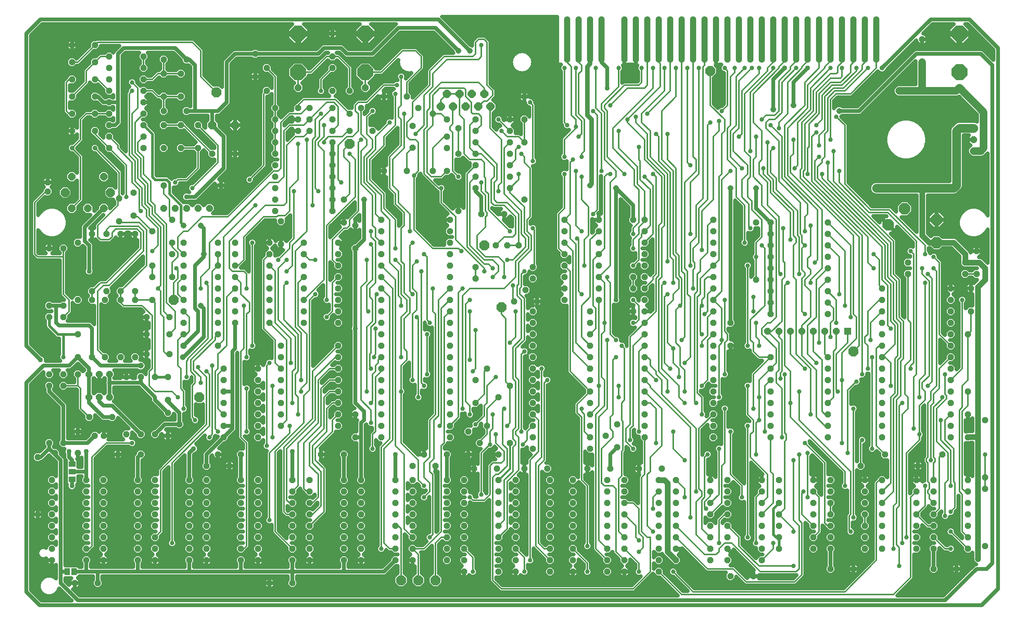
<source format=gbl>
G75*
%MOIN*%
%OFA0B0*%
%FSLAX25Y25*%
%IPPOS*%
%LPD*%
%AMOC8*
5,1,8,0,0,1.08239X$1,22.5*
%
%ADD10OC8,0.10000*%
%ADD11OC8,0.05200*%
%ADD12C,0.02000*%
%ADD13OC8,0.07500*%
%ADD14OC8,0.03969*%
%ADD15OC8,0.06000*%
%ADD16OC8,0.06496*%
%ADD17OC8,0.07677*%
%ADD18OC8,0.07050*%
%ADD19OC8,0.05937*%
%ADD20R,0.05937X0.05937*%
%ADD21OC8,0.08500*%
%ADD22C,0.04500*%
%ADD23OC8,0.13843*%
%ADD24R,0.05906X0.05118*%
%ADD25R,0.04600X0.06300*%
%ADD26C,0.03200*%
%ADD27C,0.05150*%
%ADD28C,0.04362*%
%ADD29C,0.16598*%
%ADD30C,0.12661*%
%ADD31C,0.15024*%
%ADD32C,0.05000*%
%ADD33C,0.07600*%
%ADD34C,0.02400*%
%ADD35C,0.04000*%
%ADD36C,0.01600*%
%ADD37C,0.03969*%
%ADD38C,0.01200*%
%ADD39C,0.06600*%
D10*
X0807600Y0327600D03*
X0807600Y0347600D03*
D11*
X0842600Y0320100D03*
X0832600Y0310100D03*
X0832600Y0300100D03*
X0842600Y0300100D03*
X0837600Y0287600D03*
X0820100Y0287600D03*
X0820100Y0277600D03*
X0820100Y0267600D03*
X0820100Y0257600D03*
X0820100Y0247600D03*
X0820100Y0237600D03*
X0820100Y0227600D03*
X0820100Y0217600D03*
X0820100Y0207600D03*
X0820100Y0197600D03*
X0820100Y0187600D03*
X0820100Y0177600D03*
X0820100Y0167600D03*
X0820100Y0157600D03*
X0835100Y0157600D03*
X0850100Y0172600D03*
X0835100Y0177600D03*
X0835100Y0197600D03*
X0760100Y0197600D03*
X0760100Y0187600D03*
X0760100Y0177600D03*
X0760100Y0167600D03*
X0760100Y0157600D03*
X0762600Y0142600D03*
X0741350Y0132600D03*
X0745100Y0120100D03*
X0745100Y0110100D03*
X0745100Y0100100D03*
X0745100Y0090100D03*
X0745100Y0080100D03*
X0745100Y0070100D03*
X0745100Y0060100D03*
X0760100Y0060100D03*
X0760100Y0070100D03*
X0760100Y0080100D03*
X0760100Y0090100D03*
X0760100Y0100100D03*
X0760100Y0110100D03*
X0760100Y0120100D03*
X0790100Y0120100D03*
X0790100Y0110100D03*
X0790100Y0100100D03*
X0790100Y0090100D03*
X0790100Y0080100D03*
X0790100Y0070100D03*
X0790100Y0060100D03*
X0805100Y0060100D03*
X0805100Y0070100D03*
X0805100Y0080100D03*
X0805100Y0090100D03*
X0805100Y0100100D03*
X0805100Y0110100D03*
X0805100Y0120100D03*
X0791350Y0132600D03*
X0812600Y0142600D03*
X0835100Y0120100D03*
X0835100Y0110100D03*
X0835100Y0100100D03*
X0835100Y0090100D03*
X0835100Y0080100D03*
X0835100Y0070100D03*
X0835100Y0060100D03*
X0850100Y0062600D03*
X0825100Y0042600D03*
X0805100Y0042600D03*
X0735100Y0042600D03*
X0715100Y0042600D03*
X0715100Y0060100D03*
X0715100Y0070100D03*
X0700100Y0070100D03*
X0700100Y0060100D03*
X0700100Y0080100D03*
X0715100Y0080100D03*
X0715100Y0090100D03*
X0700100Y0090100D03*
X0700100Y0100100D03*
X0715100Y0100100D03*
X0715100Y0110100D03*
X0700100Y0110100D03*
X0700100Y0120100D03*
X0715100Y0120100D03*
X0670100Y0120100D03*
X0655100Y0120100D03*
X0655100Y0110100D03*
X0670100Y0110100D03*
X0670100Y0100100D03*
X0655100Y0100100D03*
X0655100Y0090100D03*
X0670100Y0090100D03*
X0670100Y0080100D03*
X0655100Y0080100D03*
X0655100Y0070100D03*
X0655100Y0060100D03*
X0670100Y0060100D03*
X0670100Y0070100D03*
X0655100Y0050100D03*
X0647600Y0036350D03*
X0627600Y0036350D03*
X0625100Y0050100D03*
X0625100Y0060100D03*
X0625100Y0070100D03*
X0625100Y0080100D03*
X0625100Y0090100D03*
X0625100Y0100100D03*
X0625100Y0110100D03*
X0625100Y0120100D03*
X0610100Y0120100D03*
X0610100Y0110100D03*
X0610100Y0100100D03*
X0610100Y0090100D03*
X0610100Y0080100D03*
X0610100Y0070100D03*
X0610100Y0060100D03*
X0610100Y0050100D03*
X0580100Y0050100D03*
X0580100Y0060100D03*
X0580100Y0070100D03*
X0580100Y0080100D03*
X0580100Y0090100D03*
X0580100Y0100100D03*
X0580100Y0110100D03*
X0580100Y0120100D03*
X0565100Y0120100D03*
X0565100Y0110100D03*
X0565100Y0100100D03*
X0565100Y0090100D03*
X0565100Y0080100D03*
X0565100Y0070100D03*
X0565100Y0060100D03*
X0565100Y0050100D03*
X0565100Y0040100D03*
X0535100Y0040100D03*
X0535100Y0050100D03*
X0535100Y0060100D03*
X0535100Y0070100D03*
X0535100Y0080100D03*
X0535100Y0090100D03*
X0535100Y0100100D03*
X0535100Y0110100D03*
X0535100Y0120100D03*
X0520100Y0120100D03*
X0520100Y0110100D03*
X0520100Y0100100D03*
X0520100Y0090100D03*
X0520100Y0080100D03*
X0520100Y0070100D03*
X0520100Y0060100D03*
X0520100Y0050100D03*
X0520100Y0040100D03*
X0490100Y0040100D03*
X0490100Y0050100D03*
X0490100Y0060100D03*
X0490100Y0070100D03*
X0490100Y0080100D03*
X0490100Y0090100D03*
X0490100Y0100100D03*
X0490100Y0110100D03*
X0490100Y0120100D03*
X0502600Y0130100D03*
X0522600Y0130100D03*
X0528850Y0148850D03*
X0518850Y0158850D03*
X0505100Y0157600D03*
X0505100Y0147600D03*
X0505100Y0167600D03*
X0505100Y0177600D03*
X0505100Y0187600D03*
X0505100Y0197600D03*
X0505100Y0207600D03*
X0505100Y0217600D03*
X0505100Y0227600D03*
X0505100Y0237600D03*
X0505100Y0247600D03*
X0505100Y0257600D03*
X0505100Y0267600D03*
X0512600Y0277600D03*
X0512600Y0287600D03*
X0512600Y0297600D03*
X0512600Y0307600D03*
X0512600Y0317600D03*
X0512600Y0327600D03*
X0512600Y0337600D03*
X0512600Y0347600D03*
X0482600Y0347600D03*
X0482600Y0337600D03*
X0482600Y0327600D03*
X0482600Y0317600D03*
X0482600Y0307600D03*
X0482600Y0297600D03*
X0482600Y0287600D03*
X0482600Y0277600D03*
X0458850Y0276350D03*
X0448850Y0286350D03*
X0438850Y0276350D03*
X0455100Y0267600D03*
X0455100Y0257600D03*
X0455100Y0247600D03*
X0455100Y0237600D03*
X0455100Y0227600D03*
X0455100Y0217600D03*
X0455100Y0207600D03*
X0455100Y0197600D03*
X0455100Y0187600D03*
X0455100Y0177600D03*
X0455100Y0167600D03*
X0455100Y0157600D03*
X0455100Y0147600D03*
X0447600Y0130100D03*
X0440100Y0120100D03*
X0440100Y0110100D03*
X0440100Y0100100D03*
X0440100Y0090100D03*
X0440100Y0080100D03*
X0440100Y0070100D03*
X0440100Y0060100D03*
X0440100Y0050100D03*
X0440100Y0040100D03*
X0425100Y0040100D03*
X0425100Y0050100D03*
X0425100Y0060100D03*
X0425100Y0070100D03*
X0425100Y0080100D03*
X0425100Y0090100D03*
X0425100Y0100100D03*
X0425100Y0110100D03*
X0425100Y0120100D03*
X0423850Y0130100D03*
X0425100Y0142600D03*
X0435100Y0152600D03*
X0415100Y0167600D03*
X0398850Y0162600D03*
X0408850Y0152600D03*
X0398850Y0142600D03*
X0403850Y0130100D03*
X0395100Y0120100D03*
X0395100Y0110100D03*
X0395100Y0100100D03*
X0395100Y0090100D03*
X0395100Y0080100D03*
X0395100Y0070100D03*
X0395100Y0060100D03*
X0395100Y0050100D03*
X0395100Y0040100D03*
X0380100Y0050100D03*
X0380100Y0060100D03*
X0380100Y0070100D03*
X0380100Y0080100D03*
X0380100Y0090100D03*
X0380100Y0100100D03*
X0380100Y0110100D03*
X0380100Y0120100D03*
X0370100Y0132600D03*
X0360100Y0142600D03*
X0350100Y0132600D03*
X0350100Y0120100D03*
X0350100Y0110100D03*
X0350100Y0100100D03*
X0350100Y0090100D03*
X0350100Y0080100D03*
X0350100Y0070100D03*
X0350100Y0060100D03*
X0350100Y0050100D03*
X0335100Y0050100D03*
X0335100Y0060100D03*
X0335100Y0070100D03*
X0335100Y0080100D03*
X0335100Y0090100D03*
X0335100Y0100100D03*
X0335100Y0110100D03*
X0335100Y0120100D03*
X0305100Y0120100D03*
X0290100Y0120100D03*
X0290100Y0110100D03*
X0305100Y0110100D03*
X0305100Y0100100D03*
X0290100Y0100100D03*
X0290100Y0090100D03*
X0305100Y0090100D03*
X0305100Y0080100D03*
X0290100Y0080100D03*
X0290100Y0070100D03*
X0290100Y0060100D03*
X0305100Y0060100D03*
X0305100Y0070100D03*
X0305100Y0050100D03*
X0290100Y0050100D03*
X0260100Y0050100D03*
X0245100Y0050100D03*
X0245100Y0060100D03*
X0245100Y0070100D03*
X0260100Y0070100D03*
X0260100Y0060100D03*
X0260100Y0080100D03*
X0245100Y0080100D03*
X0245100Y0090100D03*
X0260100Y0090100D03*
X0260100Y0100100D03*
X0245100Y0100100D03*
X0245100Y0110100D03*
X0260100Y0110100D03*
X0260100Y0120100D03*
X0245100Y0120100D03*
X0215100Y0120100D03*
X0215100Y0110100D03*
X0215100Y0100100D03*
X0215100Y0090100D03*
X0215100Y0080100D03*
X0215100Y0070100D03*
X0215100Y0060100D03*
X0215100Y0050100D03*
X0200100Y0050100D03*
X0200100Y0060100D03*
X0200100Y0070100D03*
X0200100Y0080100D03*
X0200100Y0090100D03*
X0200100Y0100100D03*
X0200100Y0110100D03*
X0200100Y0120100D03*
X0190100Y0132600D03*
X0180100Y0142600D03*
X0170100Y0132600D03*
X0170100Y0120100D03*
X0170100Y0110100D03*
X0170100Y0100100D03*
X0170100Y0090100D03*
X0170100Y0080100D03*
X0170100Y0070100D03*
X0170100Y0060100D03*
X0170100Y0050100D03*
X0155100Y0050100D03*
X0155100Y0060100D03*
X0155100Y0070100D03*
X0155100Y0080100D03*
X0155100Y0090100D03*
X0155100Y0100100D03*
X0155100Y0110100D03*
X0155100Y0120100D03*
X0125100Y0120100D03*
X0125100Y0110100D03*
X0125100Y0100100D03*
X0125100Y0090100D03*
X0125100Y0080100D03*
X0125100Y0070100D03*
X0125100Y0060100D03*
X0125100Y0050100D03*
X0110100Y0050100D03*
X0110100Y0060100D03*
X0110100Y0070100D03*
X0110100Y0080100D03*
X0110100Y0090100D03*
X0110100Y0100100D03*
X0110100Y0110100D03*
X0110100Y0120100D03*
X0080100Y0120100D03*
X0080100Y0110100D03*
X0080100Y0100100D03*
X0080100Y0090100D03*
X0080100Y0080100D03*
X0080100Y0070100D03*
X0080100Y0060100D03*
X0080100Y0050100D03*
X0065100Y0050100D03*
X0065100Y0060100D03*
X0065100Y0070100D03*
X0065100Y0080100D03*
X0065100Y0090100D03*
X0065100Y0100100D03*
X0065100Y0110100D03*
X0065100Y0120100D03*
X0035100Y0120100D03*
X0035100Y0110100D03*
X0035100Y0100100D03*
X0035100Y0090100D03*
X0035100Y0080100D03*
X0035100Y0070100D03*
X0035100Y0060100D03*
X0035100Y0050100D03*
X0055100Y0030100D03*
X0075100Y0030100D03*
X0022600Y0090100D03*
X0022600Y0140100D03*
X0037600Y0143850D03*
X0032600Y0152600D03*
X0045100Y0152600D03*
X0057600Y0143850D03*
X0072350Y0158850D03*
X0080350Y0158850D03*
X0100100Y0160100D03*
X0112600Y0160100D03*
X0125100Y0160100D03*
X0136350Y0158850D03*
X0146350Y0168850D03*
X0136350Y0178850D03*
X0136350Y0190100D03*
X0136350Y0210100D03*
X0125100Y0210100D03*
X0112600Y0210100D03*
X0100100Y0210100D03*
X0095100Y0227600D03*
X0081350Y0227600D03*
X0070100Y0227600D03*
X0057600Y0227600D03*
X0057600Y0212600D03*
X0045100Y0212600D03*
X0045100Y0202600D03*
X0032600Y0202600D03*
X0032600Y0212600D03*
X0057600Y0247600D03*
X0045100Y0262600D03*
X0045100Y0272600D03*
X0057600Y0277600D03*
X0070100Y0277600D03*
X0070100Y0285100D03*
X0082600Y0285100D03*
X0081350Y0277600D03*
X0095100Y0277600D03*
X0095100Y0285100D03*
X0107600Y0285100D03*
X0107600Y0277600D03*
X0122600Y0277600D03*
X0117600Y0262600D03*
X0137600Y0262600D03*
X0150100Y0257600D03*
X0150100Y0247600D03*
X0150100Y0237600D03*
X0137600Y0230100D03*
X0117600Y0230100D03*
X0107600Y0227600D03*
X0117600Y0247600D03*
X0137600Y0247600D03*
X0150100Y0267600D03*
X0150100Y0277600D03*
X0150100Y0287600D03*
X0150100Y0297600D03*
X0150100Y0307600D03*
X0140100Y0297600D03*
X0122600Y0297600D03*
X0122600Y0307600D03*
X0140100Y0317600D03*
X0150100Y0317600D03*
X0150100Y0327600D03*
X0140100Y0327600D03*
X0122600Y0337600D03*
X0107600Y0335100D03*
X0095100Y0335100D03*
X0082600Y0335100D03*
X0070100Y0335100D03*
X0057600Y0327600D03*
X0045100Y0322600D03*
X0032600Y0322600D03*
X0093850Y0346350D03*
X0106350Y0351350D03*
X0093850Y0366350D03*
X0106350Y0371350D03*
X0132600Y0377600D03*
X0140100Y0347600D03*
X0180100Y0327600D03*
X0180100Y0317600D03*
X0180100Y0307600D03*
X0180100Y0297600D03*
X0180100Y0287600D03*
X0180100Y0277600D03*
X0180100Y0267600D03*
X0180100Y0257600D03*
X0180100Y0247600D03*
X0180100Y0237600D03*
X0185100Y0217600D03*
X0185100Y0207600D03*
X0185100Y0197600D03*
X0185100Y0187600D03*
X0185100Y0177600D03*
X0185100Y0167600D03*
X0185100Y0157600D03*
X0200100Y0142600D03*
X0215100Y0157600D03*
X0215100Y0167600D03*
X0215100Y0177600D03*
X0215100Y0187600D03*
X0215100Y0197600D03*
X0215100Y0207600D03*
X0215100Y0217600D03*
X0235100Y0217600D03*
X0235100Y0207600D03*
X0235100Y0197600D03*
X0235100Y0187600D03*
X0235100Y0177600D03*
X0235100Y0167600D03*
X0270100Y0142600D03*
X0290100Y0142600D03*
X0300100Y0157600D03*
X0285100Y0167600D03*
X0285100Y0177600D03*
X0285100Y0187600D03*
X0285100Y0197600D03*
X0285100Y0207600D03*
X0285100Y0217600D03*
X0285100Y0227600D03*
X0285100Y0237600D03*
X0285100Y0257600D03*
X0285100Y0267600D03*
X0285100Y0277600D03*
X0285100Y0287600D03*
X0285100Y0297600D03*
X0285100Y0307600D03*
X0285100Y0317600D03*
X0285100Y0327600D03*
X0300100Y0322600D03*
X0322600Y0317600D03*
X0322600Y0307600D03*
X0322600Y0297600D03*
X0322600Y0287600D03*
X0322600Y0277600D03*
X0322600Y0267600D03*
X0322600Y0257600D03*
X0322600Y0247600D03*
X0322600Y0237600D03*
X0322600Y0227600D03*
X0322600Y0217600D03*
X0322600Y0207600D03*
X0322600Y0197600D03*
X0322600Y0187600D03*
X0322600Y0177600D03*
X0322600Y0167600D03*
X0322600Y0157600D03*
X0300100Y0177600D03*
X0382600Y0177600D03*
X0382600Y0167600D03*
X0382600Y0157600D03*
X0380100Y0142600D03*
X0382600Y0187600D03*
X0382600Y0197600D03*
X0382600Y0207600D03*
X0382600Y0217600D03*
X0382600Y0227600D03*
X0382600Y0237600D03*
X0382600Y0247600D03*
X0382600Y0257600D03*
X0382600Y0267600D03*
X0382600Y0277600D03*
X0382600Y0287600D03*
X0382600Y0297600D03*
X0382600Y0307600D03*
X0382600Y0317600D03*
X0382600Y0327600D03*
X0382600Y0337600D03*
X0382600Y0347600D03*
X0390100Y0355100D03*
X0410100Y0352600D03*
X0430100Y0352600D03*
X0447600Y0365100D03*
X0435100Y0375100D03*
X0435100Y0385100D03*
X0435100Y0395100D03*
X0435100Y0405100D03*
X0435100Y0415100D03*
X0435100Y0425100D03*
X0435100Y0435100D03*
X0447600Y0435100D03*
X0447600Y0415100D03*
X0405100Y0415100D03*
X0405100Y0405100D03*
X0405100Y0395100D03*
X0405100Y0385100D03*
X0405100Y0375100D03*
X0380100Y0390100D03*
X0367600Y0390100D03*
X0390100Y0405100D03*
X0380100Y0410100D03*
X0380100Y0420100D03*
X0390100Y0427600D03*
X0380100Y0435100D03*
X0367600Y0440100D03*
X0355100Y0445100D03*
X0345100Y0455100D03*
X0325100Y0455100D03*
X0305100Y0445100D03*
X0295100Y0440100D03*
X0280100Y0435100D03*
X0280100Y0425100D03*
X0295100Y0425100D03*
X0280100Y0415100D03*
X0280100Y0405100D03*
X0280100Y0395100D03*
X0280100Y0385100D03*
X0280100Y0375100D03*
X0280100Y0365100D03*
X0290100Y0365100D03*
X0280100Y0355100D03*
X0290100Y0345100D03*
X0300100Y0342600D03*
X0322600Y0337600D03*
X0322600Y0327600D03*
X0322600Y0347600D03*
X0255100Y0327600D03*
X0255100Y0317600D03*
X0255100Y0307600D03*
X0255100Y0297600D03*
X0255100Y0287600D03*
X0255100Y0277600D03*
X0255100Y0267600D03*
X0255100Y0257600D03*
X0235100Y0237600D03*
X0235100Y0227600D03*
X0225100Y0257600D03*
X0225100Y0267600D03*
X0225100Y0277600D03*
X0225100Y0287600D03*
X0225100Y0297600D03*
X0225100Y0307600D03*
X0225100Y0317600D03*
X0225100Y0327600D03*
X0235100Y0326350D03*
X0235100Y0346350D03*
X0230100Y0355100D03*
X0230100Y0365100D03*
X0230100Y0375100D03*
X0230100Y0385100D03*
X0230100Y0395100D03*
X0230100Y0405100D03*
X0230100Y0415100D03*
X0230100Y0425100D03*
X0230100Y0435100D03*
X0230100Y0445100D03*
X0250100Y0445100D03*
X0260100Y0445100D03*
X0260100Y0435100D03*
X0250100Y0435100D03*
X0250100Y0425100D03*
X0260100Y0425100D03*
X0280100Y0445100D03*
X0280100Y0460100D03*
X0295100Y0460100D03*
X0280100Y0480100D03*
X0280100Y0490100D03*
X0280100Y0510100D03*
X0222600Y0480100D03*
X0212600Y0472600D03*
X0222600Y0460100D03*
X0212600Y0492600D03*
X0152600Y0487600D03*
X0132600Y0487600D03*
X0115100Y0490100D03*
X0115100Y0480100D03*
X0115100Y0470100D03*
X0115100Y0460100D03*
X0115100Y0450100D03*
X0115100Y0440100D03*
X0115100Y0430100D03*
X0115100Y0420100D03*
X0115100Y0410100D03*
X0132600Y0410100D03*
X0147600Y0410100D03*
X0162600Y0410100D03*
X0175100Y0405100D03*
X0195100Y0405100D03*
X0182600Y0377600D03*
X0195100Y0327600D03*
X0195100Y0317600D03*
X0195100Y0307600D03*
X0195100Y0297600D03*
X0195100Y0287600D03*
X0195100Y0277600D03*
X0195100Y0267600D03*
X0195100Y0257600D03*
X0087600Y0175100D03*
X0067600Y0175100D03*
X0057600Y0162600D03*
X0092600Y0142600D03*
X0112600Y0142600D03*
X0225100Y0030100D03*
X0245100Y0030100D03*
X0470100Y0040100D03*
X0470100Y0050100D03*
X0470100Y0060100D03*
X0470100Y0070100D03*
X0470100Y0080100D03*
X0470100Y0090100D03*
X0470100Y0100100D03*
X0470100Y0110100D03*
X0470100Y0120100D03*
X0467600Y0130100D03*
X0528850Y0168850D03*
X0552600Y0167600D03*
X0552600Y0177600D03*
X0552600Y0187600D03*
X0552600Y0197600D03*
X0552600Y0207600D03*
X0552600Y0217600D03*
X0552600Y0227600D03*
X0552600Y0237600D03*
X0552600Y0247600D03*
X0552600Y0257600D03*
X0552600Y0267600D03*
X0542600Y0267600D03*
X0552600Y0277600D03*
X0552600Y0287600D03*
X0542600Y0287600D03*
X0542600Y0297600D03*
X0552600Y0297600D03*
X0552600Y0307600D03*
X0552600Y0317600D03*
X0552600Y0327600D03*
X0552600Y0337600D03*
X0552600Y0347600D03*
X0542600Y0347600D03*
X0612600Y0347600D03*
X0612600Y0337600D03*
X0612600Y0327600D03*
X0612600Y0317600D03*
X0612600Y0307600D03*
X0612600Y0297600D03*
X0612600Y0287600D03*
X0612600Y0277600D03*
X0612600Y0267600D03*
X0612600Y0257600D03*
X0627600Y0257600D03*
X0612600Y0247600D03*
X0612600Y0237600D03*
X0612600Y0227600D03*
X0627600Y0237600D03*
X0612600Y0217600D03*
X0612600Y0207600D03*
X0612600Y0197600D03*
X0612600Y0187600D03*
X0612600Y0177600D03*
X0612600Y0167600D03*
X0612600Y0157600D03*
X0662600Y0157600D03*
X0662600Y0167600D03*
X0662600Y0177600D03*
X0662600Y0187600D03*
X0662600Y0197600D03*
X0662600Y0207600D03*
X0662600Y0217600D03*
X0662600Y0227600D03*
X0712600Y0227600D03*
X0712600Y0217600D03*
X0712600Y0207600D03*
X0712600Y0197600D03*
X0712600Y0187600D03*
X0712600Y0177600D03*
X0712600Y0167600D03*
X0712600Y0157600D03*
X0760100Y0207600D03*
X0760100Y0217600D03*
X0760100Y0227600D03*
X0760100Y0237600D03*
X0760100Y0247600D03*
X0760100Y0257600D03*
X0760100Y0267600D03*
X0760100Y0277600D03*
X0760100Y0287600D03*
X0782600Y0300100D03*
X0782600Y0310100D03*
X0837600Y0267600D03*
X0835100Y0247600D03*
X0712600Y0265100D03*
X0712600Y0275100D03*
X0712600Y0285100D03*
X0712600Y0295100D03*
X0712600Y0305100D03*
X0712600Y0315100D03*
X0712600Y0325100D03*
X0712600Y0335100D03*
X0712600Y0345100D03*
X0662600Y0345100D03*
X0650100Y0345100D03*
X0662600Y0335100D03*
X0662600Y0325100D03*
X0662600Y0315100D03*
X0662600Y0305100D03*
X0662600Y0295100D03*
X0650100Y0295100D03*
X0662600Y0285100D03*
X0662600Y0275100D03*
X0662600Y0265100D03*
X0552600Y0157600D03*
X0547600Y0130100D03*
X0567600Y0130100D03*
X0435100Y0202600D03*
X0425100Y0192600D03*
X0405100Y0187600D03*
X0405100Y0207600D03*
X0415100Y0217600D03*
X0405100Y0296350D03*
X0405100Y0306350D03*
X0422600Y0325100D03*
X0432600Y0325100D03*
X0442600Y0325100D03*
X0455100Y0306350D03*
X0455100Y0296350D03*
X0345100Y0390100D03*
X0325100Y0390100D03*
X0350100Y0410600D03*
X0350100Y0429600D03*
X0315100Y0425100D03*
X0405100Y0425100D03*
X0405100Y0435100D03*
X0447600Y0455100D03*
X0162600Y0430100D03*
X0147600Y0430100D03*
X0132600Y0430100D03*
X0132600Y0442600D03*
X0152600Y0442600D03*
X0147600Y0455100D03*
X0132600Y0455100D03*
X0132600Y0475100D03*
X0147600Y0475100D03*
X0085100Y0470100D03*
X0085100Y0460100D03*
X0072600Y0455100D03*
X0085100Y0450100D03*
X0085100Y0440100D03*
X0072600Y0440100D03*
X0085100Y0430100D03*
X0072600Y0425100D03*
X0085100Y0420100D03*
X0085100Y0410100D03*
X0052600Y0425100D03*
X0052600Y0440100D03*
X0052600Y0455100D03*
X0052600Y0470100D03*
X0072600Y0470100D03*
X0085100Y0480100D03*
X0072600Y0485100D03*
X0085100Y0490100D03*
X0072600Y0500100D03*
X0052600Y0500100D03*
X0052600Y0485100D03*
X0031350Y0380350D03*
X0031350Y0372350D03*
X0032600Y0272600D03*
X0032600Y0262600D03*
X0795100Y0485100D03*
X0795100Y0505100D03*
X0850100Y0122600D03*
X0850100Y0112600D03*
D12*
X0762530Y0342372D02*
X0761530Y0341372D01*
X0761530Y0344686D01*
X0763872Y0347028D01*
X0767186Y0347028D01*
X0769528Y0344686D01*
X0769528Y0341372D01*
X0767186Y0339030D01*
X0763872Y0339030D01*
X0761530Y0341372D01*
X0763030Y0341994D01*
X0763030Y0344064D01*
X0764494Y0345528D01*
X0766564Y0345528D01*
X0768028Y0344064D01*
X0768028Y0341994D01*
X0766564Y0340530D01*
X0764494Y0340530D01*
X0763030Y0341994D01*
X0764530Y0342615D01*
X0764530Y0343443D01*
X0765115Y0344028D01*
X0765943Y0344028D01*
X0766528Y0343443D01*
X0766528Y0342615D01*
X0765943Y0342030D01*
X0765115Y0342030D01*
X0764530Y0342615D01*
X0776672Y0356514D02*
X0775672Y0355514D01*
X0775672Y0358828D01*
X0778014Y0361170D01*
X0781328Y0361170D01*
X0783670Y0358828D01*
X0783670Y0355514D01*
X0781328Y0353172D01*
X0778014Y0353172D01*
X0775672Y0355514D01*
X0777172Y0356136D01*
X0777172Y0358206D01*
X0778636Y0359670D01*
X0780706Y0359670D01*
X0782170Y0358206D01*
X0782170Y0356136D01*
X0780706Y0354672D01*
X0778636Y0354672D01*
X0777172Y0356136D01*
X0778672Y0356757D01*
X0778672Y0357585D01*
X0779257Y0358170D01*
X0780085Y0358170D01*
X0780670Y0357585D01*
X0780670Y0356757D01*
X0780085Y0356172D01*
X0779257Y0356172D01*
X0778672Y0356757D01*
D13*
X0195100Y0430100D03*
X0175100Y0430100D03*
D14*
X0072600Y0410100D03*
X0052600Y0410100D03*
D15*
X0067350Y0212600D03*
X0076350Y0212600D03*
X0085350Y0212600D03*
X0085350Y0192600D03*
X0076350Y0192600D03*
X0067350Y0192600D03*
X0840100Y0407600D03*
X0840100Y0417600D03*
X0840100Y0427600D03*
D16*
X0080208Y0385208D03*
X0052492Y0385208D03*
X0052492Y0357492D03*
X0066350Y0357492D03*
X0080208Y0357492D03*
D17*
X0086114Y0371350D03*
X0046586Y0371350D03*
D18*
X0374550Y0446359D03*
X0385450Y0446359D03*
X0396350Y0446359D03*
X0407250Y0446359D03*
X0418150Y0446359D03*
X0412700Y0457555D03*
X0401800Y0457555D03*
X0390900Y0457555D03*
X0380000Y0457555D03*
D19*
X0308850Y0462915D03*
X0250100Y0462915D03*
X0172600Y0357600D03*
X0162600Y0357600D03*
X0152600Y0357600D03*
X0142600Y0357600D03*
X0132600Y0357600D03*
X0660100Y0250100D03*
X0670100Y0250100D03*
X0680100Y0250100D03*
X0690100Y0250100D03*
X0700100Y0250100D03*
X0710100Y0250100D03*
X0720100Y0250100D03*
X0827600Y0462915D03*
D20*
X0730100Y0250100D03*
D21*
X0735100Y0232600D03*
X0427600Y0271350D03*
X0412600Y0325100D03*
X0295100Y0413850D03*
X0178850Y0458850D03*
X0141350Y0277600D03*
X0163850Y0192600D03*
X0340100Y0032600D03*
X0355100Y0032600D03*
X0370100Y0032600D03*
X0610100Y0477600D03*
D22*
X0605350Y0487350D02*
X0605350Y0522850D01*
X0605350Y0487350D02*
X0604850Y0487350D01*
X0604850Y0522850D01*
X0605350Y0522850D01*
X0605350Y0491849D02*
X0604850Y0491849D01*
X0604850Y0496348D02*
X0605350Y0496348D01*
X0605350Y0500847D02*
X0604850Y0500847D01*
X0604850Y0505346D02*
X0605350Y0505346D01*
X0605350Y0509845D02*
X0604850Y0509845D01*
X0604850Y0514344D02*
X0605350Y0514344D01*
X0605350Y0518843D02*
X0604850Y0518843D01*
X0595350Y0522850D02*
X0595350Y0487350D01*
X0594850Y0487350D01*
X0594850Y0522850D01*
X0595350Y0522850D01*
X0595350Y0491849D02*
X0594850Y0491849D01*
X0594850Y0496348D02*
X0595350Y0496348D01*
X0595350Y0500847D02*
X0594850Y0500847D01*
X0594850Y0505346D02*
X0595350Y0505346D01*
X0595350Y0509845D02*
X0594850Y0509845D01*
X0594850Y0514344D02*
X0595350Y0514344D01*
X0595350Y0518843D02*
X0594850Y0518843D01*
X0585350Y0522850D02*
X0585350Y0487350D01*
X0584850Y0487350D01*
X0584850Y0522850D01*
X0585350Y0522850D01*
X0585350Y0491849D02*
X0584850Y0491849D01*
X0584850Y0496348D02*
X0585350Y0496348D01*
X0585350Y0500847D02*
X0584850Y0500847D01*
X0584850Y0505346D02*
X0585350Y0505346D01*
X0585350Y0509845D02*
X0584850Y0509845D01*
X0584850Y0514344D02*
X0585350Y0514344D01*
X0585350Y0518843D02*
X0584850Y0518843D01*
X0575350Y0522850D02*
X0575350Y0487350D01*
X0574850Y0487350D01*
X0574850Y0522850D01*
X0575350Y0522850D01*
X0575350Y0491849D02*
X0574850Y0491849D01*
X0574850Y0496348D02*
X0575350Y0496348D01*
X0575350Y0500847D02*
X0574850Y0500847D01*
X0574850Y0505346D02*
X0575350Y0505346D01*
X0575350Y0509845D02*
X0574850Y0509845D01*
X0574850Y0514344D02*
X0575350Y0514344D01*
X0575350Y0518843D02*
X0574850Y0518843D01*
X0565350Y0522850D02*
X0565350Y0487350D01*
X0564850Y0487350D01*
X0564850Y0522850D01*
X0565350Y0522850D01*
X0565350Y0491849D02*
X0564850Y0491849D01*
X0564850Y0496348D02*
X0565350Y0496348D01*
X0565350Y0500847D02*
X0564850Y0500847D01*
X0564850Y0505346D02*
X0565350Y0505346D01*
X0565350Y0509845D02*
X0564850Y0509845D01*
X0564850Y0514344D02*
X0565350Y0514344D01*
X0565350Y0518843D02*
X0564850Y0518843D01*
X0555350Y0522850D02*
X0555350Y0487350D01*
X0554850Y0487350D01*
X0554850Y0522850D01*
X0555350Y0522850D01*
X0555350Y0491849D02*
X0554850Y0491849D01*
X0554850Y0496348D02*
X0555350Y0496348D01*
X0555350Y0500847D02*
X0554850Y0500847D01*
X0554850Y0505346D02*
X0555350Y0505346D01*
X0555350Y0509845D02*
X0554850Y0509845D01*
X0554850Y0514344D02*
X0555350Y0514344D01*
X0555350Y0518843D02*
X0554850Y0518843D01*
X0545350Y0522850D02*
X0545350Y0487350D01*
X0544850Y0487350D01*
X0544850Y0522850D01*
X0545350Y0522850D01*
X0545350Y0491849D02*
X0544850Y0491849D01*
X0544850Y0496348D02*
X0545350Y0496348D01*
X0545350Y0500847D02*
X0544850Y0500847D01*
X0544850Y0505346D02*
X0545350Y0505346D01*
X0545350Y0509845D02*
X0544850Y0509845D01*
X0544850Y0514344D02*
X0545350Y0514344D01*
X0545350Y0518843D02*
X0544850Y0518843D01*
X0535350Y0522850D02*
X0535350Y0487350D01*
X0534850Y0487350D01*
X0534850Y0522850D01*
X0535350Y0522850D01*
X0535350Y0491849D02*
X0534850Y0491849D01*
X0534850Y0496348D02*
X0535350Y0496348D01*
X0535350Y0500847D02*
X0534850Y0500847D01*
X0534850Y0505346D02*
X0535350Y0505346D01*
X0535350Y0509845D02*
X0534850Y0509845D01*
X0534850Y0514344D02*
X0535350Y0514344D01*
X0535350Y0518843D02*
X0534850Y0518843D01*
X0515350Y0522850D02*
X0515350Y0487350D01*
X0514850Y0487350D01*
X0514850Y0522850D01*
X0515350Y0522850D01*
X0515350Y0491849D02*
X0514850Y0491849D01*
X0514850Y0496348D02*
X0515350Y0496348D01*
X0515350Y0500847D02*
X0514850Y0500847D01*
X0514850Y0505346D02*
X0515350Y0505346D01*
X0515350Y0509845D02*
X0514850Y0509845D01*
X0514850Y0514344D02*
X0515350Y0514344D01*
X0515350Y0518843D02*
X0514850Y0518843D01*
X0505350Y0522850D02*
X0505350Y0487350D01*
X0504850Y0487350D01*
X0504850Y0522850D01*
X0505350Y0522850D01*
X0505350Y0491849D02*
X0504850Y0491849D01*
X0504850Y0496348D02*
X0505350Y0496348D01*
X0505350Y0500847D02*
X0504850Y0500847D01*
X0504850Y0505346D02*
X0505350Y0505346D01*
X0505350Y0509845D02*
X0504850Y0509845D01*
X0504850Y0514344D02*
X0505350Y0514344D01*
X0505350Y0518843D02*
X0504850Y0518843D01*
X0495350Y0522850D02*
X0495350Y0487350D01*
X0494850Y0487350D01*
X0494850Y0522850D01*
X0495350Y0522850D01*
X0495350Y0491849D02*
X0494850Y0491849D01*
X0494850Y0496348D02*
X0495350Y0496348D01*
X0495350Y0500847D02*
X0494850Y0500847D01*
X0494850Y0505346D02*
X0495350Y0505346D01*
X0495350Y0509845D02*
X0494850Y0509845D01*
X0494850Y0514344D02*
X0495350Y0514344D01*
X0495350Y0518843D02*
X0494850Y0518843D01*
X0485350Y0522850D02*
X0485350Y0487350D01*
X0484850Y0487350D01*
X0484850Y0522850D01*
X0485350Y0522850D01*
X0485350Y0491849D02*
X0484850Y0491849D01*
X0484850Y0496348D02*
X0485350Y0496348D01*
X0485350Y0500847D02*
X0484850Y0500847D01*
X0484850Y0505346D02*
X0485350Y0505346D01*
X0485350Y0509845D02*
X0484850Y0509845D01*
X0484850Y0514344D02*
X0485350Y0514344D01*
X0485350Y0518843D02*
X0484850Y0518843D01*
X0615350Y0522850D02*
X0615350Y0487350D01*
X0614850Y0487350D01*
X0614850Y0522850D01*
X0615350Y0522850D01*
X0615350Y0491849D02*
X0614850Y0491849D01*
X0614850Y0496348D02*
X0615350Y0496348D01*
X0615350Y0500847D02*
X0614850Y0500847D01*
X0614850Y0505346D02*
X0615350Y0505346D01*
X0615350Y0509845D02*
X0614850Y0509845D01*
X0614850Y0514344D02*
X0615350Y0514344D01*
X0615350Y0518843D02*
X0614850Y0518843D01*
X0625350Y0522850D02*
X0625350Y0487350D01*
X0624850Y0487350D01*
X0624850Y0522850D01*
X0625350Y0522850D01*
X0625350Y0491849D02*
X0624850Y0491849D01*
X0624850Y0496348D02*
X0625350Y0496348D01*
X0625350Y0500847D02*
X0624850Y0500847D01*
X0624850Y0505346D02*
X0625350Y0505346D01*
X0625350Y0509845D02*
X0624850Y0509845D01*
X0624850Y0514344D02*
X0625350Y0514344D01*
X0625350Y0518843D02*
X0624850Y0518843D01*
X0635350Y0522850D02*
X0635350Y0487350D01*
X0634850Y0487350D01*
X0634850Y0522850D01*
X0635350Y0522850D01*
X0635350Y0491849D02*
X0634850Y0491849D01*
X0634850Y0496348D02*
X0635350Y0496348D01*
X0635350Y0500847D02*
X0634850Y0500847D01*
X0634850Y0505346D02*
X0635350Y0505346D01*
X0635350Y0509845D02*
X0634850Y0509845D01*
X0634850Y0514344D02*
X0635350Y0514344D01*
X0635350Y0518843D02*
X0634850Y0518843D01*
X0645350Y0522850D02*
X0645350Y0487350D01*
X0644850Y0487350D01*
X0644850Y0522850D01*
X0645350Y0522850D01*
X0645350Y0491849D02*
X0644850Y0491849D01*
X0644850Y0496348D02*
X0645350Y0496348D01*
X0645350Y0500847D02*
X0644850Y0500847D01*
X0644850Y0505346D02*
X0645350Y0505346D01*
X0645350Y0509845D02*
X0644850Y0509845D01*
X0644850Y0514344D02*
X0645350Y0514344D01*
X0645350Y0518843D02*
X0644850Y0518843D01*
X0655350Y0522850D02*
X0655350Y0487350D01*
X0654850Y0487350D01*
X0654850Y0522850D01*
X0655350Y0522850D01*
X0655350Y0491849D02*
X0654850Y0491849D01*
X0654850Y0496348D02*
X0655350Y0496348D01*
X0655350Y0500847D02*
X0654850Y0500847D01*
X0654850Y0505346D02*
X0655350Y0505346D01*
X0655350Y0509845D02*
X0654850Y0509845D01*
X0654850Y0514344D02*
X0655350Y0514344D01*
X0655350Y0518843D02*
X0654850Y0518843D01*
X0665350Y0522850D02*
X0665350Y0487350D01*
X0664850Y0487350D01*
X0664850Y0522850D01*
X0665350Y0522850D01*
X0665350Y0491849D02*
X0664850Y0491849D01*
X0664850Y0496348D02*
X0665350Y0496348D01*
X0665350Y0500847D02*
X0664850Y0500847D01*
X0664850Y0505346D02*
X0665350Y0505346D01*
X0665350Y0509845D02*
X0664850Y0509845D01*
X0664850Y0514344D02*
X0665350Y0514344D01*
X0665350Y0518843D02*
X0664850Y0518843D01*
X0675350Y0522850D02*
X0675350Y0487350D01*
X0674850Y0487350D01*
X0674850Y0522850D01*
X0675350Y0522850D01*
X0675350Y0491849D02*
X0674850Y0491849D01*
X0674850Y0496348D02*
X0675350Y0496348D01*
X0675350Y0500847D02*
X0674850Y0500847D01*
X0674850Y0505346D02*
X0675350Y0505346D01*
X0675350Y0509845D02*
X0674850Y0509845D01*
X0674850Y0514344D02*
X0675350Y0514344D01*
X0675350Y0518843D02*
X0674850Y0518843D01*
X0685350Y0522850D02*
X0685350Y0487350D01*
X0684850Y0487350D01*
X0684850Y0522850D01*
X0685350Y0522850D01*
X0685350Y0491849D02*
X0684850Y0491849D01*
X0684850Y0496348D02*
X0685350Y0496348D01*
X0685350Y0500847D02*
X0684850Y0500847D01*
X0684850Y0505346D02*
X0685350Y0505346D01*
X0685350Y0509845D02*
X0684850Y0509845D01*
X0684850Y0514344D02*
X0685350Y0514344D01*
X0685350Y0518843D02*
X0684850Y0518843D01*
X0695350Y0522850D02*
X0695350Y0487350D01*
X0694850Y0487350D01*
X0694850Y0522850D01*
X0695350Y0522850D01*
X0695350Y0491849D02*
X0694850Y0491849D01*
X0694850Y0496348D02*
X0695350Y0496348D01*
X0695350Y0500847D02*
X0694850Y0500847D01*
X0694850Y0505346D02*
X0695350Y0505346D01*
X0695350Y0509845D02*
X0694850Y0509845D01*
X0694850Y0514344D02*
X0695350Y0514344D01*
X0695350Y0518843D02*
X0694850Y0518843D01*
X0705350Y0522850D02*
X0705350Y0487350D01*
X0704850Y0487350D01*
X0704850Y0522850D01*
X0705350Y0522850D01*
X0705350Y0491849D02*
X0704850Y0491849D01*
X0704850Y0496348D02*
X0705350Y0496348D01*
X0705350Y0500847D02*
X0704850Y0500847D01*
X0704850Y0505346D02*
X0705350Y0505346D01*
X0705350Y0509845D02*
X0704850Y0509845D01*
X0704850Y0514344D02*
X0705350Y0514344D01*
X0705350Y0518843D02*
X0704850Y0518843D01*
X0715350Y0522850D02*
X0715350Y0487350D01*
X0714850Y0487350D01*
X0714850Y0522850D01*
X0715350Y0522850D01*
X0715350Y0491849D02*
X0714850Y0491849D01*
X0714850Y0496348D02*
X0715350Y0496348D01*
X0715350Y0500847D02*
X0714850Y0500847D01*
X0714850Y0505346D02*
X0715350Y0505346D01*
X0715350Y0509845D02*
X0714850Y0509845D01*
X0714850Y0514344D02*
X0715350Y0514344D01*
X0715350Y0518843D02*
X0714850Y0518843D01*
X0725350Y0522850D02*
X0725350Y0487350D01*
X0724850Y0487350D01*
X0724850Y0522850D01*
X0725350Y0522850D01*
X0725350Y0491849D02*
X0724850Y0491849D01*
X0724850Y0496348D02*
X0725350Y0496348D01*
X0725350Y0500847D02*
X0724850Y0500847D01*
X0724850Y0505346D02*
X0725350Y0505346D01*
X0725350Y0509845D02*
X0724850Y0509845D01*
X0724850Y0514344D02*
X0725350Y0514344D01*
X0725350Y0518843D02*
X0724850Y0518843D01*
X0735350Y0522850D02*
X0735350Y0487350D01*
X0734850Y0487350D01*
X0734850Y0522850D01*
X0735350Y0522850D01*
X0735350Y0491849D02*
X0734850Y0491849D01*
X0734850Y0496348D02*
X0735350Y0496348D01*
X0735350Y0500847D02*
X0734850Y0500847D01*
X0734850Y0505346D02*
X0735350Y0505346D01*
X0735350Y0509845D02*
X0734850Y0509845D01*
X0734850Y0514344D02*
X0735350Y0514344D01*
X0735350Y0518843D02*
X0734850Y0518843D01*
X0745350Y0522850D02*
X0745350Y0487350D01*
X0744850Y0487350D01*
X0744850Y0522850D01*
X0745350Y0522850D01*
X0745350Y0491849D02*
X0744850Y0491849D01*
X0744850Y0496348D02*
X0745350Y0496348D01*
X0745350Y0500847D02*
X0744850Y0500847D01*
X0744850Y0505346D02*
X0745350Y0505346D01*
X0745350Y0509845D02*
X0744850Y0509845D01*
X0744850Y0514344D02*
X0745350Y0514344D01*
X0745350Y0518843D02*
X0744850Y0518843D01*
X0755350Y0522850D02*
X0755350Y0487350D01*
X0754850Y0487350D01*
X0754850Y0522850D01*
X0755350Y0522850D01*
X0755350Y0491849D02*
X0754850Y0491849D01*
X0754850Y0496348D02*
X0755350Y0496348D01*
X0755350Y0500847D02*
X0754850Y0500847D01*
X0754850Y0505346D02*
X0755350Y0505346D01*
X0755350Y0509845D02*
X0754850Y0509845D01*
X0754850Y0514344D02*
X0755350Y0514344D01*
X0755350Y0518843D02*
X0754850Y0518843D01*
D23*
X0827600Y0510100D03*
X0827600Y0476360D03*
X0308850Y0476360D03*
X0308850Y0510100D03*
X0250100Y0510100D03*
X0250100Y0476360D03*
D24*
X0052600Y0134293D03*
X0052600Y0127600D03*
X0052600Y0120907D03*
D25*
X0054350Y0040100D03*
X0048350Y0040100D03*
D26*
X0024475Y0010725D02*
X0012600Y0022600D01*
X0012600Y0205100D01*
X0027600Y0220100D01*
X0050100Y0220100D01*
X0057600Y0227600D01*
X0067350Y0217850D01*
X0067350Y0212600D01*
X0067350Y0192600D01*
X0067350Y0187850D01*
X0080100Y0175100D01*
X0087600Y0175100D01*
X0092600Y0174443D02*
X0101943Y0165100D01*
X0098029Y0165100D01*
X0095100Y0162171D01*
X0095100Y0158029D01*
X0097529Y0155600D01*
X0084454Y0155600D01*
X0085550Y0156696D01*
X0085550Y0158850D01*
X0085550Y0161004D01*
X0082504Y0164050D01*
X0080350Y0164050D01*
X0080350Y0158850D01*
X0080350Y0158850D01*
X0085550Y0158850D01*
X0080350Y0158850D01*
X0080350Y0158850D01*
X0080350Y0164050D01*
X0078196Y0164050D01*
X0076209Y0162062D01*
X0074421Y0163850D01*
X0070279Y0163850D01*
X0067350Y0160921D01*
X0067350Y0159507D01*
X0064443Y0156600D01*
X0049100Y0156600D01*
X0049100Y0185896D01*
X0048491Y0187366D01*
X0047366Y0188491D01*
X0036600Y0199257D01*
X0036600Y0199529D01*
X0037600Y0200529D01*
X0037600Y0204671D01*
X0034671Y0207600D01*
X0030529Y0207600D01*
X0027600Y0204671D01*
X0027600Y0200529D01*
X0028600Y0199529D01*
X0028600Y0196804D01*
X0029209Y0195334D01*
X0041100Y0183443D01*
X0041100Y0155671D01*
X0040100Y0154671D01*
X0040100Y0150529D01*
X0043029Y0147600D01*
X0046177Y0147600D01*
X0045519Y0146011D01*
X0045519Y0144189D01*
X0046100Y0142786D01*
X0046100Y0139603D01*
X0045991Y0139866D01*
X0044866Y0140991D01*
X0042600Y0143257D01*
X0042600Y0145921D01*
X0039671Y0148850D01*
X0037007Y0148850D01*
X0036600Y0149257D01*
X0036600Y0149529D01*
X0037600Y0150529D01*
X0037600Y0154671D01*
X0034671Y0157600D01*
X0030529Y0157600D01*
X0027600Y0154671D01*
X0027600Y0150529D01*
X0028600Y0149529D01*
X0028600Y0149257D01*
X0024443Y0145100D01*
X0020529Y0145100D01*
X0017600Y0142171D01*
X0017600Y0138029D01*
X0020529Y0135100D01*
X0024671Y0135100D01*
X0025671Y0136100D01*
X0025896Y0136100D01*
X0027366Y0136709D01*
X0032600Y0141943D01*
X0032600Y0141779D01*
X0035529Y0138850D01*
X0035693Y0138850D01*
X0038600Y0135943D01*
X0038600Y0123671D01*
X0037171Y0125100D01*
X0033029Y0125100D01*
X0030100Y0122171D01*
X0030100Y0118029D01*
X0033029Y0115100D01*
X0030100Y0112171D01*
X0030100Y0108029D01*
X0033029Y0105100D01*
X0030100Y0102171D01*
X0030100Y0098029D01*
X0033029Y0095100D01*
X0030100Y0092171D01*
X0030100Y0088029D01*
X0033029Y0085100D01*
X0030100Y0082171D01*
X0030100Y0078029D01*
X0033029Y0075100D01*
X0030100Y0072171D01*
X0030100Y0068029D01*
X0033029Y0065100D01*
X0030100Y0062171D01*
X0030100Y0060899D01*
X0028626Y0061509D01*
X0026574Y0061509D01*
X0024678Y0060724D01*
X0023226Y0059272D01*
X0022441Y0057376D01*
X0022441Y0055324D01*
X0023226Y0053428D01*
X0024678Y0051976D01*
X0026574Y0051191D01*
X0028626Y0051191D01*
X0029900Y0051719D01*
X0029900Y0050100D01*
X0035100Y0050100D01*
X0035100Y0044900D01*
X0037254Y0044900D01*
X0038600Y0046246D01*
X0038600Y0034185D01*
X0037641Y0035144D01*
X0034370Y0036499D01*
X0030830Y0036499D01*
X0027559Y0035144D01*
X0025056Y0032641D01*
X0023701Y0029370D01*
X0023701Y0025830D01*
X0025056Y0022559D01*
X0027559Y0020056D01*
X0030830Y0018701D01*
X0034370Y0018701D01*
X0037641Y0020056D01*
X0040144Y0022559D01*
X0041415Y0025628D01*
X0052318Y0014725D01*
X0026132Y0014725D01*
X0016600Y0024257D01*
X0016600Y0203443D01*
X0027600Y0214443D01*
X0027600Y0210529D01*
X0030529Y0207600D01*
X0034671Y0207600D01*
X0037600Y0210529D01*
X0037600Y0214671D01*
X0036171Y0216100D01*
X0041529Y0216100D01*
X0040100Y0214671D01*
X0040100Y0210529D01*
X0043029Y0207600D01*
X0040100Y0204671D01*
X0040100Y0200529D01*
X0043029Y0197600D01*
X0047171Y0197600D01*
X0049171Y0199600D01*
X0056357Y0199600D01*
X0057100Y0198857D01*
X0057100Y0182003D01*
X0057557Y0180901D01*
X0062600Y0175857D01*
X0062600Y0173029D01*
X0065529Y0170100D01*
X0069671Y0170100D01*
X0072600Y0173029D01*
X0072600Y0176943D01*
X0076709Y0172834D01*
X0077834Y0171709D01*
X0079304Y0171100D01*
X0084529Y0171100D01*
X0085529Y0170100D01*
X0089671Y0170100D01*
X0092600Y0173029D01*
X0092600Y0174443D01*
X0092600Y0173923D02*
X0093121Y0173923D01*
X0090295Y0170724D02*
X0096319Y0170724D01*
X0099518Y0167526D02*
X0060028Y0167526D01*
X0059754Y0167800D02*
X0057600Y0167800D01*
X0057600Y0162600D01*
X0057600Y0162600D01*
X0062800Y0162600D01*
X0062800Y0164754D01*
X0059754Y0167800D01*
X0057600Y0167800D02*
X0055446Y0167800D01*
X0052400Y0164754D01*
X0052400Y0162600D01*
X0057600Y0162600D01*
X0057600Y0162600D01*
X0057600Y0162600D01*
X0057600Y0167800D01*
X0057600Y0167526D02*
X0057600Y0167526D01*
X0055172Y0167526D02*
X0049100Y0167526D01*
X0049100Y0170724D02*
X0064905Y0170724D01*
X0062600Y0173923D02*
X0049100Y0173923D01*
X0049100Y0177121D02*
X0061336Y0177121D01*
X0058138Y0180320D02*
X0049100Y0180320D01*
X0049100Y0183518D02*
X0057100Y0183518D01*
X0057100Y0186717D02*
X0048760Y0186717D01*
X0045100Y0185100D02*
X0045100Y0152600D01*
X0066100Y0152600D01*
X0072350Y0158850D01*
X0067557Y0161129D02*
X0062800Y0161129D01*
X0062800Y0160446D02*
X0062800Y0162600D01*
X0057600Y0162600D01*
X0057600Y0157400D01*
X0059754Y0157400D01*
X0062800Y0160446D01*
X0060284Y0157930D02*
X0065773Y0157930D01*
X0062800Y0164327D02*
X0097256Y0164327D01*
X0095100Y0161129D02*
X0085425Y0161129D01*
X0085550Y0157930D02*
X0095199Y0157930D01*
X0103933Y0156862D02*
X0105100Y0158029D01*
X0105100Y0161943D01*
X0107600Y0159443D01*
X0107600Y0158029D01*
X0110529Y0155100D01*
X0114671Y0155100D01*
X0117600Y0158029D01*
X0117600Y0162171D01*
X0114671Y0165100D01*
X0113257Y0165100D01*
X0089866Y0188491D01*
X0089167Y0188780D01*
X0090750Y0190363D01*
X0090750Y0194837D01*
X0089350Y0196237D01*
X0089350Y0201100D01*
X0110943Y0201100D01*
X0121100Y0190943D01*
X0121100Y0189304D01*
X0121709Y0187834D01*
X0131350Y0178193D01*
X0131350Y0176779D01*
X0134279Y0173850D01*
X0138421Y0173850D01*
X0141350Y0176779D01*
X0141350Y0178193D01*
X0142350Y0177193D01*
X0142350Y0172850D01*
X0133054Y0172850D01*
X0131584Y0172241D01*
X0124443Y0165100D01*
X0123029Y0165100D01*
X0120100Y0162171D01*
X0120100Y0158029D01*
X0123029Y0155100D01*
X0127171Y0155100D01*
X0130100Y0158029D01*
X0130100Y0159443D01*
X0131150Y0160493D01*
X0131150Y0158850D01*
X0136350Y0158850D01*
X0136350Y0158850D01*
X0136350Y0164050D01*
X0138504Y0164050D01*
X0141550Y0161004D01*
X0141550Y0158850D01*
X0136350Y0158850D01*
X0136350Y0158850D01*
X0136350Y0164050D01*
X0134707Y0164050D01*
X0135507Y0164850D01*
X0143279Y0164850D01*
X0144279Y0163850D01*
X0148421Y0163850D01*
X0151350Y0166779D01*
X0151350Y0170921D01*
X0150350Y0171921D01*
X0150350Y0178216D01*
X0150972Y0178216D01*
X0152583Y0178883D01*
X0153817Y0180117D01*
X0154484Y0181728D01*
X0154484Y0183472D01*
X0153817Y0185083D01*
X0153100Y0185800D01*
X0153100Y0198197D01*
X0152643Y0199299D01*
X0150600Y0201343D01*
X0150600Y0206183D01*
X0151728Y0205716D01*
X0153472Y0205716D01*
X0155083Y0206383D01*
X0156317Y0207617D01*
X0156984Y0209228D01*
X0156984Y0210223D01*
X0157100Y0210107D01*
X0157100Y0206343D01*
X0155057Y0204299D01*
X0154600Y0203197D01*
X0154600Y0174503D01*
X0155057Y0173401D01*
X0155716Y0172742D01*
X0155716Y0171728D01*
X0156383Y0170117D01*
X0157617Y0168883D01*
X0159228Y0168216D01*
X0160972Y0168216D01*
X0162583Y0168883D01*
X0163817Y0170117D01*
X0164484Y0171728D01*
X0164484Y0173472D01*
X0163817Y0175083D01*
X0162583Y0176317D01*
X0160972Y0176984D01*
X0160600Y0176984D01*
X0160600Y0186446D01*
X0161095Y0185950D01*
X0166605Y0185950D01*
X0167100Y0186446D01*
X0167100Y0170093D01*
X0127557Y0130549D01*
X0127100Y0129447D01*
X0127100Y0125100D01*
X0123029Y0125100D01*
X0120100Y0122171D01*
X0120100Y0118029D01*
X0123029Y0115100D01*
X0120100Y0112171D01*
X0120100Y0108029D01*
X0123029Y0105100D01*
X0120100Y0102171D01*
X0120100Y0098029D01*
X0123029Y0095100D01*
X0120100Y0092171D01*
X0120100Y0088029D01*
X0123029Y0085100D01*
X0120100Y0082171D01*
X0120100Y0078029D01*
X0123029Y0075100D01*
X0120100Y0072171D01*
X0120100Y0068029D01*
X0123029Y0065100D01*
X0120100Y0062171D01*
X0120100Y0058029D01*
X0122888Y0055241D01*
X0119900Y0052254D01*
X0119900Y0050100D01*
X0125100Y0050100D01*
X0130300Y0050100D01*
X0130300Y0052254D01*
X0127312Y0055241D01*
X0130100Y0058029D01*
X0130100Y0062171D01*
X0127171Y0065100D01*
X0123029Y0065100D01*
X0127171Y0065100D01*
X0130100Y0068029D01*
X0130100Y0070857D01*
X0131799Y0072557D01*
X0132643Y0073401D01*
X0133100Y0074503D01*
X0133100Y0127607D01*
X0137100Y0131607D01*
X0137100Y0068300D01*
X0136383Y0067583D01*
X0135716Y0065972D01*
X0135716Y0064228D01*
X0136383Y0062617D01*
X0137617Y0061383D01*
X0139228Y0060716D01*
X0140972Y0060716D01*
X0142583Y0061383D01*
X0143817Y0062617D01*
X0144484Y0064228D01*
X0144484Y0065972D01*
X0143817Y0067583D01*
X0143100Y0068300D01*
X0143100Y0133857D01*
X0151100Y0141857D01*
X0151100Y0123171D01*
X0150100Y0122171D01*
X0150100Y0118029D01*
X0153029Y0115100D01*
X0150100Y0112171D01*
X0150100Y0108029D01*
X0153029Y0105100D01*
X0150100Y0102171D01*
X0150100Y0098029D01*
X0153029Y0095100D01*
X0150100Y0092171D01*
X0150100Y0088029D01*
X0153029Y0085100D01*
X0157171Y0085100D01*
X0160100Y0088029D01*
X0160100Y0092171D01*
X0157171Y0095100D01*
X0153029Y0095100D01*
X0157171Y0095100D01*
X0160100Y0098029D01*
X0160100Y0102171D01*
X0157171Y0105100D01*
X0153029Y0105100D01*
X0157171Y0105100D01*
X0160100Y0108029D01*
X0160100Y0112171D01*
X0157171Y0115100D01*
X0153029Y0115100D01*
X0157171Y0115100D01*
X0160100Y0118029D01*
X0160100Y0122171D01*
X0159100Y0123171D01*
X0159100Y0142193D01*
X0160042Y0143135D01*
X0161445Y0143716D01*
X0162734Y0145005D01*
X0163431Y0146689D01*
X0163431Y0148511D01*
X0162734Y0150195D01*
X0161445Y0151484D01*
X0160937Y0151694D01*
X0168570Y0159327D01*
X0168216Y0158472D01*
X0168216Y0156728D01*
X0168883Y0155117D01*
X0170117Y0153883D01*
X0171728Y0153216D01*
X0173472Y0153216D01*
X0175083Y0153883D01*
X0176317Y0155117D01*
X0176984Y0156728D01*
X0176984Y0157742D01*
X0177643Y0158401D01*
X0177810Y0158803D01*
X0179228Y0158216D01*
X0180059Y0158216D01*
X0167834Y0145991D01*
X0166709Y0144866D01*
X0166100Y0143396D01*
X0166100Y0135671D01*
X0165100Y0134671D01*
X0165100Y0130529D01*
X0168029Y0127600D01*
X0172171Y0127600D01*
X0175100Y0130529D01*
X0175100Y0134671D01*
X0174100Y0135671D01*
X0174100Y0140943D01*
X0174900Y0141743D01*
X0174900Y0140446D01*
X0177946Y0137400D01*
X0180100Y0137400D01*
X0182254Y0137400D01*
X0185300Y0140446D01*
X0185300Y0142600D01*
X0185300Y0144754D01*
X0182254Y0147800D01*
X0180957Y0147800D01*
X0185757Y0152600D01*
X0187171Y0152600D01*
X0190100Y0155529D01*
X0190100Y0156943D01*
X0195991Y0162834D01*
X0196600Y0164304D01*
X0196600Y0230943D01*
X0197100Y0231443D01*
X0197100Y0157003D01*
X0197557Y0155901D01*
X0198401Y0155057D01*
X0202100Y0151357D01*
X0202100Y0147600D01*
X0198029Y0147600D01*
X0195100Y0144671D01*
X0195100Y0140529D01*
X0196100Y0139529D01*
X0196100Y0123171D01*
X0195100Y0122171D01*
X0195100Y0118029D01*
X0198029Y0115100D01*
X0195100Y0112171D01*
X0195100Y0108029D01*
X0198029Y0105100D01*
X0195100Y0102171D01*
X0195100Y0098029D01*
X0198029Y0095100D01*
X0195100Y0092171D01*
X0195100Y0088029D01*
X0198029Y0085100D01*
X0195100Y0082171D01*
X0195100Y0078029D01*
X0198029Y0075100D01*
X0195100Y0072171D01*
X0195100Y0068029D01*
X0198029Y0065100D01*
X0195100Y0062171D01*
X0195100Y0058029D01*
X0198029Y0055100D01*
X0195100Y0052171D01*
X0195100Y0048029D01*
X0196100Y0047029D01*
X0196100Y0044100D01*
X0159100Y0044100D01*
X0159100Y0047029D01*
X0160100Y0048029D01*
X0160100Y0052171D01*
X0157171Y0055100D01*
X0160100Y0058029D01*
X0160100Y0062171D01*
X0157171Y0065100D01*
X0160100Y0068029D01*
X0160100Y0072171D01*
X0157171Y0075100D01*
X0160100Y0078029D01*
X0160100Y0082171D01*
X0157171Y0085100D01*
X0153029Y0085100D01*
X0150100Y0082171D01*
X0150100Y0078029D01*
X0153029Y0075100D01*
X0157171Y0075100D01*
X0153029Y0075100D01*
X0150100Y0072171D01*
X0150100Y0068029D01*
X0153029Y0065100D01*
X0157171Y0065100D01*
X0153029Y0065100D01*
X0150100Y0062171D01*
X0150100Y0058029D01*
X0153029Y0055100D01*
X0157171Y0055100D01*
X0153029Y0055100D01*
X0150100Y0052171D01*
X0150100Y0048029D01*
X0151100Y0047029D01*
X0151100Y0044100D01*
X0114100Y0044100D01*
X0114100Y0047029D01*
X0115100Y0048029D01*
X0115100Y0052171D01*
X0112171Y0055100D01*
X0115100Y0058029D01*
X0115100Y0062171D01*
X0112171Y0065100D01*
X0108029Y0065100D01*
X0105100Y0062171D01*
X0105100Y0058029D01*
X0108029Y0055100D01*
X0112171Y0055100D01*
X0108029Y0055100D01*
X0105100Y0052171D01*
X0105100Y0048029D01*
X0106100Y0047029D01*
X0106100Y0044100D01*
X0069100Y0044100D01*
X0069100Y0047029D01*
X0070100Y0048029D01*
X0070100Y0052171D01*
X0067171Y0055100D01*
X0070100Y0058029D01*
X0070100Y0058357D01*
X0071799Y0060057D01*
X0072643Y0060901D01*
X0073100Y0062003D01*
X0073100Y0138857D01*
X0083843Y0149600D01*
X0101900Y0149600D01*
X0102617Y0148883D01*
X0104228Y0148216D01*
X0105972Y0148216D01*
X0107583Y0148883D01*
X0108817Y0150117D01*
X0109484Y0151728D01*
X0109484Y0153472D01*
X0108817Y0155083D01*
X0107583Y0156317D01*
X0105972Y0156984D01*
X0104228Y0156984D01*
X0103933Y0156862D01*
X0105001Y0157930D02*
X0107699Y0157930D01*
X0108963Y0154732D02*
X0133115Y0154732D01*
X0134196Y0153650D02*
X0136350Y0153650D01*
X0138504Y0153650D01*
X0141550Y0156696D01*
X0141550Y0158850D01*
X0136350Y0158850D01*
X0136350Y0153650D01*
X0136350Y0158850D01*
X0136350Y0158850D01*
X0136350Y0158850D01*
X0131150Y0158850D01*
X0131150Y0156696D01*
X0134196Y0153650D01*
X0136350Y0154732D02*
X0136350Y0154732D01*
X0136350Y0157930D02*
X0136350Y0157930D01*
X0136350Y0161129D02*
X0136350Y0161129D01*
X0134984Y0164327D02*
X0143802Y0164327D01*
X0141425Y0161129D02*
X0158136Y0161129D01*
X0161334Y0164327D02*
X0148898Y0164327D01*
X0151350Y0167526D02*
X0164533Y0167526D01*
X0164068Y0170724D02*
X0167100Y0170724D01*
X0167100Y0173923D02*
X0164298Y0173923D01*
X0167100Y0177121D02*
X0160600Y0177121D01*
X0160600Y0180320D02*
X0167100Y0180320D01*
X0167100Y0183518D02*
X0160600Y0183518D01*
X0154600Y0183518D02*
X0154465Y0183518D01*
X0154600Y0180320D02*
X0153901Y0180320D01*
X0154600Y0177121D02*
X0150350Y0177121D01*
X0150350Y0173923D02*
X0154841Y0173923D01*
X0156132Y0170724D02*
X0151350Y0170724D01*
X0146350Y0168850D02*
X0133850Y0168850D01*
X0125100Y0160100D01*
X0122256Y0164327D02*
X0115444Y0164327D01*
X0117600Y0161129D02*
X0120100Y0161129D01*
X0120199Y0157930D02*
X0117501Y0157930D01*
X0112600Y0160100D02*
X0087600Y0185100D01*
X0080100Y0185100D01*
X0076350Y0188850D01*
X0076350Y0192600D01*
X0072425Y0196312D02*
X0071350Y0196312D01*
X0071350Y0196237D02*
X0071350Y0208963D01*
X0071709Y0209322D01*
X0074030Y0207000D01*
X0076350Y0207000D01*
X0078670Y0207000D01*
X0080991Y0209322D01*
X0081350Y0208963D01*
X0081350Y0206499D01*
X0081100Y0205896D01*
X0081100Y0204304D01*
X0081350Y0203701D01*
X0081350Y0196237D01*
X0080850Y0195737D01*
X0078587Y0198000D01*
X0074113Y0198000D01*
X0071850Y0195737D01*
X0071350Y0196237D01*
X0071350Y0199511D02*
X0081350Y0199511D01*
X0081350Y0202709D02*
X0071350Y0202709D01*
X0071350Y0205908D02*
X0081105Y0205908D01*
X0081207Y0209106D02*
X0080776Y0209106D01*
X0076350Y0209106D02*
X0076350Y0209106D01*
X0076350Y0207000D02*
X0076350Y0212600D01*
X0076350Y0212600D01*
X0076350Y0207000D01*
X0071924Y0209106D02*
X0071493Y0209106D01*
X0076350Y0212305D02*
X0076350Y0212305D01*
X0077600Y0220100D02*
X0070100Y0227600D01*
X0070100Y0252600D01*
X0067600Y0255100D01*
X0041350Y0255100D01*
X0038850Y0257600D01*
X0038850Y0272600D01*
X0045100Y0272600D01*
X0042029Y0276600D02*
X0035671Y0276600D01*
X0034671Y0277600D01*
X0030529Y0277600D01*
X0027600Y0274671D01*
X0027600Y0270529D01*
X0030529Y0267600D01*
X0027600Y0264671D01*
X0027600Y0260529D01*
X0029000Y0259129D01*
X0029000Y0254384D01*
X0029548Y0253061D01*
X0037048Y0245561D01*
X0038061Y0244548D01*
X0039384Y0244000D01*
X0041500Y0244000D01*
X0041500Y0230200D01*
X0041383Y0230083D01*
X0040716Y0228472D01*
X0040716Y0226728D01*
X0041383Y0225117D01*
X0042400Y0224100D01*
X0029644Y0224100D01*
X0029681Y0224189D01*
X0029681Y0226011D01*
X0028984Y0227695D01*
X0027695Y0228984D01*
X0026292Y0229565D01*
X0016600Y0239257D01*
X0016600Y0508443D01*
X0026757Y0518600D01*
X0245135Y0518600D01*
X0240579Y0514044D01*
X0240579Y0510961D01*
X0249239Y0510961D01*
X0249239Y0509239D01*
X0250961Y0509239D01*
X0250961Y0510961D01*
X0259621Y0510961D01*
X0259621Y0514044D01*
X0255065Y0518600D01*
X0303885Y0518600D01*
X0299329Y0514044D01*
X0299329Y0510961D01*
X0307989Y0510961D01*
X0307989Y0509239D01*
X0309711Y0509239D01*
X0309711Y0510961D01*
X0318371Y0510961D01*
X0318371Y0514044D01*
X0313815Y0518600D01*
X0335597Y0518600D01*
X0335334Y0518491D01*
X0334209Y0517366D01*
X0313443Y0496600D01*
X0294257Y0496600D01*
X0289866Y0500991D01*
X0288396Y0501600D01*
X0271804Y0501600D01*
X0270334Y0500991D01*
X0269209Y0499866D01*
X0269209Y0499866D01*
X0265943Y0496600D01*
X0215671Y0496600D01*
X0214671Y0497600D01*
X0210529Y0497600D01*
X0209529Y0496600D01*
X0194304Y0496600D01*
X0192834Y0495991D01*
X0184209Y0487366D01*
X0183600Y0485896D01*
X0183600Y0463504D01*
X0181605Y0465500D01*
X0176443Y0465500D01*
X0168100Y0473843D01*
X0168100Y0495697D01*
X0167643Y0496799D01*
X0166799Y0497643D01*
X0159299Y0505143D01*
X0158197Y0505600D01*
X0074503Y0505600D01*
X0073401Y0505143D01*
X0073357Y0505100D01*
X0070529Y0505100D01*
X0067600Y0502171D01*
X0067600Y0499343D01*
X0056514Y0488257D01*
X0054671Y0490100D01*
X0050529Y0490100D01*
X0047600Y0487171D01*
X0047600Y0483029D01*
X0050529Y0480100D01*
X0054671Y0480100D01*
X0056671Y0482100D01*
X0058197Y0482100D01*
X0059299Y0482557D01*
X0071843Y0495100D01*
X0074671Y0495100D01*
X0077600Y0498029D01*
X0077600Y0499600D01*
X0093943Y0499600D01*
X0089209Y0494866D01*
X0088681Y0493590D01*
X0087171Y0495100D01*
X0083029Y0495100D01*
X0081029Y0493100D01*
X0077003Y0493100D01*
X0075901Y0492643D01*
X0073357Y0490100D01*
X0070529Y0490100D01*
X0067600Y0487171D01*
X0067600Y0484343D01*
X0063401Y0480143D01*
X0062557Y0479299D01*
X0062100Y0478197D01*
X0062100Y0468843D01*
X0053357Y0460100D01*
X0050600Y0460100D01*
X0050600Y0465100D01*
X0054671Y0465100D01*
X0057600Y0468029D01*
X0057600Y0472171D01*
X0054671Y0475100D01*
X0050529Y0475100D01*
X0047600Y0472171D01*
X0047600Y0471843D01*
X0045901Y0470143D01*
X0045057Y0469299D01*
X0044600Y0468197D01*
X0044600Y0442003D01*
X0045057Y0440901D01*
X0047557Y0438401D01*
X0047600Y0438357D01*
X0047600Y0438029D01*
X0050529Y0435100D01*
X0054671Y0435100D01*
X0057600Y0438029D01*
X0057600Y0442171D01*
X0054671Y0445100D01*
X0050600Y0445100D01*
X0050600Y0450100D01*
X0054671Y0450100D01*
X0057600Y0453029D01*
X0057600Y0455857D01*
X0067643Y0465901D01*
X0068100Y0467003D01*
X0068100Y0467529D01*
X0070529Y0465100D01*
X0074671Y0465100D01*
X0075264Y0465693D01*
X0080100Y0460857D01*
X0080100Y0458029D01*
X0083029Y0455100D01*
X0082029Y0454100D01*
X0081757Y0454100D01*
X0077366Y0458491D01*
X0075896Y0459100D01*
X0075671Y0459100D01*
X0074671Y0460100D01*
X0070529Y0460100D01*
X0067600Y0457171D01*
X0067600Y0453029D01*
X0070529Y0450100D01*
X0074443Y0450100D01*
X0076709Y0447834D01*
X0077834Y0446709D01*
X0079304Y0446100D01*
X0082029Y0446100D01*
X0083029Y0445100D01*
X0081029Y0443100D01*
X0076671Y0443100D01*
X0074671Y0445100D01*
X0070529Y0445100D01*
X0068529Y0443100D01*
X0064503Y0443100D01*
X0063401Y0442643D01*
X0058401Y0437643D01*
X0057557Y0436799D01*
X0057100Y0435697D01*
X0057100Y0427954D01*
X0054754Y0430300D01*
X0052600Y0430300D01*
X0052600Y0425100D01*
X0052600Y0425100D01*
X0052600Y0419900D01*
X0054754Y0419900D01*
X0057100Y0422246D01*
X0057100Y0418843D01*
X0052742Y0414484D01*
X0050784Y0414484D01*
X0048216Y0411916D01*
X0048216Y0408284D01*
X0050784Y0405716D01*
X0052742Y0405716D01*
X0057100Y0401357D01*
X0057100Y0388587D01*
X0054831Y0390856D01*
X0050152Y0390856D01*
X0046844Y0387548D01*
X0046844Y0382869D01*
X0050152Y0379560D01*
X0054831Y0379560D01*
X0057100Y0381829D01*
X0057100Y0366343D01*
X0053897Y0363140D01*
X0050152Y0363140D01*
X0046844Y0359831D01*
X0046844Y0355152D01*
X0050152Y0351844D01*
X0054831Y0351844D01*
X0058140Y0355152D01*
X0058140Y0358897D01*
X0062643Y0363401D01*
X0063100Y0364503D01*
X0063100Y0403197D01*
X0062643Y0404299D01*
X0061799Y0405143D01*
X0056984Y0409958D01*
X0056984Y0410242D01*
X0061799Y0415057D01*
X0061799Y0415057D01*
X0062643Y0415901D01*
X0063100Y0417003D01*
X0063100Y0433857D01*
X0066343Y0437100D01*
X0068529Y0437100D01*
X0070529Y0435100D01*
X0074671Y0435100D01*
X0076671Y0437100D01*
X0081029Y0437100D01*
X0083029Y0435100D01*
X0080100Y0432171D01*
X0080100Y0428029D01*
X0083029Y0425100D01*
X0087171Y0425100D01*
X0088171Y0426100D01*
X0090896Y0426100D01*
X0092366Y0426709D01*
X0094866Y0429209D01*
X0095991Y0430334D01*
X0096600Y0431804D01*
X0096600Y0490943D01*
X0099257Y0493600D01*
X0111529Y0493600D01*
X0110100Y0492171D01*
X0110100Y0488029D01*
X0112100Y0486029D01*
X0112100Y0484171D01*
X0110100Y0482171D01*
X0110100Y0478029D01*
X0113029Y0475100D01*
X0110100Y0472171D01*
X0110100Y0468029D01*
X0113029Y0465100D01*
X0117171Y0465100D01*
X0119171Y0467100D01*
X0123197Y0467100D01*
X0124299Y0467557D01*
X0128686Y0471943D01*
X0130529Y0470100D01*
X0134671Y0470100D01*
X0136671Y0472100D01*
X0143529Y0472100D01*
X0145529Y0470100D01*
X0149671Y0470100D01*
X0152600Y0473029D01*
X0152600Y0477171D01*
X0149671Y0480100D01*
X0145529Y0480100D01*
X0143529Y0478100D01*
X0136671Y0478100D01*
X0135600Y0479171D01*
X0135600Y0483529D01*
X0137600Y0485529D01*
X0137600Y0489671D01*
X0134671Y0492600D01*
X0130529Y0492600D01*
X0127600Y0489671D01*
X0127600Y0485529D01*
X0129600Y0483529D01*
X0129600Y0479171D01*
X0128529Y0478100D01*
X0127003Y0478100D01*
X0125901Y0477643D01*
X0125057Y0476799D01*
X0121357Y0473100D01*
X0119171Y0473100D01*
X0117171Y0475100D01*
X0113029Y0475100D01*
X0117171Y0475100D01*
X0120100Y0478029D01*
X0120100Y0482171D01*
X0118100Y0484171D01*
X0118100Y0486029D01*
X0120100Y0488029D01*
X0120100Y0492171D01*
X0118671Y0493600D01*
X0140943Y0493600D01*
X0147600Y0486943D01*
X0147600Y0485529D01*
X0150529Y0482600D01*
X0154443Y0482600D01*
X0156100Y0480943D01*
X0156100Y0446600D01*
X0155671Y0446600D01*
X0154671Y0447600D01*
X0150529Y0447600D01*
X0147600Y0444671D01*
X0147600Y0440529D01*
X0150529Y0437600D01*
X0154671Y0437600D01*
X0155671Y0438600D01*
X0171100Y0438600D01*
X0171100Y0434797D01*
X0168950Y0432647D01*
X0168950Y0427993D01*
X0167600Y0429343D01*
X0167600Y0432171D01*
X0164671Y0435100D01*
X0160529Y0435100D01*
X0157600Y0432171D01*
X0157600Y0428029D01*
X0160529Y0425100D01*
X0163357Y0425100D01*
X0177100Y0411357D01*
X0177100Y0410100D01*
X0174343Y0410100D01*
X0152600Y0431843D01*
X0152600Y0432171D01*
X0149671Y0435100D01*
X0145529Y0435100D01*
X0143529Y0433100D01*
X0136671Y0433100D01*
X0134671Y0435100D01*
X0130529Y0435100D01*
X0127600Y0432171D01*
X0127600Y0428029D01*
X0130529Y0425100D01*
X0134671Y0425100D01*
X0136671Y0427100D01*
X0143529Y0427100D01*
X0145529Y0425100D01*
X0149671Y0425100D01*
X0150264Y0425693D01*
X0160857Y0415100D01*
X0160529Y0415100D01*
X0158529Y0413100D01*
X0151671Y0413100D01*
X0149671Y0415100D01*
X0145529Y0415100D01*
X0142600Y0412171D01*
X0142600Y0408029D01*
X0145529Y0405100D01*
X0149671Y0405100D01*
X0151671Y0407100D01*
X0158529Y0407100D01*
X0159600Y0406029D01*
X0159600Y0393843D01*
X0151357Y0385600D01*
X0144503Y0385600D01*
X0143401Y0385143D01*
X0142742Y0384484D01*
X0141728Y0384484D01*
X0140117Y0383817D01*
X0139545Y0383246D01*
X0138152Y0384639D01*
X0137139Y0385652D01*
X0135816Y0386200D01*
X0126591Y0386200D01*
X0126200Y0386591D01*
X0126200Y0423316D01*
X0125652Y0424639D01*
X0124639Y0425652D01*
X0120100Y0430191D01*
X0120100Y0432171D01*
X0117171Y0435100D01*
X0120100Y0438029D01*
X0120100Y0442171D01*
X0117312Y0444959D01*
X0120300Y0447946D01*
X0120300Y0450100D01*
X0120300Y0452254D01*
X0117312Y0455241D01*
X0119171Y0457100D01*
X0121357Y0457100D01*
X0125057Y0453401D01*
X0125901Y0452557D01*
X0127003Y0452100D01*
X0128529Y0452100D01*
X0129600Y0451029D01*
X0129600Y0446671D01*
X0127600Y0444671D01*
X0127600Y0440529D01*
X0130529Y0437600D01*
X0134671Y0437600D01*
X0137600Y0440529D01*
X0137600Y0444671D01*
X0135600Y0446671D01*
X0135600Y0451029D01*
X0136671Y0452100D01*
X0143529Y0452100D01*
X0145529Y0450100D01*
X0149671Y0450100D01*
X0152600Y0453029D01*
X0152600Y0457171D01*
X0149671Y0460100D01*
X0145529Y0460100D01*
X0143529Y0458100D01*
X0136671Y0458100D01*
X0134671Y0460100D01*
X0130529Y0460100D01*
X0128686Y0458257D01*
X0124299Y0462643D01*
X0123197Y0463100D01*
X0119171Y0463100D01*
X0117171Y0465100D01*
X0113029Y0465100D01*
X0112436Y0464507D01*
X0111799Y0465143D01*
X0109484Y0467458D01*
X0109484Y0468472D01*
X0108817Y0470083D01*
X0107583Y0471317D01*
X0105972Y0471984D01*
X0104228Y0471984D01*
X0102617Y0471317D01*
X0101383Y0470083D01*
X0100716Y0468472D01*
X0100716Y0466728D01*
X0101383Y0465117D01*
X0102617Y0463883D01*
X0102697Y0463850D01*
X0102617Y0463817D01*
X0101383Y0462583D01*
X0100716Y0460972D01*
X0100716Y0459958D01*
X0100057Y0459299D01*
X0099600Y0458197D01*
X0099600Y0407343D01*
X0095600Y0411343D01*
X0095600Y0413197D01*
X0095143Y0414299D01*
X0094299Y0415143D01*
X0090100Y0419343D01*
X0090100Y0422171D01*
X0087171Y0425100D01*
X0083029Y0425100D01*
X0080100Y0422171D01*
X0080100Y0419343D01*
X0077007Y0422436D01*
X0077600Y0423029D01*
X0077600Y0427171D01*
X0074671Y0430100D01*
X0070529Y0430100D01*
X0067600Y0427171D01*
X0067600Y0423029D01*
X0070529Y0420100D01*
X0070857Y0420100D01*
X0080100Y0410857D01*
X0080100Y0408029D01*
X0083029Y0405100D01*
X0085857Y0405100D01*
X0097100Y0393857D01*
X0097100Y0370800D01*
X0096850Y0370550D01*
X0096850Y0389447D01*
X0096393Y0390549D01*
X0095549Y0391393D01*
X0076984Y0409958D01*
X0076984Y0411916D01*
X0074416Y0414484D01*
X0070784Y0414484D01*
X0068216Y0411916D01*
X0068216Y0408284D01*
X0070784Y0405716D01*
X0072742Y0405716D01*
X0090850Y0387607D01*
X0090850Y0375436D01*
X0088698Y0377589D01*
X0083530Y0377589D01*
X0079875Y0373934D01*
X0079875Y0368766D01*
X0083530Y0365111D01*
X0088698Y0365111D01*
X0088850Y0365264D01*
X0088850Y0364279D01*
X0089600Y0363529D01*
X0089600Y0361343D01*
X0085856Y0357599D01*
X0085856Y0359831D01*
X0082548Y0363140D01*
X0077869Y0363140D01*
X0074560Y0359831D01*
X0074560Y0357717D01*
X0071998Y0355155D01*
X0071998Y0359831D01*
X0068689Y0363140D01*
X0064011Y0363140D01*
X0060702Y0359831D01*
X0060702Y0355152D01*
X0064011Y0351844D01*
X0068687Y0351844D01*
X0061584Y0344741D01*
X0060459Y0343616D01*
X0059850Y0342146D01*
X0059850Y0332421D01*
X0059671Y0332600D01*
X0055529Y0332600D01*
X0052600Y0329671D01*
X0052600Y0325529D01*
X0055529Y0322600D01*
X0059671Y0322600D01*
X0062057Y0324986D01*
X0063600Y0323443D01*
X0063600Y0304914D01*
X0063019Y0303511D01*
X0063019Y0301689D01*
X0063716Y0300005D01*
X0065005Y0298716D01*
X0066689Y0298019D01*
X0068511Y0298019D01*
X0070195Y0298716D01*
X0071484Y0300005D01*
X0072181Y0301689D01*
X0072181Y0303511D01*
X0071600Y0304914D01*
X0071600Y0325896D01*
X0070991Y0327366D01*
X0069866Y0328491D01*
X0068457Y0329900D01*
X0070100Y0329900D01*
X0072254Y0329900D01*
X0072906Y0330552D01*
X0073401Y0330057D01*
X0075901Y0327557D01*
X0077003Y0327100D01*
X0085697Y0327100D01*
X0086799Y0327557D01*
X0087643Y0328401D01*
X0090143Y0330901D01*
X0090600Y0332003D01*
X0090600Y0332246D01*
X0092946Y0329900D01*
X0095100Y0329900D01*
X0097254Y0329900D01*
X0100300Y0332946D01*
X0100300Y0335100D01*
X0100300Y0336475D01*
X0102400Y0336475D01*
X0102400Y0335100D01*
X0107600Y0335100D01*
X0107600Y0329900D01*
X0109600Y0329900D01*
X0109600Y0323843D01*
X0081357Y0295600D01*
X0077003Y0295600D01*
X0075901Y0295143D01*
X0075057Y0294299D01*
X0070857Y0290100D01*
X0068029Y0290100D01*
X0065100Y0287171D01*
X0065100Y0283029D01*
X0066779Y0281350D01*
X0065100Y0279671D01*
X0065100Y0275529D01*
X0068029Y0272600D01*
X0072100Y0272600D01*
X0072100Y0256257D01*
X0070991Y0257366D01*
X0069866Y0258491D01*
X0068396Y0259100D01*
X0048671Y0259100D01*
X0050100Y0260529D01*
X0050100Y0263357D01*
X0052643Y0265901D01*
X0053100Y0267003D01*
X0053100Y0275029D01*
X0055529Y0272600D01*
X0059671Y0272600D01*
X0062600Y0275529D01*
X0062600Y0279671D01*
X0059671Y0282600D01*
X0055529Y0282600D01*
X0052600Y0279671D01*
X0052600Y0279343D01*
X0051799Y0280143D01*
X0048100Y0283843D01*
X0048100Y0318529D01*
X0050100Y0320529D01*
X0050100Y0324671D01*
X0047171Y0327600D01*
X0043029Y0327600D01*
X0040100Y0324671D01*
X0040100Y0320529D01*
X0042100Y0318529D01*
X0042100Y0318100D01*
X0035454Y0318100D01*
X0037800Y0320446D01*
X0037800Y0322600D01*
X0037800Y0324754D01*
X0034754Y0327800D01*
X0032600Y0327800D01*
X0032600Y0322600D01*
X0032600Y0322600D01*
X0037800Y0322600D01*
X0032600Y0322600D01*
X0032600Y0322600D01*
X0032600Y0322600D01*
X0027400Y0322600D01*
X0027400Y0324754D01*
X0030446Y0327800D01*
X0032600Y0327800D01*
X0032600Y0322600D01*
X0027400Y0322600D01*
X0027400Y0320446D01*
X0029746Y0318100D01*
X0023843Y0318100D01*
X0023100Y0318843D01*
X0023100Y0338685D01*
X0024217Y0336749D01*
X0026749Y0334217D01*
X0029851Y0332427D01*
X0033310Y0331500D01*
X0036890Y0331500D01*
X0040349Y0332427D01*
X0043451Y0334217D01*
X0045983Y0336749D01*
X0047773Y0339851D01*
X0048700Y0343310D01*
X0048700Y0346890D01*
X0047773Y0350349D01*
X0045983Y0353451D01*
X0043451Y0355983D01*
X0040349Y0357773D01*
X0036890Y0358700D01*
X0033310Y0358700D01*
X0029851Y0357773D01*
X0026749Y0355983D01*
X0024217Y0353451D01*
X0023100Y0351515D01*
X0023100Y0361357D01*
X0029186Y0367443D01*
X0029279Y0367350D01*
X0033421Y0367350D01*
X0036350Y0370279D01*
X0036350Y0374421D01*
X0034562Y0376209D01*
X0036550Y0378196D01*
X0036550Y0380350D01*
X0036550Y0382504D01*
X0033504Y0385550D01*
X0031350Y0385550D01*
X0031350Y0380350D01*
X0031350Y0380350D01*
X0036550Y0380350D01*
X0031350Y0380350D01*
X0031350Y0380350D01*
X0031350Y0380350D01*
X0026150Y0380350D01*
X0026150Y0382504D01*
X0029196Y0385550D01*
X0031350Y0385550D01*
X0031350Y0380350D01*
X0026150Y0380350D01*
X0026150Y0378196D01*
X0028138Y0376209D01*
X0026350Y0374421D01*
X0026350Y0373093D01*
X0018401Y0365143D01*
X0018401Y0365143D01*
X0017557Y0364299D01*
X0017100Y0363197D01*
X0017100Y0317003D01*
X0017557Y0315901D01*
X0020057Y0313401D01*
X0020901Y0312557D01*
X0022003Y0312100D01*
X0042100Y0312100D01*
X0042100Y0282003D01*
X0042557Y0280901D01*
X0045857Y0277600D01*
X0043029Y0277600D01*
X0042029Y0276600D01*
X0043984Y0279473D02*
X0016600Y0279473D01*
X0016600Y0276275D02*
X0029204Y0276275D01*
X0027600Y0273076D02*
X0016600Y0273076D01*
X0016600Y0269878D02*
X0028251Y0269878D01*
X0030529Y0267600D02*
X0034671Y0267600D01*
X0030529Y0267600D01*
X0029608Y0266679D02*
X0016600Y0266679D01*
X0016600Y0263481D02*
X0027600Y0263481D01*
X0027847Y0260282D02*
X0016600Y0260282D01*
X0016600Y0257084D02*
X0029000Y0257084D01*
X0029206Y0253885D02*
X0016600Y0253885D01*
X0016600Y0250687D02*
X0031922Y0250687D01*
X0035120Y0247488D02*
X0016600Y0247488D01*
X0016600Y0244290D02*
X0038684Y0244290D01*
X0041500Y0241091D02*
X0016600Y0241091D01*
X0017964Y0237893D02*
X0041500Y0237893D01*
X0041500Y0234694D02*
X0021163Y0234694D01*
X0024361Y0231496D02*
X0041500Y0231496D01*
X0040716Y0228297D02*
X0028381Y0228297D01*
X0029681Y0225099D02*
X0041401Y0225099D01*
X0040932Y0215503D02*
X0036768Y0215503D01*
X0037600Y0212305D02*
X0040100Y0212305D01*
X0041523Y0209106D02*
X0036177Y0209106D01*
X0036363Y0205908D02*
X0041337Y0205908D01*
X0043029Y0207600D02*
X0047171Y0207600D01*
X0049171Y0205600D01*
X0054600Y0205600D01*
X0054600Y0208529D01*
X0052600Y0210529D01*
X0052600Y0214671D01*
X0055529Y0217600D01*
X0059671Y0217600D01*
X0062192Y0215079D01*
X0063328Y0216215D01*
X0057600Y0221943D01*
X0053491Y0217834D01*
X0052366Y0216709D01*
X0050896Y0216100D01*
X0048671Y0216100D01*
X0050100Y0214671D01*
X0050100Y0210529D01*
X0047171Y0207600D01*
X0043029Y0207600D01*
X0040100Y0202709D02*
X0037600Y0202709D01*
X0036600Y0199511D02*
X0041118Y0199511D01*
X0039545Y0196312D02*
X0057100Y0196312D01*
X0057100Y0193114D02*
X0042743Y0193114D01*
X0045942Y0189915D02*
X0057100Y0189915D01*
X0056447Y0199511D02*
X0049082Y0199511D01*
X0048863Y0205908D02*
X0054600Y0205908D01*
X0054023Y0209106D02*
X0048677Y0209106D01*
X0050100Y0212305D02*
X0052600Y0212305D01*
X0053432Y0215503D02*
X0049268Y0215503D01*
X0054359Y0218702D02*
X0060841Y0218702D01*
X0061768Y0215503D02*
X0062617Y0215503D01*
X0077600Y0220100D02*
X0112600Y0220100D01*
X0114502Y0215503D02*
X0117100Y0215503D01*
X0117100Y0215697D02*
X0117100Y0212671D01*
X0114671Y0215100D01*
X0110529Y0215100D01*
X0107600Y0212171D01*
X0107600Y0209100D01*
X0105300Y0209100D01*
X0105300Y0210100D01*
X0105300Y0212254D01*
X0102254Y0215300D01*
X0100100Y0215300D01*
X0100100Y0210100D01*
X0100100Y0210100D01*
X0105300Y0210100D01*
X0100100Y0210100D01*
X0100100Y0210100D01*
X0100100Y0210100D01*
X0094900Y0210100D01*
X0094900Y0212254D01*
X0097946Y0215300D01*
X0100100Y0215300D01*
X0100100Y0210100D01*
X0094900Y0210100D01*
X0094900Y0209100D01*
X0089487Y0209100D01*
X0090750Y0210363D01*
X0090750Y0214837D01*
X0089487Y0216100D01*
X0109565Y0216100D01*
X0109782Y0215883D01*
X0111610Y0215125D01*
X0113590Y0215125D01*
X0115418Y0215883D01*
X0116817Y0217282D01*
X0117575Y0219110D01*
X0117575Y0221090D01*
X0116817Y0222918D01*
X0115418Y0224317D01*
X0113590Y0225075D01*
X0112146Y0225075D01*
X0112600Y0225529D01*
X0112600Y0227746D01*
X0115446Y0224900D01*
X0117600Y0224900D01*
X0119600Y0224900D01*
X0119600Y0218843D01*
X0118401Y0217643D01*
X0117557Y0216799D01*
X0117100Y0215697D01*
X0117405Y0218702D02*
X0119459Y0218702D01*
X0119600Y0221900D02*
X0117239Y0221900D01*
X0117600Y0224900D02*
X0117600Y0230100D01*
X0117600Y0230100D01*
X0117600Y0235300D01*
X0119600Y0235300D01*
X0119600Y0242400D01*
X0117600Y0242400D01*
X0117600Y0247600D01*
X0117600Y0247600D01*
X0117600Y0252800D01*
X0119600Y0252800D01*
X0119600Y0257400D01*
X0117600Y0257400D01*
X0117600Y0262600D01*
X0117600Y0262600D01*
X0117600Y0262600D01*
X0112400Y0262600D01*
X0112400Y0264754D01*
X0114927Y0267281D01*
X0112607Y0269600D01*
X0097003Y0269600D01*
X0095901Y0270057D01*
X0095057Y0270901D01*
X0093357Y0272600D01*
X0093029Y0272600D01*
X0090100Y0275529D01*
X0090100Y0279671D01*
X0091779Y0281350D01*
X0090100Y0283029D01*
X0090100Y0287171D01*
X0093029Y0290100D01*
X0095857Y0290100D01*
X0114600Y0308843D01*
X0114600Y0315357D01*
X0087643Y0288401D01*
X0087007Y0287764D01*
X0087600Y0287171D01*
X0087600Y0283029D01*
X0085296Y0280725D01*
X0086350Y0279671D01*
X0086350Y0275529D01*
X0083421Y0272600D01*
X0079279Y0272600D01*
X0078100Y0273779D01*
X0078100Y0235093D01*
X0080593Y0232600D01*
X0083421Y0232600D01*
X0086350Y0229671D01*
X0086350Y0225529D01*
X0084921Y0224100D01*
X0091529Y0224100D01*
X0090100Y0225529D01*
X0090100Y0229671D01*
X0093029Y0232600D01*
X0097171Y0232600D01*
X0100100Y0229671D01*
X0100100Y0225529D01*
X0098671Y0224100D01*
X0104029Y0224100D01*
X0102600Y0225529D01*
X0102600Y0229671D01*
X0105529Y0232600D01*
X0109671Y0232600D01*
X0112400Y0229871D01*
X0112400Y0230100D01*
X0117600Y0230100D01*
X0117600Y0230100D01*
X0117600Y0235300D01*
X0115446Y0235300D01*
X0112400Y0232254D01*
X0112400Y0230100D01*
X0117600Y0230100D01*
X0117600Y0224900D01*
X0117600Y0225099D02*
X0117600Y0225099D01*
X0115247Y0225099D02*
X0112170Y0225099D01*
X0117600Y0228297D02*
X0117600Y0228297D01*
X0117600Y0230100D02*
X0117600Y0230100D01*
X0117600Y0231496D02*
X0117600Y0231496D01*
X0117600Y0234694D02*
X0117600Y0234694D01*
X0114840Y0234694D02*
X0078498Y0234694D01*
X0078100Y0237893D02*
X0119600Y0237893D01*
X0119600Y0241091D02*
X0078100Y0241091D01*
X0078100Y0244290D02*
X0113556Y0244290D01*
X0112400Y0245446D02*
X0115446Y0242400D01*
X0117600Y0242400D01*
X0117600Y0247600D01*
X0117600Y0247600D01*
X0117600Y0247600D01*
X0112400Y0247600D01*
X0112400Y0249754D01*
X0115446Y0252800D01*
X0117600Y0252800D01*
X0117600Y0247600D01*
X0112400Y0247600D01*
X0112400Y0245446D01*
X0112400Y0247488D02*
X0078100Y0247488D01*
X0078100Y0250687D02*
X0113333Y0250687D01*
X0117600Y0250687D02*
X0117600Y0250687D01*
X0117600Y0247488D02*
X0117600Y0247488D01*
X0117600Y0244290D02*
X0117600Y0244290D01*
X0119600Y0253885D02*
X0078100Y0253885D01*
X0078100Y0257084D02*
X0119600Y0257084D01*
X0117600Y0257400D02*
X0117600Y0262600D01*
X0112400Y0262600D01*
X0112400Y0260446D01*
X0115446Y0257400D01*
X0117600Y0257400D01*
X0117600Y0260282D02*
X0117600Y0260282D01*
X0112564Y0260282D02*
X0078100Y0260282D01*
X0078100Y0263481D02*
X0112400Y0263481D01*
X0114326Y0266679D02*
X0078100Y0266679D01*
X0078100Y0269878D02*
X0096332Y0269878D01*
X0092552Y0273076D02*
X0083897Y0273076D01*
X0086350Y0276275D02*
X0090100Y0276275D01*
X0090100Y0279473D02*
X0086350Y0279473D01*
X0087243Y0282672D02*
X0090457Y0282672D01*
X0090100Y0285870D02*
X0087600Y0285870D01*
X0088312Y0289069D02*
X0091998Y0289069D01*
X0091510Y0292268D02*
X0098025Y0292268D01*
X0101223Y0295466D02*
X0094709Y0295466D01*
X0097907Y0298665D02*
X0104422Y0298665D01*
X0107620Y0301863D02*
X0101106Y0301863D01*
X0104304Y0305062D02*
X0110819Y0305062D01*
X0114017Y0308260D02*
X0107503Y0308260D01*
X0110701Y0311459D02*
X0114600Y0311459D01*
X0114600Y0314657D02*
X0113900Y0314657D01*
X0106811Y0321054D02*
X0071600Y0321054D01*
X0071600Y0317856D02*
X0103613Y0317856D01*
X0100414Y0314657D02*
X0071600Y0314657D01*
X0071600Y0311459D02*
X0097216Y0311459D01*
X0094017Y0308260D02*
X0071600Y0308260D01*
X0071600Y0305062D02*
X0090819Y0305062D01*
X0087620Y0301863D02*
X0072181Y0301863D01*
X0070070Y0298665D02*
X0084422Y0298665D01*
X0076680Y0295466D02*
X0048100Y0295466D01*
X0048100Y0292268D02*
X0073025Y0292268D01*
X0066998Y0289069D02*
X0048100Y0289069D01*
X0048100Y0285870D02*
X0065100Y0285870D01*
X0065457Y0282672D02*
X0049271Y0282672D01*
X0052469Y0279473D02*
X0052600Y0279473D01*
X0053100Y0273076D02*
X0055052Y0273076D01*
X0053100Y0269878D02*
X0072100Y0269878D01*
X0072100Y0266679D02*
X0052966Y0266679D01*
X0050224Y0263481D02*
X0072100Y0263481D01*
X0072100Y0260282D02*
X0049853Y0260282D01*
X0060147Y0273076D02*
X0067552Y0273076D01*
X0065100Y0276275D02*
X0062600Y0276275D01*
X0062600Y0279473D02*
X0065100Y0279473D01*
X0078100Y0273076D02*
X0078802Y0273076D01*
X0072100Y0257084D02*
X0071273Y0257084D01*
X0038850Y0272600D02*
X0032600Y0272600D01*
X0034850Y0267779D02*
X0034850Y0267421D01*
X0034671Y0267600D01*
X0034850Y0267779D01*
X0042100Y0282672D02*
X0016600Y0282672D01*
X0016600Y0285870D02*
X0042100Y0285870D01*
X0042100Y0289069D02*
X0016600Y0289069D01*
X0016600Y0292268D02*
X0042100Y0292268D01*
X0042100Y0295466D02*
X0016600Y0295466D01*
X0016600Y0298665D02*
X0042100Y0298665D01*
X0042100Y0301863D02*
X0016600Y0301863D01*
X0016600Y0305062D02*
X0042100Y0305062D01*
X0042100Y0308260D02*
X0016600Y0308260D01*
X0016600Y0311459D02*
X0042100Y0311459D01*
X0048100Y0311459D02*
X0063600Y0311459D01*
X0063600Y0314657D02*
X0048100Y0314657D01*
X0048100Y0317856D02*
X0063600Y0317856D01*
X0063600Y0321054D02*
X0050100Y0321054D01*
X0050100Y0324253D02*
X0053876Y0324253D01*
X0052600Y0327451D02*
X0047320Y0327451D01*
X0042880Y0327451D02*
X0035103Y0327451D01*
X0032600Y0327451D02*
X0032600Y0327451D01*
X0030097Y0327451D02*
X0023100Y0327451D01*
X0023100Y0324253D02*
X0027400Y0324253D01*
X0027400Y0321054D02*
X0023100Y0321054D01*
X0017100Y0321054D02*
X0016600Y0321054D01*
X0016600Y0317856D02*
X0017100Y0317856D01*
X0016600Y0314657D02*
X0018800Y0314657D01*
X0017100Y0324253D02*
X0016600Y0324253D01*
X0016600Y0327451D02*
X0017100Y0327451D01*
X0017100Y0330650D02*
X0016600Y0330650D01*
X0016600Y0333848D02*
X0017100Y0333848D01*
X0017100Y0337047D02*
X0016600Y0337047D01*
X0016600Y0340245D02*
X0017100Y0340245D01*
X0017100Y0343444D02*
X0016600Y0343444D01*
X0016600Y0346642D02*
X0017100Y0346642D01*
X0017100Y0349841D02*
X0016600Y0349841D01*
X0016600Y0353039D02*
X0017100Y0353039D01*
X0017100Y0356238D02*
X0016600Y0356238D01*
X0016600Y0359436D02*
X0017100Y0359436D01*
X0017100Y0362635D02*
X0016600Y0362635D01*
X0016600Y0365833D02*
X0019091Y0365833D01*
X0016600Y0369032D02*
X0022289Y0369032D01*
X0025488Y0372230D02*
X0016600Y0372230D01*
X0016600Y0375429D02*
X0027358Y0375429D01*
X0026150Y0378627D02*
X0016600Y0378627D01*
X0016600Y0381826D02*
X0026150Y0381826D01*
X0028670Y0385024D02*
X0016600Y0385024D01*
X0016600Y0388223D02*
X0047519Y0388223D01*
X0046844Y0385024D02*
X0034030Y0385024D01*
X0031350Y0385024D02*
X0031350Y0385024D01*
X0031350Y0381826D02*
X0031350Y0381826D01*
X0036550Y0381826D02*
X0047887Y0381826D01*
X0049170Y0377589D02*
X0044002Y0377589D01*
X0040348Y0373934D01*
X0040348Y0368766D01*
X0044002Y0365111D01*
X0049170Y0365111D01*
X0052825Y0368766D01*
X0052825Y0373934D01*
X0049170Y0377589D01*
X0051330Y0375429D02*
X0057100Y0375429D01*
X0057100Y0378627D02*
X0036550Y0378627D01*
X0035342Y0375429D02*
X0041842Y0375429D01*
X0040348Y0372230D02*
X0036350Y0372230D01*
X0035103Y0369032D02*
X0040348Y0369032D01*
X0043280Y0365833D02*
X0027576Y0365833D01*
X0024377Y0362635D02*
X0049647Y0362635D01*
X0049892Y0365833D02*
X0056591Y0365833D01*
X0057100Y0369032D02*
X0052825Y0369032D01*
X0052825Y0372230D02*
X0057100Y0372230D01*
X0063100Y0372230D02*
X0079875Y0372230D01*
X0079875Y0369032D02*
X0063100Y0369032D01*
X0063100Y0365833D02*
X0082808Y0365833D01*
X0083053Y0362635D02*
X0089600Y0362635D01*
X0087694Y0359436D02*
X0085856Y0359436D01*
X0080208Y0357492D02*
X0079992Y0357492D01*
X0063850Y0341350D01*
X0063850Y0328850D01*
X0067600Y0325100D01*
X0067600Y0302600D01*
X0063019Y0301863D02*
X0048100Y0301863D01*
X0048100Y0298665D02*
X0065130Y0298665D01*
X0063600Y0305062D02*
X0048100Y0305062D01*
X0048100Y0308260D02*
X0063600Y0308260D01*
X0062791Y0324253D02*
X0061324Y0324253D01*
X0070906Y0327451D02*
X0076156Y0327451D01*
X0071600Y0324253D02*
X0109600Y0324253D01*
X0109600Y0327451D02*
X0086544Y0327451D01*
X0089892Y0330650D02*
X0092196Y0330650D01*
X0095100Y0330650D02*
X0095100Y0330650D01*
X0095100Y0329900D02*
X0095100Y0335100D01*
X0100300Y0335100D01*
X0095100Y0335100D01*
X0095100Y0335100D01*
X0095100Y0335100D01*
X0095100Y0329900D01*
X0098004Y0330650D02*
X0104696Y0330650D01*
X0105446Y0329900D02*
X0102400Y0332946D01*
X0102400Y0335100D01*
X0107600Y0335100D01*
X0107600Y0335100D01*
X0107600Y0335100D01*
X0107600Y0329900D01*
X0105446Y0329900D01*
X0107600Y0330650D02*
X0107600Y0330650D01*
X0107600Y0333848D02*
X0107600Y0333848D01*
X0102400Y0333848D02*
X0100300Y0333848D01*
X0095100Y0333848D02*
X0095100Y0333848D01*
X0080101Y0351844D02*
X0072557Y0344299D01*
X0072100Y0343197D01*
X0072100Y0342003D01*
X0072100Y0340300D01*
X0070100Y0340300D01*
X0070100Y0335100D01*
X0070100Y0335100D01*
X0070100Y0329900D01*
X0070100Y0335100D01*
X0070100Y0335100D01*
X0070100Y0340300D01*
X0068457Y0340300D01*
X0080001Y0351844D01*
X0080101Y0351844D01*
X0078098Y0349841D02*
X0077998Y0349841D01*
X0074900Y0346642D02*
X0074799Y0346642D01*
X0072202Y0343444D02*
X0071601Y0343444D01*
X0070100Y0340245D02*
X0070100Y0340245D01*
X0070100Y0337047D02*
X0070100Y0337047D01*
X0070100Y0333848D02*
X0070100Y0333848D01*
X0070100Y0330650D02*
X0070100Y0330650D01*
X0059850Y0333848D02*
X0042811Y0333848D01*
X0046154Y0337047D02*
X0059850Y0337047D01*
X0059850Y0340245D02*
X0047879Y0340245D01*
X0048700Y0343444D02*
X0060388Y0343444D01*
X0061584Y0344741D02*
X0061584Y0344741D01*
X0063485Y0346642D02*
X0048700Y0346642D01*
X0047909Y0349841D02*
X0066684Y0349841D01*
X0062815Y0353039D02*
X0056027Y0353039D01*
X0058140Y0356238D02*
X0060702Y0356238D01*
X0060702Y0359436D02*
X0058679Y0359436D01*
X0061877Y0362635D02*
X0063506Y0362635D01*
X0069194Y0362635D02*
X0077364Y0362635D01*
X0074560Y0359436D02*
X0071998Y0359436D01*
X0071998Y0356238D02*
X0073081Y0356238D01*
X0048957Y0353039D02*
X0046220Y0353039D01*
X0046844Y0356238D02*
X0043009Y0356238D01*
X0046844Y0359436D02*
X0023100Y0359436D01*
X0023100Y0356238D02*
X0027191Y0356238D01*
X0023980Y0353039D02*
X0023100Y0353039D01*
X0023100Y0337047D02*
X0024046Y0337047D01*
X0023100Y0333848D02*
X0027389Y0333848D01*
X0023100Y0330650D02*
X0053579Y0330650D01*
X0040100Y0324253D02*
X0037800Y0324253D01*
X0037800Y0321054D02*
X0040100Y0321054D01*
X0032600Y0324253D02*
X0032600Y0324253D01*
X0096850Y0372230D02*
X0097100Y0372230D01*
X0097100Y0375429D02*
X0096850Y0375429D01*
X0096850Y0378627D02*
X0097100Y0378627D01*
X0097100Y0381826D02*
X0096850Y0381826D01*
X0096850Y0385024D02*
X0097100Y0385024D01*
X0097100Y0388223D02*
X0096850Y0388223D01*
X0097100Y0391421D02*
X0095521Y0391421D01*
X0096337Y0394620D02*
X0092323Y0394620D01*
X0093139Y0397818D02*
X0089124Y0397818D01*
X0089940Y0401017D02*
X0085926Y0401017D01*
X0086742Y0404215D02*
X0082727Y0404215D01*
X0080715Y0407414D02*
X0079529Y0407414D01*
X0080100Y0410612D02*
X0076984Y0410612D01*
X0077146Y0413811D02*
X0075089Y0413811D01*
X0073948Y0417009D02*
X0063100Y0417009D01*
X0063100Y0420208D02*
X0070421Y0420208D01*
X0067600Y0423406D02*
X0063100Y0423406D01*
X0063100Y0426605D02*
X0067600Y0426605D01*
X0070232Y0429803D02*
X0063100Y0429803D01*
X0063100Y0433002D02*
X0080931Y0433002D01*
X0083029Y0435100D02*
X0087171Y0435100D01*
X0088171Y0434100D01*
X0088443Y0434100D01*
X0088600Y0434257D01*
X0088600Y0436529D01*
X0087171Y0435100D01*
X0083029Y0435100D01*
X0081928Y0436201D02*
X0075772Y0436201D01*
X0069428Y0436201D02*
X0065443Y0436201D01*
X0060156Y0439399D02*
X0057600Y0439399D01*
X0057309Y0436201D02*
X0055772Y0436201D01*
X0057100Y0433002D02*
X0016600Y0433002D01*
X0016600Y0436201D02*
X0049428Y0436201D01*
X0046558Y0439399D02*
X0016600Y0439399D01*
X0016600Y0442598D02*
X0044600Y0442598D01*
X0044600Y0445796D02*
X0016600Y0445796D01*
X0016600Y0448995D02*
X0044600Y0448995D01*
X0044600Y0452193D02*
X0016600Y0452193D01*
X0016600Y0455392D02*
X0044600Y0455392D01*
X0044600Y0458590D02*
X0016600Y0458590D01*
X0016600Y0461789D02*
X0044600Y0461789D01*
X0044600Y0464987D02*
X0016600Y0464987D01*
X0016600Y0468186D02*
X0044600Y0468186D01*
X0047142Y0471384D02*
X0016600Y0471384D01*
X0016600Y0474583D02*
X0050012Y0474583D01*
X0055188Y0474583D02*
X0062100Y0474583D01*
X0062100Y0477781D02*
X0016600Y0477781D01*
X0016600Y0480980D02*
X0049649Y0480980D01*
X0047600Y0484178D02*
X0016600Y0484178D01*
X0016600Y0487377D02*
X0047806Y0487377D01*
X0050446Y0494900D02*
X0052600Y0494900D01*
X0054754Y0494900D01*
X0057800Y0497946D01*
X0057800Y0500100D01*
X0057800Y0502254D01*
X0054754Y0505300D01*
X0052600Y0505300D01*
X0052600Y0500100D01*
X0057800Y0500100D01*
X0052600Y0500100D01*
X0052600Y0500100D01*
X0052600Y0500100D01*
X0052600Y0494900D01*
X0052600Y0500100D01*
X0052600Y0500100D01*
X0052600Y0500100D01*
X0047400Y0500100D01*
X0047400Y0502254D01*
X0050446Y0505300D01*
X0052600Y0505300D01*
X0052600Y0500100D01*
X0047400Y0500100D01*
X0047400Y0497946D01*
X0050446Y0494900D01*
X0048374Y0496972D02*
X0016600Y0496972D01*
X0016600Y0493774D02*
X0062031Y0493774D01*
X0065230Y0496972D02*
X0056826Y0496972D01*
X0057800Y0500171D02*
X0067600Y0500171D01*
X0068798Y0503369D02*
X0056685Y0503369D01*
X0052600Y0503369D02*
X0052600Y0503369D01*
X0052600Y0500171D02*
X0052600Y0500171D01*
X0052600Y0496972D02*
X0052600Y0496972D01*
X0047400Y0500171D02*
X0016600Y0500171D01*
X0016600Y0503369D02*
X0048515Y0503369D01*
X0058833Y0490575D02*
X0016600Y0490575D01*
X0016600Y0506568D02*
X0240579Y0506568D01*
X0240579Y0506156D02*
X0246156Y0500579D01*
X0249239Y0500579D01*
X0249239Y0509239D01*
X0240579Y0509239D01*
X0240579Y0506156D01*
X0243366Y0503369D02*
X0161073Y0503369D01*
X0164272Y0500171D02*
X0269514Y0500171D01*
X0272600Y0497600D02*
X0267600Y0492600D01*
X0212600Y0492600D01*
X0195100Y0492600D01*
X0187600Y0485100D01*
X0187600Y0450100D01*
X0180100Y0442600D01*
X0175100Y0442600D01*
X0175100Y0430100D01*
X0185100Y0420100D01*
X0185100Y0392600D01*
X0160100Y0367600D01*
X0152600Y0367600D01*
X0148373Y0365833D02*
X0146958Y0365833D01*
X0148019Y0366689D02*
X0148716Y0365005D01*
X0150005Y0363716D01*
X0151689Y0363019D01*
X0153511Y0363019D01*
X0154914Y0363600D01*
X0160896Y0363600D01*
X0162366Y0364209D01*
X0163491Y0365334D01*
X0177400Y0379243D01*
X0177400Y0377600D01*
X0182600Y0377600D01*
X0182600Y0377600D01*
X0182600Y0382800D01*
X0184754Y0382800D01*
X0187800Y0379754D01*
X0187800Y0377600D01*
X0182600Y0377600D01*
X0182600Y0377600D01*
X0182600Y0382800D01*
X0180957Y0382800D01*
X0188491Y0390334D01*
X0189100Y0391804D01*
X0189100Y0420896D01*
X0188491Y0422366D01*
X0187366Y0423491D01*
X0181250Y0429607D01*
X0181250Y0432647D01*
X0179100Y0434797D01*
X0179100Y0438600D01*
X0180896Y0438600D01*
X0182366Y0439209D01*
X0189866Y0446709D01*
X0190991Y0447834D01*
X0191600Y0449304D01*
X0191600Y0483443D01*
X0196757Y0488600D01*
X0209529Y0488600D01*
X0210529Y0487600D01*
X0214671Y0487600D01*
X0215671Y0488600D01*
X0268396Y0488600D01*
X0269866Y0489209D01*
X0274257Y0493600D01*
X0276529Y0493600D01*
X0276029Y0493100D01*
X0274503Y0493100D01*
X0273401Y0492643D01*
X0272557Y0491799D01*
X0260117Y0479360D01*
X0259421Y0479360D01*
X0259421Y0480221D01*
X0253961Y0485681D01*
X0246239Y0485681D01*
X0240779Y0480221D01*
X0240779Y0472499D01*
X0246239Y0467039D01*
X0246631Y0467039D01*
X0244731Y0465139D01*
X0244731Y0460691D01*
X0247876Y0457546D01*
X0252324Y0457546D01*
X0255468Y0460691D01*
X0255468Y0465139D01*
X0253569Y0467039D01*
X0253961Y0467039D01*
X0259421Y0472499D01*
X0259421Y0473360D01*
X0261957Y0473360D01*
X0263059Y0473817D01*
X0276186Y0486943D01*
X0278029Y0485100D01*
X0275100Y0482171D01*
X0275100Y0479343D01*
X0268401Y0472643D01*
X0267557Y0471799D01*
X0267100Y0470697D01*
X0267100Y0463300D01*
X0266383Y0462583D01*
X0265716Y0460972D01*
X0265716Y0459228D01*
X0266383Y0457617D01*
X0267617Y0456383D01*
X0269228Y0455716D01*
X0270972Y0455716D01*
X0272583Y0456383D01*
X0273817Y0457617D01*
X0274484Y0459228D01*
X0274484Y0460972D01*
X0273817Y0462583D01*
X0273100Y0463300D01*
X0273100Y0468857D01*
X0279343Y0475100D01*
X0282171Y0475100D01*
X0285100Y0478029D01*
X0285100Y0482171D01*
X0282171Y0485100D01*
X0278029Y0485100D01*
X0282171Y0485100D01*
X0284014Y0486943D01*
X0292100Y0478857D01*
X0292100Y0464171D01*
X0290100Y0462171D01*
X0290100Y0458029D01*
X0293029Y0455100D01*
X0297171Y0455100D01*
X0300100Y0458029D01*
X0300100Y0462171D01*
X0298100Y0464171D01*
X0298100Y0480697D01*
X0297643Y0481799D01*
X0296799Y0482643D01*
X0286799Y0492643D01*
X0285697Y0493100D01*
X0284171Y0493100D01*
X0283671Y0493600D01*
X0285943Y0493600D01*
X0289209Y0490334D01*
X0290334Y0489209D01*
X0291804Y0488600D01*
X0315896Y0488600D01*
X0317366Y0489209D01*
X0339257Y0511100D01*
X0368443Y0511100D01*
X0385125Y0494418D01*
X0385125Y0494110D01*
X0385544Y0493100D01*
X0377003Y0493100D01*
X0375901Y0492643D01*
X0375057Y0491799D01*
X0362557Y0479299D01*
X0362100Y0478197D01*
X0362100Y0466343D01*
X0350100Y0454343D01*
X0350100Y0457171D01*
X0348100Y0459171D01*
X0348100Y0466357D01*
X0360143Y0478401D01*
X0360600Y0479503D01*
X0360600Y0490697D01*
X0360143Y0491799D01*
X0359299Y0492643D01*
X0354299Y0497643D01*
X0353197Y0498100D01*
X0340753Y0498100D01*
X0339651Y0497643D01*
X0338807Y0496799D01*
X0321367Y0479360D01*
X0318171Y0479360D01*
X0318171Y0480221D01*
X0312711Y0485681D01*
X0304989Y0485681D01*
X0299529Y0480221D01*
X0299529Y0472499D01*
X0304989Y0467039D01*
X0305381Y0467039D01*
X0303481Y0465139D01*
X0303481Y0460691D01*
X0306626Y0457546D01*
X0311074Y0457546D01*
X0314218Y0460691D01*
X0314218Y0465139D01*
X0312319Y0467039D01*
X0312711Y0467039D01*
X0318171Y0472499D01*
X0318171Y0473360D01*
X0323207Y0473360D01*
X0324309Y0473817D01*
X0337760Y0487267D01*
X0337329Y0485100D01*
X0338069Y0481380D01*
X0338069Y0481380D01*
X0340176Y0478226D01*
X0340176Y0478226D01*
X0343330Y0476119D01*
X0347050Y0475379D01*
X0349030Y0475773D01*
X0344130Y0470873D01*
X0344484Y0471728D01*
X0344484Y0473472D01*
X0343817Y0475083D01*
X0342583Y0476317D01*
X0340972Y0476984D01*
X0339228Y0476984D01*
X0337617Y0476317D01*
X0336383Y0475083D01*
X0335716Y0473472D01*
X0335716Y0471728D01*
X0336383Y0470117D01*
X0337015Y0469484D01*
X0335478Y0469484D01*
X0333867Y0468817D01*
X0333150Y0468100D01*
X0324503Y0468100D01*
X0323401Y0467643D01*
X0322557Y0466799D01*
X0308857Y0453100D01*
X0302003Y0453100D01*
X0300901Y0452643D01*
X0300057Y0451799D01*
X0297557Y0449299D01*
X0297100Y0448197D01*
X0297100Y0445100D01*
X0294343Y0445100D01*
X0284299Y0455143D01*
X0283197Y0455600D01*
X0282671Y0455600D01*
X0285100Y0458029D01*
X0285100Y0462171D01*
X0282171Y0465100D01*
X0278029Y0465100D01*
X0275100Y0462171D01*
X0275100Y0458029D01*
X0277529Y0455600D01*
X0254503Y0455600D01*
X0253401Y0455143D01*
X0252557Y0454299D01*
X0248357Y0450100D01*
X0248029Y0450100D01*
X0245100Y0447171D01*
X0245100Y0443100D01*
X0242003Y0443100D01*
X0240901Y0442643D01*
X0235100Y0436843D01*
X0235100Y0437171D01*
X0233100Y0439171D01*
X0233100Y0441029D01*
X0235100Y0443029D01*
X0235100Y0447171D01*
X0233100Y0449171D01*
X0233100Y0473197D01*
X0232643Y0474299D01*
X0231799Y0475143D01*
X0227600Y0479343D01*
X0227600Y0482171D01*
X0224671Y0485100D01*
X0220529Y0485100D01*
X0217600Y0482171D01*
X0217600Y0478029D01*
X0220529Y0475100D01*
X0223357Y0475100D01*
X0227100Y0471357D01*
X0227100Y0462671D01*
X0224671Y0465100D01*
X0220529Y0465100D01*
X0217600Y0462171D01*
X0217600Y0459343D01*
X0217557Y0459299D01*
X0217100Y0458197D01*
X0217100Y0396343D01*
X0207742Y0386984D01*
X0206728Y0386984D01*
X0205117Y0386317D01*
X0203883Y0385083D01*
X0203216Y0383472D01*
X0203216Y0381728D01*
X0203883Y0380117D01*
X0205117Y0378883D01*
X0206728Y0378216D01*
X0208472Y0378216D01*
X0210083Y0378883D01*
X0211317Y0380117D01*
X0211984Y0381728D01*
X0211984Y0382742D01*
X0221799Y0392557D01*
X0222643Y0393401D01*
X0223100Y0394503D01*
X0223100Y0455100D01*
X0224671Y0455100D01*
X0227100Y0457529D01*
X0227100Y0449171D01*
X0225100Y0447171D01*
X0225100Y0443029D01*
X0227100Y0441029D01*
X0227100Y0439171D01*
X0225100Y0437171D01*
X0225100Y0433029D01*
X0227100Y0431029D01*
X0227100Y0429171D01*
X0225100Y0427171D01*
X0225100Y0423029D01*
X0227100Y0421029D01*
X0227100Y0419171D01*
X0225100Y0417171D01*
X0225100Y0413029D01*
X0227100Y0411029D01*
X0227100Y0409171D01*
X0225100Y0407171D01*
X0225100Y0403029D01*
X0228029Y0400100D01*
X0225100Y0397171D01*
X0225100Y0393029D01*
X0226318Y0391811D01*
X0187607Y0353100D01*
X0175692Y0353100D01*
X0177968Y0355376D01*
X0177968Y0359824D01*
X0174824Y0362968D01*
X0170376Y0362968D01*
X0167600Y0360192D01*
X0164824Y0362968D01*
X0160376Y0362968D01*
X0157600Y0360192D01*
X0154824Y0362968D01*
X0150376Y0362968D01*
X0150099Y0362692D01*
X0141200Y0371591D01*
X0141200Y0375934D01*
X0141728Y0375716D01*
X0143472Y0375716D01*
X0145083Y0376383D01*
X0146317Y0377617D01*
X0146984Y0379228D01*
X0146984Y0379600D01*
X0153197Y0379600D01*
X0154299Y0380057D01*
X0155143Y0380901D01*
X0165143Y0390901D01*
X0165600Y0392003D01*
X0165600Y0406029D01*
X0167600Y0408029D01*
X0167600Y0408357D01*
X0170100Y0405857D01*
X0170100Y0403029D01*
X0173029Y0400100D01*
X0177100Y0400100D01*
X0177100Y0398843D01*
X0157742Y0379484D01*
X0156728Y0379484D01*
X0155117Y0378817D01*
X0153883Y0377583D01*
X0153216Y0375972D01*
X0153216Y0374228D01*
X0153883Y0372617D01*
X0154890Y0371610D01*
X0153511Y0372181D01*
X0151689Y0372181D01*
X0150005Y0371484D01*
X0148716Y0370195D01*
X0148019Y0368511D01*
X0148019Y0366689D01*
X0148235Y0369032D02*
X0143759Y0369032D01*
X0141200Y0372230D02*
X0154269Y0372230D01*
X0153216Y0375429D02*
X0141200Y0375429D01*
X0146735Y0378627D02*
X0154927Y0378627D01*
X0156068Y0381826D02*
X0160083Y0381826D01*
X0159267Y0385024D02*
X0163282Y0385024D01*
X0162465Y0388223D02*
X0166480Y0388223D01*
X0165359Y0391421D02*
X0169679Y0391421D01*
X0172877Y0394620D02*
X0165600Y0394620D01*
X0165600Y0397818D02*
X0176076Y0397818D01*
X0172112Y0401017D02*
X0165600Y0401017D01*
X0165600Y0404215D02*
X0170100Y0404215D01*
X0168543Y0407414D02*
X0166985Y0407414D01*
X0170632Y0413811D02*
X0174646Y0413811D01*
X0173830Y0410612D02*
X0177100Y0410612D01*
X0189100Y0410612D02*
X0217100Y0410612D01*
X0217100Y0407414D02*
X0200140Y0407414D01*
X0200300Y0407254D02*
X0197254Y0410300D01*
X0195100Y0410300D01*
X0195100Y0405100D01*
X0200300Y0405100D01*
X0200300Y0407254D01*
X0200300Y0405100D02*
X0195100Y0405100D01*
X0195100Y0405100D01*
X0195100Y0405100D01*
X0195100Y0399900D01*
X0197254Y0399900D01*
X0200300Y0402946D01*
X0200300Y0405100D01*
X0200300Y0404215D02*
X0217100Y0404215D01*
X0217100Y0401017D02*
X0198371Y0401017D01*
X0195100Y0401017D02*
X0195100Y0401017D01*
X0195100Y0399900D02*
X0195100Y0405100D01*
X0195100Y0405100D01*
X0195100Y0405100D01*
X0189900Y0405100D01*
X0189900Y0407254D01*
X0192946Y0410300D01*
X0195100Y0410300D01*
X0195100Y0405100D01*
X0189900Y0405100D01*
X0189900Y0402946D01*
X0192946Y0399900D01*
X0195100Y0399900D01*
X0191829Y0401017D02*
X0189100Y0401017D01*
X0189100Y0404215D02*
X0189900Y0404215D01*
X0190060Y0407414D02*
X0189100Y0407414D01*
X0195100Y0407414D02*
X0195100Y0407414D01*
X0195100Y0404215D02*
X0195100Y0404215D01*
X0189100Y0397818D02*
X0217100Y0397818D01*
X0215377Y0394620D02*
X0189100Y0394620D01*
X0188941Y0391421D02*
X0212179Y0391421D01*
X0208980Y0388223D02*
X0186380Y0388223D01*
X0183181Y0385024D02*
X0203859Y0385024D01*
X0203216Y0381826D02*
X0185728Y0381826D01*
X0182600Y0381826D02*
X0182600Y0381826D01*
X0182600Y0378627D02*
X0182600Y0378627D01*
X0182600Y0377600D02*
X0182600Y0377600D01*
X0187800Y0377600D01*
X0187800Y0375446D01*
X0184754Y0372400D01*
X0182600Y0372400D01*
X0182600Y0377600D01*
X0182600Y0377600D01*
X0182600Y0372400D01*
X0180446Y0372400D01*
X0177400Y0375446D01*
X0177400Y0377600D01*
X0182600Y0377600D01*
X0182600Y0375429D02*
X0182600Y0375429D01*
X0187783Y0375429D02*
X0209936Y0375429D01*
X0209466Y0378627D02*
X0213135Y0378627D01*
X0211984Y0381826D02*
X0216333Y0381826D01*
X0214267Y0385024D02*
X0219532Y0385024D01*
X0217465Y0388223D02*
X0222730Y0388223D01*
X0220664Y0391421D02*
X0225929Y0391421D01*
X0225100Y0394620D02*
X0223100Y0394620D01*
X0223100Y0397818D02*
X0225747Y0397818D01*
X0228029Y0400100D02*
X0232100Y0400100D01*
X0232100Y0400100D01*
X0228029Y0400100D01*
X0227112Y0401017D02*
X0223100Y0401017D01*
X0223100Y0404215D02*
X0225100Y0404215D01*
X0225343Y0407414D02*
X0223100Y0407414D01*
X0223100Y0410612D02*
X0227100Y0410612D01*
X0225100Y0413811D02*
X0223100Y0413811D01*
X0223100Y0417009D02*
X0225100Y0417009D01*
X0223100Y0420208D02*
X0227100Y0420208D01*
X0225100Y0423406D02*
X0223100Y0423406D01*
X0223100Y0426605D02*
X0225100Y0426605D01*
X0223100Y0429803D02*
X0227100Y0429803D01*
X0225127Y0433002D02*
X0223100Y0433002D01*
X0223100Y0436201D02*
X0225100Y0436201D01*
X0223100Y0439399D02*
X0227100Y0439399D01*
X0225531Y0442598D02*
X0223100Y0442598D01*
X0223100Y0445796D02*
X0225100Y0445796D01*
X0226924Y0448995D02*
X0223100Y0448995D01*
X0223100Y0452193D02*
X0227100Y0452193D01*
X0227100Y0455392D02*
X0224963Y0455392D01*
X0217100Y0455392D02*
X0191600Y0455392D01*
X0191600Y0458590D02*
X0217263Y0458590D01*
X0217600Y0461789D02*
X0191600Y0461789D01*
X0191600Y0464987D02*
X0220416Y0464987D01*
X0224784Y0464987D02*
X0227100Y0464987D01*
X0227100Y0468186D02*
X0215540Y0468186D01*
X0214754Y0467400D02*
X0217800Y0470446D01*
X0217800Y0472600D01*
X0217800Y0474754D01*
X0214754Y0477800D01*
X0212600Y0477800D01*
X0212600Y0472600D01*
X0212600Y0472600D01*
X0217800Y0472600D01*
X0212600Y0472600D01*
X0212600Y0472600D01*
X0212600Y0472600D01*
X0207400Y0472600D01*
X0207400Y0474754D01*
X0210446Y0477800D01*
X0212600Y0477800D01*
X0212600Y0472600D01*
X0212600Y0467400D01*
X0214754Y0467400D01*
X0212600Y0467400D02*
X0212600Y0472600D01*
X0212600Y0472600D01*
X0207400Y0472600D01*
X0207400Y0470446D01*
X0210446Y0467400D01*
X0212600Y0467400D01*
X0212600Y0468186D02*
X0212600Y0468186D01*
X0209660Y0468186D02*
X0191600Y0468186D01*
X0191600Y0471384D02*
X0207400Y0471384D01*
X0207400Y0474583D02*
X0191600Y0474583D01*
X0191600Y0477781D02*
X0210427Y0477781D01*
X0212600Y0477781D02*
X0212600Y0477781D01*
X0214773Y0477781D02*
X0217848Y0477781D01*
X0217800Y0474583D02*
X0223875Y0474583D01*
X0227073Y0471384D02*
X0217800Y0471384D01*
X0212600Y0471384D02*
X0212600Y0471384D01*
X0212600Y0474583D02*
X0212600Y0474583D01*
X0217600Y0480980D02*
X0191600Y0480980D01*
X0192335Y0484178D02*
X0219607Y0484178D01*
X0225593Y0484178D02*
X0244736Y0484178D01*
X0241538Y0480980D02*
X0227600Y0480980D01*
X0229161Y0477781D02*
X0240779Y0477781D01*
X0240779Y0474583D02*
X0232360Y0474583D01*
X0233100Y0471384D02*
X0241893Y0471384D01*
X0245092Y0468186D02*
X0233100Y0468186D01*
X0233100Y0464987D02*
X0244731Y0464987D01*
X0244731Y0461789D02*
X0233100Y0461789D01*
X0233100Y0458590D02*
X0246833Y0458590D01*
X0253367Y0458590D02*
X0265980Y0458590D01*
X0266054Y0461789D02*
X0255468Y0461789D01*
X0255468Y0464987D02*
X0267100Y0464987D01*
X0267100Y0468186D02*
X0255108Y0468186D01*
X0258307Y0471384D02*
X0267385Y0471384D01*
X0270340Y0474583D02*
X0263825Y0474583D01*
X0267024Y0477781D02*
X0273539Y0477781D01*
X0275100Y0480980D02*
X0270222Y0480980D01*
X0273421Y0484178D02*
X0277107Y0484178D01*
X0283093Y0484178D02*
X0286779Y0484178D01*
X0285100Y0480980D02*
X0289978Y0480980D01*
X0292100Y0477781D02*
X0284852Y0477781D01*
X0278825Y0474583D02*
X0292100Y0474583D01*
X0292100Y0471384D02*
X0275627Y0471384D01*
X0273100Y0468186D02*
X0292100Y0468186D01*
X0292100Y0464987D02*
X0282284Y0464987D01*
X0285100Y0461789D02*
X0290100Y0461789D01*
X0290100Y0458590D02*
X0285100Y0458590D01*
X0283700Y0455392D02*
X0292737Y0455392D01*
X0297463Y0455392D02*
X0311149Y0455392D01*
X0312117Y0458590D02*
X0314347Y0458590D01*
X0314218Y0461789D02*
X0317546Y0461789D01*
X0320744Y0464987D02*
X0314218Y0464987D01*
X0313858Y0468186D02*
X0333235Y0468186D01*
X0335858Y0471384D02*
X0317057Y0471384D01*
X0325075Y0474583D02*
X0336176Y0474583D01*
X0340842Y0477781D02*
X0328274Y0477781D01*
X0331472Y0480980D02*
X0338336Y0480980D01*
X0337512Y0484178D02*
X0334671Y0484178D01*
X0337329Y0485100D02*
X0337329Y0485100D01*
X0332583Y0490575D02*
X0318732Y0490575D01*
X0315100Y0492600D02*
X0337600Y0515100D01*
X0370100Y0515100D01*
X0390100Y0495100D01*
X0385265Y0493774D02*
X0358169Y0493774D01*
X0360600Y0490575D02*
X0373833Y0490575D01*
X0370634Y0487377D02*
X0360600Y0487377D01*
X0360600Y0484178D02*
X0367436Y0484178D01*
X0364237Y0480980D02*
X0360600Y0480980D01*
X0359524Y0477781D02*
X0362100Y0477781D01*
X0362100Y0474583D02*
X0356325Y0474583D01*
X0353127Y0471384D02*
X0362100Y0471384D01*
X0362100Y0468186D02*
X0349928Y0468186D01*
X0348100Y0464987D02*
X0360744Y0464987D01*
X0357546Y0461789D02*
X0348100Y0461789D01*
X0348681Y0458590D02*
X0354347Y0458590D01*
X0351149Y0455392D02*
X0350100Y0455392D01*
X0333547Y0461702D02*
X0332617Y0461317D01*
X0331383Y0460083D01*
X0330716Y0458472D01*
X0330716Y0456728D01*
X0331383Y0455117D01*
X0332100Y0454400D01*
X0332100Y0436517D01*
X0330972Y0436984D01*
X0329228Y0436984D01*
X0327617Y0436317D01*
X0326383Y0435083D01*
X0325716Y0433472D01*
X0325716Y0432458D01*
X0320100Y0426843D01*
X0320100Y0427171D01*
X0317171Y0430100D01*
X0313100Y0430100D01*
X0313100Y0436357D01*
X0314958Y0438216D01*
X0315972Y0438216D01*
X0317583Y0438883D01*
X0318817Y0440117D01*
X0319484Y0441728D01*
X0319484Y0443472D01*
X0318817Y0445083D01*
X0317583Y0446317D01*
X0315972Y0446984D01*
X0314228Y0446984D01*
X0312617Y0446317D01*
X0311383Y0445083D01*
X0310716Y0443472D01*
X0310716Y0442458D01*
X0308401Y0440143D01*
X0308100Y0439843D01*
X0308100Y0441029D01*
X0310100Y0443029D01*
X0310100Y0447100D01*
X0310697Y0447100D01*
X0311799Y0447557D01*
X0319900Y0455657D01*
X0319900Y0455100D01*
X0325100Y0455100D01*
X0325100Y0455100D01*
X0325100Y0460300D01*
X0327254Y0460300D01*
X0330300Y0457254D01*
X0330300Y0455100D01*
X0325100Y0455100D01*
X0325100Y0455100D01*
X0325100Y0460300D01*
X0324543Y0460300D01*
X0326343Y0462100D01*
X0333150Y0462100D01*
X0333547Y0461702D01*
X0333461Y0461789D02*
X0326031Y0461789D01*
X0325100Y0458590D02*
X0325100Y0458590D01*
X0325100Y0455392D02*
X0325100Y0455392D01*
X0325100Y0455100D02*
X0325100Y0455100D01*
X0330300Y0455100D01*
X0330300Y0452946D01*
X0327254Y0449900D01*
X0325100Y0449900D01*
X0325100Y0455100D01*
X0325100Y0455100D01*
X0325100Y0449900D01*
X0322946Y0449900D01*
X0319900Y0452946D01*
X0319900Y0455100D01*
X0325100Y0455100D01*
X0325100Y0452193D02*
X0325100Y0452193D01*
X0329547Y0452193D02*
X0332100Y0452193D01*
X0332100Y0448995D02*
X0313237Y0448995D01*
X0312096Y0445796D02*
X0310100Y0445796D01*
X0309669Y0442598D02*
X0310716Y0442598D01*
X0313100Y0436201D02*
X0327500Y0436201D01*
X0325716Y0433002D02*
X0313100Y0433002D01*
X0317468Y0429803D02*
X0323061Y0429803D01*
X0332649Y0423406D02*
X0337100Y0423406D01*
X0337100Y0420208D02*
X0329451Y0420208D01*
X0328100Y0418857D02*
X0336799Y0427557D01*
X0337100Y0427857D01*
X0337100Y0413843D01*
X0327557Y0404299D01*
X0327100Y0403197D01*
X0327100Y0395300D01*
X0325100Y0395300D01*
X0325100Y0390100D01*
X0325100Y0405100D01*
X0332600Y0412600D01*
X0332600Y0420100D01*
X0328100Y0418857D02*
X0328100Y0412003D01*
X0327643Y0410901D01*
X0326799Y0410057D01*
X0315600Y0398857D01*
X0315600Y0383843D01*
X0327643Y0371799D01*
X0328100Y0370697D01*
X0328100Y0358843D01*
X0337643Y0349299D01*
X0338100Y0348197D01*
X0338100Y0342343D01*
X0339600Y0343843D01*
X0339600Y0352607D01*
X0333401Y0358807D01*
X0332557Y0359651D01*
X0332100Y0360753D01*
X0332100Y0368857D01*
X0328401Y0372557D01*
X0327557Y0373401D01*
X0327100Y0374503D01*
X0327100Y0384900D01*
X0325100Y0384900D01*
X0325100Y0390100D01*
X0325100Y0375100D01*
X0330100Y0370100D01*
X0330100Y0360100D01*
X0335100Y0355100D01*
X0335970Y0356238D02*
X0330705Y0356238D01*
X0332771Y0359436D02*
X0328100Y0359436D01*
X0328100Y0362635D02*
X0332100Y0362635D01*
X0332100Y0365833D02*
X0328100Y0365833D01*
X0328100Y0369032D02*
X0331926Y0369032D01*
X0328727Y0372230D02*
X0327212Y0372230D01*
X0327100Y0375429D02*
X0324014Y0375429D01*
X0327100Y0378627D02*
X0320815Y0378627D01*
X0317617Y0381826D02*
X0327100Y0381826D01*
X0325100Y0384900D02*
X0325100Y0390100D01*
X0325100Y0390100D01*
X0325100Y0390100D01*
X0325100Y0390100D01*
X0319900Y0390100D01*
X0319900Y0392254D01*
X0322946Y0395300D01*
X0325100Y0395300D01*
X0325100Y0390100D01*
X0319900Y0390100D01*
X0319900Y0387946D01*
X0322946Y0384900D01*
X0325100Y0384900D01*
X0325100Y0385024D02*
X0325100Y0385024D01*
X0322822Y0385024D02*
X0315600Y0385024D01*
X0315600Y0388223D02*
X0319900Y0388223D01*
X0319900Y0391421D02*
X0315600Y0391421D01*
X0315600Y0394620D02*
X0322266Y0394620D01*
X0325100Y0394620D02*
X0325100Y0394620D01*
X0325100Y0391421D02*
X0325100Y0391421D01*
X0325100Y0388223D02*
X0325100Y0388223D01*
X0327100Y0397818D02*
X0315600Y0397818D01*
X0317760Y0401017D02*
X0327100Y0401017D01*
X0327522Y0404215D02*
X0320958Y0404215D01*
X0324157Y0407414D02*
X0330671Y0407414D01*
X0333870Y0410612D02*
X0327355Y0410612D01*
X0328100Y0413811D02*
X0337068Y0413811D01*
X0337100Y0417009D02*
X0328100Y0417009D01*
X0335848Y0426605D02*
X0337100Y0426605D01*
X0332100Y0439399D02*
X0318099Y0439399D01*
X0319484Y0442598D02*
X0332100Y0442598D01*
X0332100Y0445796D02*
X0318104Y0445796D01*
X0316436Y0452193D02*
X0320653Y0452193D01*
X0319900Y0455392D02*
X0319634Y0455392D01*
X0328964Y0458590D02*
X0330765Y0458590D01*
X0330300Y0455392D02*
X0331269Y0455392D01*
X0305583Y0458590D02*
X0300100Y0458590D01*
X0300100Y0461789D02*
X0303481Y0461789D01*
X0303481Y0464987D02*
X0298100Y0464987D01*
X0298100Y0468186D02*
X0303842Y0468186D01*
X0300643Y0471384D02*
X0298100Y0471384D01*
X0298100Y0474583D02*
X0299529Y0474583D01*
X0299529Y0477781D02*
X0298100Y0477781D01*
X0297983Y0480980D02*
X0300288Y0480980D01*
X0303486Y0484178D02*
X0295264Y0484178D01*
X0292066Y0487377D02*
X0329384Y0487377D01*
X0326186Y0484178D02*
X0314214Y0484178D01*
X0317412Y0480980D02*
X0322987Y0480980D01*
X0343330Y0476119D02*
X0343330Y0476119D01*
X0344024Y0474583D02*
X0347840Y0474583D01*
X0347050Y0475379D02*
X0347050Y0475379D01*
X0344642Y0471384D02*
X0344342Y0471384D01*
X0335781Y0493774D02*
X0321931Y0493774D01*
X0325129Y0496972D02*
X0338980Y0496972D01*
X0338807Y0496799D02*
X0338807Y0496799D01*
X0328328Y0500171D02*
X0379372Y0500171D01*
X0376174Y0503369D02*
X0331526Y0503369D01*
X0334725Y0506568D02*
X0372975Y0506568D01*
X0369777Y0509766D02*
X0337923Y0509766D01*
X0333006Y0516163D02*
X0316252Y0516163D01*
X0318371Y0512965D02*
X0329808Y0512965D01*
X0326609Y0509766D02*
X0309711Y0509766D01*
X0309711Y0509239D02*
X0318371Y0509239D01*
X0318371Y0506156D01*
X0312794Y0500579D01*
X0309711Y0500579D01*
X0309711Y0509239D01*
X0307989Y0509239D02*
X0307989Y0500579D01*
X0304906Y0500579D01*
X0299329Y0506156D01*
X0299329Y0509239D01*
X0307989Y0509239D01*
X0307989Y0509766D02*
X0285300Y0509766D01*
X0285300Y0510100D02*
X0280100Y0510100D01*
X0280100Y0510100D01*
X0280100Y0515300D01*
X0282254Y0515300D01*
X0285300Y0512254D01*
X0285300Y0510100D01*
X0280100Y0510100D01*
X0280100Y0510100D01*
X0280100Y0510100D01*
X0274900Y0510100D01*
X0274900Y0512254D01*
X0277946Y0515300D01*
X0280100Y0515300D01*
X0280100Y0510100D01*
X0280100Y0504900D01*
X0282254Y0504900D01*
X0285300Y0507946D01*
X0285300Y0510100D01*
X0284589Y0512965D02*
X0299329Y0512965D01*
X0301448Y0516163D02*
X0257502Y0516163D01*
X0259621Y0512965D02*
X0275611Y0512965D01*
X0274900Y0510100D02*
X0274900Y0507946D01*
X0277946Y0504900D01*
X0280100Y0504900D01*
X0280100Y0510100D01*
X0280100Y0510100D01*
X0274900Y0510100D01*
X0274900Y0509766D02*
X0250961Y0509766D01*
X0250961Y0509239D02*
X0259621Y0509239D01*
X0259621Y0506156D01*
X0254044Y0500579D01*
X0250961Y0500579D01*
X0250961Y0509239D01*
X0249239Y0509766D02*
X0017923Y0509766D01*
X0021122Y0512965D02*
X0240579Y0512965D01*
X0242698Y0516163D02*
X0024320Y0516163D01*
X0025100Y0522600D02*
X0012600Y0510100D01*
X0012600Y0237600D01*
X0025100Y0225100D01*
X0025462Y0212305D02*
X0027600Y0212305D01*
X0029023Y0209106D02*
X0022263Y0209106D01*
X0019065Y0205908D02*
X0028837Y0205908D01*
X0027600Y0202709D02*
X0016600Y0202709D01*
X0016600Y0199511D02*
X0028600Y0199511D01*
X0028804Y0196312D02*
X0016600Y0196312D01*
X0016600Y0193114D02*
X0031429Y0193114D01*
X0034628Y0189915D02*
X0016600Y0189915D01*
X0016600Y0186717D02*
X0037827Y0186717D01*
X0041025Y0183518D02*
X0016600Y0183518D01*
X0016600Y0180320D02*
X0041100Y0180320D01*
X0041100Y0177121D02*
X0016600Y0177121D01*
X0016600Y0173923D02*
X0041100Y0173923D01*
X0041100Y0170724D02*
X0016600Y0170724D01*
X0016600Y0167526D02*
X0041100Y0167526D01*
X0041100Y0164327D02*
X0016600Y0164327D01*
X0016600Y0161129D02*
X0041100Y0161129D01*
X0041100Y0157930D02*
X0016600Y0157930D01*
X0016600Y0154732D02*
X0027660Y0154732D01*
X0027600Y0151533D02*
X0016600Y0151533D01*
X0016600Y0148334D02*
X0027678Y0148334D01*
X0024479Y0145136D02*
X0016600Y0145136D01*
X0016600Y0141937D02*
X0017600Y0141937D01*
X0017600Y0138739D02*
X0016600Y0138739D01*
X0016600Y0135540D02*
X0020088Y0135540D01*
X0016600Y0132342D02*
X0038600Y0132342D01*
X0038600Y0135540D02*
X0025112Y0135540D01*
X0025100Y0140100D02*
X0032600Y0147600D01*
X0036350Y0143850D01*
X0037600Y0143850D01*
X0037600Y0142600D01*
X0042600Y0137600D01*
X0042600Y0040100D01*
X0048350Y0040100D01*
X0042600Y0040100D02*
X0042600Y0030100D01*
X0057600Y0015100D01*
X0815100Y0015100D01*
X0842600Y0042600D01*
X0851350Y0042600D01*
X0856350Y0047600D01*
X0856350Y0482600D01*
X0846350Y0492600D01*
X0790100Y0492600D01*
X0740100Y0442600D01*
X0722600Y0442600D01*
X0724484Y0437996D02*
X0724484Y0437458D01*
X0730143Y0431799D01*
X0730600Y0430697D01*
X0730600Y0380093D01*
X0751343Y0359350D01*
X0766947Y0359350D01*
X0768049Y0358893D01*
X0768893Y0358049D01*
X0772271Y0354672D01*
X0772271Y0360236D01*
X0776606Y0364571D01*
X0782736Y0364571D01*
X0787071Y0360236D01*
X0787071Y0354106D01*
X0782736Y0349771D01*
X0777172Y0349771D01*
X0790200Y0336743D01*
X0790200Y0368900D01*
X0753867Y0368900D01*
X0751588Y0369844D01*
X0749844Y0371588D01*
X0748900Y0373867D01*
X0748900Y0376333D01*
X0749844Y0378612D01*
X0751588Y0380356D01*
X0753867Y0381300D01*
X0818900Y0381300D01*
X0818900Y0426333D01*
X0819844Y0428612D01*
X0824088Y0432856D01*
X0826367Y0433800D01*
X0841333Y0433800D01*
X0843150Y0433047D01*
X0843150Y0439304D01*
X0827429Y0455025D01*
X0825919Y0454400D01*
X0773966Y0454400D01*
X0771871Y0455268D01*
X0770268Y0456871D01*
X0769400Y0458966D01*
X0769400Y0461234D01*
X0770268Y0463329D01*
X0771871Y0464932D01*
X0773966Y0465800D01*
X0789400Y0465800D01*
X0789400Y0486234D01*
X0789407Y0486250D01*
X0743491Y0440334D01*
X0742366Y0439209D01*
X0740896Y0438600D01*
X0725635Y0438600D01*
X0725418Y0438383D01*
X0724484Y0437996D01*
X0725742Y0436201D02*
X0843150Y0436201D01*
X0843055Y0439399D02*
X0742556Y0439399D01*
X0745100Y0437600D02*
X0737600Y0437600D01*
X0737600Y0382600D01*
X0817600Y0382600D01*
X0817600Y0427600D01*
X0830100Y0440100D01*
X0830100Y0442600D01*
X0825100Y0447600D01*
X0755100Y0447600D01*
X0745100Y0437600D01*
X0746899Y0439399D02*
X0829399Y0439399D01*
X0830100Y0442598D02*
X0750098Y0442598D01*
X0748953Y0445796D02*
X0836658Y0445796D01*
X0839856Y0442598D02*
X0745754Y0442598D01*
X0753296Y0445796D02*
X0826904Y0445796D01*
X0830261Y0452193D02*
X0755350Y0452193D01*
X0758548Y0455392D02*
X0771747Y0455392D01*
X0769556Y0458590D02*
X0761747Y0458590D01*
X0764945Y0461789D02*
X0769630Y0461789D01*
X0768144Y0464987D02*
X0772004Y0464987D01*
X0771342Y0468186D02*
X0789400Y0468186D01*
X0789400Y0471384D02*
X0774541Y0471384D01*
X0777739Y0474583D02*
X0789400Y0474583D01*
X0789400Y0477781D02*
X0780938Y0477781D01*
X0784137Y0480980D02*
X0789400Y0480980D01*
X0789400Y0484178D02*
X0787335Y0484178D01*
X0782418Y0490575D02*
X0776232Y0490575D01*
X0779220Y0487377D02*
X0773034Y0487377D01*
X0776021Y0484178D02*
X0769835Y0484178D01*
X0772823Y0480980D02*
X0766637Y0480980D01*
X0764565Y0478908D02*
X0789900Y0504243D01*
X0789900Y0502946D01*
X0792946Y0499900D01*
X0795100Y0499900D01*
X0797254Y0499900D01*
X0800300Y0502946D01*
X0800300Y0505100D01*
X0800300Y0507254D01*
X0797254Y0510300D01*
X0795957Y0510300D01*
X0804257Y0518600D01*
X0822635Y0518600D01*
X0818079Y0514044D01*
X0818079Y0510961D01*
X0826739Y0510961D01*
X0826739Y0509239D01*
X0828461Y0509239D01*
X0828461Y0510961D01*
X0837121Y0510961D01*
X0837121Y0514044D01*
X0832565Y0518600D01*
X0834693Y0518600D01*
X0857350Y0495943D01*
X0857350Y0487257D01*
X0849741Y0494866D01*
X0848616Y0495991D01*
X0847146Y0496600D01*
X0789304Y0496600D01*
X0787834Y0495991D01*
X0738443Y0446600D01*
X0725635Y0446600D01*
X0725418Y0446817D01*
X0723590Y0447575D01*
X0721610Y0447575D01*
X0719782Y0446817D01*
X0718383Y0445418D01*
X0718100Y0444736D01*
X0718100Y0451357D01*
X0721343Y0454600D01*
X0733197Y0454600D01*
X0734299Y0455057D01*
X0735143Y0455901D01*
X0756482Y0477239D01*
X0757505Y0476216D01*
X0759189Y0475519D01*
X0761011Y0475519D01*
X0762695Y0476216D01*
X0763984Y0477505D01*
X0764565Y0478908D01*
X0764098Y0477781D02*
X0769624Y0477781D01*
X0766426Y0474583D02*
X0753825Y0474583D01*
X0750627Y0471384D02*
X0763227Y0471384D01*
X0760029Y0468186D02*
X0747428Y0468186D01*
X0744230Y0464987D02*
X0756830Y0464987D01*
X0753632Y0461789D02*
X0741031Y0461789D01*
X0737833Y0458590D02*
X0750433Y0458590D01*
X0747235Y0455392D02*
X0734634Y0455392D01*
X0740838Y0448995D02*
X0718100Y0448995D01*
X0718100Y0445796D02*
X0718761Y0445796D01*
X0718936Y0452193D02*
X0744036Y0452193D01*
X0752151Y0448995D02*
X0833459Y0448995D01*
X0826201Y0436201D02*
X0737600Y0436201D01*
X0737600Y0433002D02*
X0771577Y0433002D01*
X0728941Y0433002D01*
X0730600Y0429803D02*
X0767706Y0429803D01*
X0737600Y0429803D01*
X0737600Y0426605D02*
X0765399Y0426605D01*
X0730600Y0426605D01*
X0730600Y0423406D02*
X0763917Y0423406D01*
X0737600Y0423406D01*
X0737600Y0420208D02*
X0763060Y0420208D01*
X0730600Y0420208D01*
X0730600Y0417009D02*
X0763000Y0417009D01*
X0737600Y0417009D01*
X0737600Y0413811D02*
X0763377Y0413811D01*
X0730600Y0413811D01*
X0730600Y0410612D02*
X0764234Y0410612D01*
X0737600Y0410612D01*
X0737600Y0407414D02*
X0766081Y0407414D01*
X0730600Y0407414D01*
X0730600Y0404215D02*
X0768887Y0404215D01*
X0737600Y0404215D01*
X0737600Y0401017D02*
X0773623Y0401017D01*
X0730600Y0401017D01*
X0730600Y0397818D02*
X0818900Y0397818D01*
X0817600Y0397818D02*
X0737600Y0397818D01*
X0737600Y0394620D02*
X0817600Y0394620D01*
X0818900Y0394620D02*
X0730600Y0394620D01*
X0730600Y0391421D02*
X0818900Y0391421D01*
X0817600Y0391421D02*
X0737600Y0391421D01*
X0737600Y0388223D02*
X0817600Y0388223D01*
X0818900Y0388223D02*
X0730600Y0388223D01*
X0730600Y0385024D02*
X0818900Y0385024D01*
X0817600Y0385024D02*
X0737600Y0385024D01*
X0730600Y0381826D02*
X0818900Y0381826D01*
X0831300Y0381826D02*
X0852350Y0381826D01*
X0852350Y0385024D02*
X0831300Y0385024D01*
X0831300Y0388223D02*
X0852350Y0388223D01*
X0852350Y0391421D02*
X0831300Y0391421D01*
X0831300Y0394620D02*
X0852350Y0394620D01*
X0852350Y0397818D02*
X0831300Y0397818D01*
X0831300Y0401017D02*
X0852350Y0401017D01*
X0852350Y0404215D02*
X0851026Y0404215D01*
X0851182Y0404371D02*
X0852350Y0405539D01*
X0852350Y0351082D01*
X0850983Y0353451D01*
X0848451Y0355983D01*
X0845349Y0357773D01*
X0841890Y0358700D01*
X0838310Y0358700D01*
X0834851Y0357773D01*
X0831749Y0355983D01*
X0829217Y0353451D01*
X0827427Y0350349D01*
X0826500Y0346890D01*
X0826500Y0343310D01*
X0827427Y0339851D01*
X0829217Y0336749D01*
X0831749Y0334217D01*
X0834851Y0332427D01*
X0838310Y0331500D01*
X0841890Y0331500D01*
X0845349Y0332427D01*
X0848451Y0334217D01*
X0850983Y0336749D01*
X0852350Y0339118D01*
X0852350Y0309780D01*
X0847876Y0314254D01*
X0846075Y0315000D01*
X0844854Y0315000D01*
X0847800Y0317946D01*
X0847800Y0320100D01*
X0847800Y0322254D01*
X0844754Y0325300D01*
X0842600Y0325300D01*
X0842600Y0320100D01*
X0842600Y0320100D01*
X0847800Y0320100D01*
X0842600Y0320100D01*
X0842600Y0320100D01*
X0842600Y0320100D01*
X0837400Y0320100D01*
X0837400Y0322254D01*
X0840446Y0325300D01*
X0842600Y0325300D01*
X0842600Y0320100D01*
X0837400Y0320100D01*
X0837400Y0318816D01*
X0836754Y0320376D01*
X0835376Y0321754D01*
X0825376Y0331754D01*
X0823575Y0332500D01*
X0813165Y0332500D01*
X0810665Y0335000D01*
X0804535Y0335000D01*
X0802707Y0333172D01*
X0800000Y0335880D01*
X0800000Y0368900D01*
X0823833Y0368900D01*
X0826112Y0369844D01*
X0827856Y0371588D01*
X0830356Y0374088D01*
X0831300Y0376367D01*
X0831300Y0421400D01*
X0835980Y0421400D01*
X0834500Y0419920D01*
X0834500Y0417600D01*
X0840100Y0417600D01*
X0840100Y0417600D01*
X0834500Y0417600D01*
X0834500Y0415280D01*
X0837208Y0412572D01*
X0836871Y0412432D01*
X0835268Y0410829D01*
X0834968Y0410104D01*
X0834700Y0409837D01*
X0834700Y0409458D01*
X0834400Y0408734D01*
X0834400Y0406466D01*
X0834700Y0405742D01*
X0834700Y0405363D01*
X0834968Y0405095D01*
X0835268Y0404371D01*
X0836871Y0402768D01*
X0837595Y0402468D01*
X0837863Y0402200D01*
X0838242Y0402200D01*
X0838966Y0401900D01*
X0847484Y0401900D01*
X0849579Y0402768D01*
X0851182Y0404371D01*
X0835424Y0404215D02*
X0831300Y0404215D01*
X0831300Y0407414D02*
X0834400Y0407414D01*
X0835178Y0410612D02*
X0831300Y0410612D01*
X0831300Y0413811D02*
X0835969Y0413811D01*
X0834500Y0417009D02*
X0831300Y0417009D01*
X0831300Y0420208D02*
X0834788Y0420208D01*
X0818900Y0420208D02*
X0799140Y0420208D01*
X0817600Y0420208D01*
X0817600Y0423406D02*
X0798283Y0423406D01*
X0818900Y0423406D01*
X0819013Y0426605D02*
X0796801Y0426605D01*
X0817600Y0426605D01*
X0819803Y0429803D02*
X0794494Y0429803D01*
X0821035Y0429803D01*
X0823002Y0433002D02*
X0790623Y0433002D01*
X0824440Y0433002D01*
X0818900Y0417009D02*
X0799200Y0417009D01*
X0817600Y0417009D01*
X0817600Y0413811D02*
X0798823Y0413811D01*
X0818900Y0413811D01*
X0818900Y0410612D02*
X0797966Y0410612D01*
X0817600Y0410612D01*
X0817600Y0407414D02*
X0796119Y0407414D01*
X0818900Y0407414D01*
X0818900Y0404215D02*
X0793313Y0404215D01*
X0817600Y0404215D01*
X0817600Y0401017D02*
X0788577Y0401017D01*
X0818900Y0401017D01*
X0797966Y0410614D02*
X0799200Y0415217D01*
X0799200Y0419983D01*
X0797966Y0424586D01*
X0795584Y0428714D01*
X0792214Y0432084D01*
X0788086Y0434466D01*
X0783483Y0435700D01*
X0778717Y0435700D01*
X0774114Y0434466D01*
X0769986Y0432084D01*
X0766616Y0428714D01*
X0764233Y0424586D01*
X0763000Y0419983D01*
X0763000Y0415217D01*
X0764233Y0410614D01*
X0766616Y0406486D01*
X0769986Y0403116D01*
X0774114Y0400733D01*
X0778717Y0399500D01*
X0783483Y0399500D01*
X0788086Y0400733D01*
X0792214Y0403116D01*
X0795584Y0406486D01*
X0797966Y0410614D01*
X0799200Y0415217D01*
X0799200Y0419983D01*
X0797966Y0424586D01*
X0795584Y0428714D01*
X0792214Y0432084D01*
X0788086Y0434466D01*
X0783483Y0435700D01*
X0778717Y0435700D01*
X0774114Y0434466D01*
X0769986Y0432084D01*
X0766616Y0428714D01*
X0764233Y0424586D01*
X0763000Y0419983D01*
X0763000Y0415217D01*
X0764233Y0410614D01*
X0766616Y0406486D01*
X0769986Y0403116D01*
X0774114Y0400733D01*
X0778717Y0399500D01*
X0783483Y0399500D01*
X0788086Y0400733D01*
X0792214Y0403116D01*
X0795584Y0406486D01*
X0797966Y0410614D01*
X0831300Y0378627D02*
X0852350Y0378627D01*
X0852350Y0375429D02*
X0830911Y0375429D01*
X0828498Y0372230D02*
X0852350Y0372230D01*
X0852350Y0369032D02*
X0824151Y0369032D01*
X0832191Y0356238D02*
X0800000Y0356238D01*
X0800000Y0359436D02*
X0852350Y0359436D01*
X0852350Y0356238D02*
X0848009Y0356238D01*
X0851220Y0353039D02*
X0852350Y0353039D01*
X0852350Y0362635D02*
X0800000Y0362635D01*
X0800000Y0365833D02*
X0852350Y0365833D01*
X0828980Y0353039D02*
X0812909Y0353039D01*
X0810748Y0355200D02*
X0815200Y0350748D01*
X0815200Y0347600D01*
X0807600Y0347600D01*
X0807600Y0347600D01*
X0807600Y0355200D01*
X0810748Y0355200D01*
X0807600Y0355200D02*
X0804452Y0355200D01*
X0800000Y0350748D01*
X0800000Y0347600D01*
X0807600Y0347600D01*
X0807600Y0347600D01*
X0807600Y0347600D01*
X0807600Y0355200D01*
X0807600Y0353039D02*
X0807600Y0353039D01*
X0807600Y0349841D02*
X0807600Y0349841D01*
X0807600Y0347600D02*
X0800000Y0347600D01*
X0800000Y0344452D01*
X0804452Y0340000D01*
X0807600Y0340000D01*
X0810748Y0340000D01*
X0815200Y0344452D01*
X0815200Y0347600D01*
X0807600Y0347600D01*
X0807600Y0340000D01*
X0807600Y0347600D01*
X0807600Y0347600D01*
X0807600Y0346642D02*
X0807600Y0346642D01*
X0807600Y0343444D02*
X0807600Y0343444D01*
X0807600Y0340245D02*
X0807600Y0340245D01*
X0810993Y0340245D02*
X0827321Y0340245D01*
X0826500Y0343444D02*
X0814192Y0343444D01*
X0815200Y0346642D02*
X0826500Y0346642D01*
X0827291Y0349841D02*
X0815200Y0349841D01*
X0802291Y0353039D02*
X0800000Y0353039D01*
X0800000Y0349841D02*
X0800000Y0349841D01*
X0800000Y0346642D02*
X0800000Y0346642D01*
X0800000Y0343444D02*
X0801008Y0343444D01*
X0800000Y0340245D02*
X0804207Y0340245D01*
X0800000Y0337047D02*
X0829046Y0337047D01*
X0832389Y0333848D02*
X0811817Y0333848D01*
X0803383Y0333848D02*
X0802031Y0333848D01*
X0790200Y0337047D02*
X0789896Y0337047D01*
X0790200Y0340245D02*
X0786697Y0340245D01*
X0783499Y0343444D02*
X0790200Y0343444D01*
X0790200Y0346642D02*
X0780300Y0346642D01*
X0782806Y0349841D02*
X0790200Y0349841D01*
X0790200Y0353039D02*
X0786004Y0353039D01*
X0787071Y0356238D02*
X0790200Y0356238D01*
X0790200Y0359436D02*
X0787071Y0359436D01*
X0784673Y0362635D02*
X0790200Y0362635D01*
X0790200Y0365833D02*
X0744859Y0365833D01*
X0741661Y0369032D02*
X0753549Y0369032D01*
X0749578Y0372230D02*
X0738462Y0372230D01*
X0735264Y0375429D02*
X0748900Y0375429D01*
X0749859Y0378627D02*
X0732065Y0378627D01*
X0748058Y0362635D02*
X0774670Y0362635D01*
X0772271Y0359436D02*
X0751256Y0359436D01*
X0752343Y0350850D02*
X0763857Y0350850D01*
X0764078Y0350629D01*
X0762381Y0350629D01*
X0760155Y0348403D01*
X0765529Y0343029D01*
X0765529Y0343029D01*
X0770903Y0337655D01*
X0773129Y0339881D01*
X0773129Y0341578D01*
X0787100Y0327607D01*
X0787100Y0324017D01*
X0785972Y0324484D01*
X0784228Y0324484D01*
X0782617Y0323817D01*
X0781383Y0322583D01*
X0780716Y0320972D01*
X0780716Y0319228D01*
X0781383Y0317617D01*
X0782617Y0316383D01*
X0784228Y0315716D01*
X0784600Y0315716D01*
X0784600Y0315100D01*
X0780529Y0315100D01*
X0777600Y0312171D01*
X0777600Y0308029D01*
X0780529Y0305100D01*
X0777600Y0302171D01*
X0777600Y0298029D01*
X0779600Y0296029D01*
X0779600Y0262343D01*
X0778100Y0263843D01*
X0778100Y0295697D01*
X0777643Y0296799D01*
X0773100Y0301343D01*
X0773100Y0329447D01*
X0772643Y0330549D01*
X0767764Y0335429D01*
X0768677Y0335429D01*
X0770903Y0337655D01*
X0765529Y0343029D01*
X0765529Y0343029D01*
X0760155Y0348403D01*
X0757929Y0346177D01*
X0757929Y0345264D01*
X0752343Y0350850D01*
X0753352Y0349841D02*
X0761593Y0349841D01*
X0761916Y0346642D02*
X0761916Y0346642D01*
X0758394Y0346642D02*
X0756550Y0346642D01*
X0765114Y0343444D02*
X0765114Y0343444D01*
X0768313Y0340245D02*
X0768313Y0340245D01*
X0770295Y0337047D02*
X0777661Y0337047D01*
X0774462Y0340245D02*
X0773129Y0340245D01*
X0769344Y0333848D02*
X0780859Y0333848D01*
X0784058Y0330650D02*
X0772543Y0330650D01*
X0773100Y0327451D02*
X0787100Y0327451D01*
X0787100Y0324253D02*
X0786531Y0324253D01*
X0783669Y0324253D02*
X0773100Y0324253D01*
X0773100Y0321054D02*
X0780750Y0321054D01*
X0781284Y0317856D02*
X0773100Y0317856D01*
X0773100Y0314657D02*
X0780086Y0314657D01*
X0777600Y0311459D02*
X0773100Y0311459D01*
X0773100Y0308260D02*
X0777600Y0308260D01*
X0780529Y0305100D02*
X0784600Y0305100D01*
X0784600Y0305100D01*
X0780529Y0305100D01*
X0780491Y0305062D02*
X0773100Y0305062D01*
X0773100Y0301863D02*
X0777600Y0301863D01*
X0777600Y0298665D02*
X0775778Y0298665D01*
X0778100Y0295466D02*
X0779600Y0295466D01*
X0779600Y0292268D02*
X0778100Y0292268D01*
X0778100Y0289069D02*
X0779600Y0289069D01*
X0779600Y0285870D02*
X0778100Y0285870D01*
X0778100Y0282672D02*
X0779600Y0282672D01*
X0779600Y0279473D02*
X0778100Y0279473D01*
X0778100Y0276275D02*
X0779600Y0276275D01*
X0779600Y0273076D02*
X0778100Y0273076D01*
X0778100Y0269878D02*
X0779600Y0269878D01*
X0779600Y0266679D02*
X0778100Y0266679D01*
X0778462Y0263481D02*
X0779600Y0263481D01*
X0813100Y0263481D02*
X0817148Y0263481D01*
X0818029Y0262600D02*
X0822171Y0262600D01*
X0818029Y0262600D01*
X0815100Y0259671D01*
X0815100Y0255529D01*
X0818029Y0252600D01*
X0822171Y0252600D01*
X0825100Y0255529D01*
X0825100Y0259671D01*
X0822171Y0262600D01*
X0825100Y0265529D01*
X0825100Y0269671D01*
X0822171Y0272600D01*
X0818029Y0272600D01*
X0815100Y0269671D01*
X0815100Y0265529D01*
X0818029Y0262600D01*
X0815711Y0260282D02*
X0813100Y0260282D01*
X0813100Y0257084D02*
X0815100Y0257084D01*
X0816744Y0253885D02*
X0813100Y0253885D01*
X0813100Y0250687D02*
X0816116Y0250687D01*
X0815100Y0249671D02*
X0815100Y0246843D01*
X0813100Y0248843D01*
X0813100Y0310697D01*
X0812643Y0311799D01*
X0809484Y0314958D01*
X0809484Y0315972D01*
X0808817Y0317583D01*
X0807583Y0318817D01*
X0805972Y0319484D01*
X0804228Y0319484D01*
X0802617Y0318817D01*
X0801984Y0318184D01*
X0801984Y0318472D01*
X0801317Y0320083D01*
X0800600Y0320800D01*
X0800600Y0322700D01*
X0802035Y0322700D01*
X0804535Y0320200D01*
X0810665Y0320200D01*
X0813165Y0322700D01*
X0820570Y0322700D01*
X0827700Y0315570D01*
X0827700Y0312271D01*
X0827600Y0312171D01*
X0827600Y0308029D01*
X0830529Y0305100D01*
X0834671Y0305100D01*
X0836671Y0303100D01*
X0838529Y0303100D01*
X0840529Y0305100D01*
X0843170Y0305100D01*
X0843070Y0305200D01*
X0834771Y0305200D01*
X0834671Y0305100D01*
X0830529Y0305100D01*
X0827600Y0302171D01*
X0827600Y0298029D01*
X0830529Y0295100D01*
X0834671Y0295100D01*
X0836671Y0297100D01*
X0838529Y0297100D01*
X0840529Y0295100D01*
X0843170Y0295100D01*
X0840312Y0292242D01*
X0839754Y0292800D01*
X0837600Y0292800D01*
X0837600Y0287600D01*
X0837600Y0287600D01*
X0837600Y0282400D01*
X0838950Y0282400D01*
X0838950Y0272600D01*
X0835529Y0272600D01*
X0833100Y0270171D01*
X0833100Y0274400D01*
X0833817Y0275117D01*
X0834484Y0276728D01*
X0834484Y0278472D01*
X0833817Y0280083D01*
X0832583Y0281317D01*
X0830972Y0281984D01*
X0829228Y0281984D01*
X0827617Y0281317D01*
X0826383Y0280083D01*
X0825716Y0278472D01*
X0825716Y0276728D01*
X0826383Y0275117D01*
X0827100Y0274400D01*
X0827100Y0218843D01*
X0825100Y0216843D01*
X0825100Y0219671D01*
X0822171Y0222600D01*
X0825100Y0225529D01*
X0825100Y0229671D01*
X0822171Y0232600D01*
X0825100Y0235529D01*
X0825100Y0239671D01*
X0822171Y0242600D01*
X0825100Y0245529D01*
X0825100Y0249671D01*
X0822171Y0252600D01*
X0818029Y0252600D01*
X0815100Y0249671D01*
X0815100Y0247488D02*
X0814454Y0247488D01*
X0810600Y0242857D02*
X0815100Y0238357D01*
X0815100Y0235529D01*
X0818029Y0232600D01*
X0822171Y0232600D01*
X0818029Y0232600D01*
X0815100Y0229671D01*
X0815100Y0226843D01*
X0810600Y0222343D01*
X0810600Y0242857D01*
X0810600Y0241091D02*
X0812366Y0241091D01*
X0810600Y0237893D02*
X0815100Y0237893D01*
X0815935Y0234694D02*
X0810600Y0234694D01*
X0810600Y0231496D02*
X0816925Y0231496D01*
X0815100Y0228297D02*
X0810600Y0228297D01*
X0810600Y0225099D02*
X0813356Y0225099D01*
X0819343Y0222600D02*
X0822171Y0222600D01*
X0819343Y0222600D01*
X0819343Y0222600D01*
X0822871Y0221900D02*
X0827100Y0221900D01*
X0827100Y0225099D02*
X0824670Y0225099D01*
X0825100Y0228297D02*
X0827100Y0228297D01*
X0827100Y0231496D02*
X0823275Y0231496D01*
X0824265Y0234694D02*
X0827100Y0234694D01*
X0827100Y0237893D02*
X0825100Y0237893D01*
X0823680Y0241091D02*
X0827100Y0241091D01*
X0827100Y0244290D02*
X0823861Y0244290D01*
X0822171Y0242600D02*
X0819343Y0242600D01*
X0819343Y0242600D01*
X0822171Y0242600D01*
X0825100Y0247488D02*
X0827100Y0247488D01*
X0827100Y0250687D02*
X0824084Y0250687D01*
X0823456Y0253885D02*
X0827100Y0253885D01*
X0827100Y0257084D02*
X0825100Y0257084D01*
X0824489Y0260282D02*
X0827100Y0260282D01*
X0827100Y0263481D02*
X0823052Y0263481D01*
X0825100Y0266679D02*
X0827100Y0266679D01*
X0827100Y0269878D02*
X0824893Y0269878D01*
X0822171Y0272600D02*
X0818029Y0272600D01*
X0815100Y0275529D01*
X0815100Y0279671D01*
X0817888Y0282459D01*
X0814900Y0285446D01*
X0814900Y0287600D01*
X0820100Y0287600D01*
X0825300Y0287600D01*
X0825300Y0289754D01*
X0822254Y0292800D01*
X0820100Y0292800D01*
X0820100Y0287600D01*
X0820100Y0287600D01*
X0820100Y0287600D01*
X0825300Y0287600D01*
X0825300Y0285446D01*
X0822312Y0282459D01*
X0825100Y0279671D01*
X0825100Y0275529D01*
X0822171Y0272600D01*
X0822647Y0273076D02*
X0827100Y0273076D01*
X0825903Y0276275D02*
X0825100Y0276275D01*
X0825100Y0279473D02*
X0826131Y0279473D01*
X0822526Y0282672D02*
X0835174Y0282672D01*
X0835446Y0282400D02*
X0837600Y0282400D01*
X0837600Y0287600D01*
X0837600Y0287600D01*
X0837600Y0287600D01*
X0832400Y0287600D01*
X0832400Y0289754D01*
X0835446Y0292800D01*
X0837600Y0292800D01*
X0837600Y0287600D01*
X0832400Y0287600D01*
X0832400Y0285446D01*
X0835446Y0282400D01*
X0837600Y0282672D02*
X0837600Y0282672D01*
X0837600Y0285870D02*
X0837600Y0285870D01*
X0837600Y0289069D02*
X0837600Y0289069D01*
X0837600Y0292268D02*
X0837600Y0292268D01*
X0840286Y0292268D02*
X0840338Y0292268D01*
X0840163Y0295466D02*
X0835037Y0295466D01*
X0834914Y0292268D02*
X0822786Y0292268D01*
X0820100Y0292268D02*
X0820100Y0292268D01*
X0820100Y0292800D02*
X0817946Y0292800D01*
X0814900Y0289754D01*
X0814900Y0287600D01*
X0820100Y0287600D01*
X0820100Y0287600D01*
X0820100Y0292800D01*
X0817414Y0292268D02*
X0813100Y0292268D01*
X0813100Y0295466D02*
X0830163Y0295466D01*
X0827600Y0298665D02*
X0813100Y0298665D01*
X0813100Y0301863D02*
X0827600Y0301863D01*
X0830491Y0305062D02*
X0813100Y0305062D01*
X0813100Y0308260D02*
X0827600Y0308260D01*
X0827600Y0311459D02*
X0812784Y0311459D01*
X0809786Y0314657D02*
X0827700Y0314657D01*
X0825415Y0317856D02*
X0808545Y0317856D01*
X0811519Y0321054D02*
X0822216Y0321054D01*
X0829678Y0327451D02*
X0852350Y0327451D01*
X0852350Y0324253D02*
X0845801Y0324253D01*
X0842600Y0324253D02*
X0842600Y0324253D01*
X0842600Y0321054D02*
X0842600Y0321054D01*
X0839399Y0324253D02*
X0832877Y0324253D01*
X0836076Y0321054D02*
X0837400Y0321054D01*
X0847800Y0321054D02*
X0852350Y0321054D01*
X0852350Y0317856D02*
X0847709Y0317856D01*
X0846903Y0314657D02*
X0852350Y0314657D01*
X0852350Y0311459D02*
X0850671Y0311459D01*
X0840491Y0305062D02*
X0834709Y0305062D01*
X0832400Y0289069D02*
X0825300Y0289069D01*
X0825300Y0285870D02*
X0832400Y0285870D01*
X0834069Y0279473D02*
X0838950Y0279473D01*
X0838950Y0276275D02*
X0834297Y0276275D01*
X0833100Y0273076D02*
X0838950Y0273076D01*
X0817552Y0273076D02*
X0813100Y0273076D01*
X0813100Y0269878D02*
X0815307Y0269878D01*
X0815100Y0266679D02*
X0813100Y0266679D01*
X0813100Y0276275D02*
X0815100Y0276275D01*
X0815100Y0279473D02*
X0813100Y0279473D01*
X0813100Y0282672D02*
X0817674Y0282672D01*
X0814900Y0285870D02*
X0813100Y0285870D01*
X0813100Y0289069D02*
X0814900Y0289069D01*
X0820100Y0289069D02*
X0820100Y0289069D01*
X0803681Y0321054D02*
X0800600Y0321054D01*
X0826480Y0330650D02*
X0852350Y0330650D01*
X0852350Y0333848D02*
X0847811Y0333848D01*
X0851154Y0337047D02*
X0852350Y0337047D01*
X0772271Y0356238D02*
X0770705Y0356238D01*
X0662600Y0345100D02*
X0662600Y0335100D01*
X0662600Y0325100D01*
X0662600Y0315100D01*
X0662600Y0305100D01*
X0662600Y0295100D01*
X0662600Y0285100D01*
X0662600Y0275100D01*
X0662600Y0265100D01*
X0639600Y0266679D02*
X0631600Y0266679D01*
X0631600Y0263481D02*
X0639600Y0263481D01*
X0639600Y0260282D02*
X0631989Y0260282D01*
X0631600Y0260671D02*
X0631600Y0364357D01*
X0637100Y0358857D01*
X0637100Y0330800D01*
X0636383Y0330083D01*
X0635716Y0328472D01*
X0635716Y0326728D01*
X0636383Y0325117D01*
X0637617Y0323883D01*
X0639228Y0323216D01*
X0640972Y0323216D01*
X0642583Y0323883D01*
X0643817Y0325117D01*
X0644484Y0326728D01*
X0644484Y0328472D01*
X0643817Y0330083D01*
X0643100Y0330800D01*
X0643100Y0336183D01*
X0644228Y0335716D01*
X0645972Y0335716D01*
X0647583Y0336383D01*
X0648817Y0337617D01*
X0649484Y0339228D01*
X0649484Y0340100D01*
X0652100Y0340100D01*
X0652100Y0333843D01*
X0648401Y0330143D01*
X0648401Y0330143D01*
X0647557Y0329299D01*
X0647100Y0328197D01*
X0647100Y0318300D01*
X0646383Y0317583D01*
X0645716Y0315972D01*
X0645716Y0314228D01*
X0646383Y0312617D01*
X0647100Y0311900D01*
X0647100Y0299171D01*
X0645600Y0297671D01*
X0645600Y0304400D01*
X0646317Y0305117D01*
X0646984Y0306728D01*
X0646984Y0308472D01*
X0646317Y0310083D01*
X0645083Y0311317D01*
X0643472Y0311984D01*
X0641728Y0311984D01*
X0640117Y0311317D01*
X0638883Y0310083D01*
X0638216Y0308472D01*
X0638216Y0306728D01*
X0638883Y0305117D01*
X0639600Y0304400D01*
X0639600Y0240800D01*
X0638883Y0240083D01*
X0638216Y0238472D01*
X0638216Y0236728D01*
X0638883Y0235117D01*
X0640117Y0233883D01*
X0641728Y0233216D01*
X0643472Y0233216D01*
X0644600Y0233683D01*
X0644600Y0232003D01*
X0645057Y0230901D01*
X0650057Y0225901D01*
X0650901Y0225057D01*
X0652003Y0224600D01*
X0655357Y0224600D01*
X0645901Y0215143D01*
X0645901Y0215143D01*
X0645057Y0214299D01*
X0644600Y0213197D01*
X0644600Y0206517D01*
X0643472Y0206984D01*
X0641728Y0206984D01*
X0640117Y0206317D01*
X0638883Y0205083D01*
X0638216Y0203472D01*
X0638216Y0201728D01*
X0638883Y0200117D01*
X0639600Y0199400D01*
X0639600Y0177003D01*
X0640057Y0175901D01*
X0644327Y0171630D01*
X0643472Y0171984D01*
X0641728Y0171984D01*
X0640117Y0171317D01*
X0638883Y0170083D01*
X0638216Y0168472D01*
X0638216Y0166728D01*
X0638883Y0165117D01*
X0639600Y0164400D01*
X0639600Y0117343D01*
X0630600Y0126343D01*
X0630600Y0159400D01*
X0631317Y0160117D01*
X0631984Y0161728D01*
X0631984Y0163472D01*
X0631317Y0165083D01*
X0630083Y0166317D01*
X0628472Y0166984D01*
X0626728Y0166984D01*
X0625600Y0166517D01*
X0625600Y0179400D01*
X0626317Y0180117D01*
X0626984Y0181728D01*
X0626984Y0183472D01*
X0626317Y0185083D01*
X0625083Y0186317D01*
X0623472Y0186984D01*
X0621728Y0186984D01*
X0620117Y0186317D01*
X0618883Y0185083D01*
X0618216Y0183472D01*
X0618216Y0181728D01*
X0618883Y0180117D01*
X0619600Y0179400D01*
X0619600Y0151517D01*
X0618472Y0151984D01*
X0616728Y0151984D01*
X0615117Y0151317D01*
X0613883Y0150083D01*
X0613216Y0148472D01*
X0613216Y0146728D01*
X0613883Y0145117D01*
X0614600Y0144400D01*
X0614600Y0122954D01*
X0612254Y0125300D01*
X0610100Y0125300D01*
X0610100Y0120100D01*
X0610100Y0120100D01*
X0610100Y0125300D01*
X0608100Y0125300D01*
X0608100Y0138216D01*
X0608472Y0138216D01*
X0610083Y0138883D01*
X0611317Y0140117D01*
X0611984Y0141728D01*
X0611984Y0143472D01*
X0611317Y0145083D01*
X0610083Y0146317D01*
X0608472Y0146984D01*
X0606728Y0146984D01*
X0605117Y0146317D01*
X0603883Y0145083D01*
X0603216Y0143472D01*
X0603216Y0142458D01*
X0603100Y0142343D01*
X0603100Y0163857D01*
X0607600Y0168357D01*
X0607600Y0165529D01*
X0610529Y0162600D01*
X0607600Y0159671D01*
X0607600Y0155529D01*
X0610529Y0152600D01*
X0614671Y0152600D01*
X0617600Y0155529D01*
X0617600Y0159671D01*
X0614671Y0162600D01*
X0610529Y0162600D01*
X0614671Y0162600D01*
X0617600Y0165529D01*
X0617600Y0169671D01*
X0614671Y0172600D01*
X0617600Y0175529D01*
X0617600Y0179671D01*
X0614671Y0182600D01*
X0610529Y0182600D01*
X0607600Y0179671D01*
X0607600Y0176843D01*
X0606630Y0175873D01*
X0606984Y0176728D01*
X0606984Y0178472D01*
X0606317Y0180083D01*
X0605600Y0180800D01*
X0605600Y0193197D01*
X0605143Y0194299D01*
X0601850Y0197593D01*
X0601850Y0198216D01*
X0603472Y0198216D01*
X0605083Y0198883D01*
X0606317Y0200117D01*
X0606984Y0201728D01*
X0606984Y0202742D01*
X0608686Y0204443D01*
X0610529Y0202600D01*
X0607600Y0199671D01*
X0607600Y0195529D01*
X0610529Y0192600D01*
X0607600Y0189671D01*
X0607600Y0185529D01*
X0610529Y0182600D01*
X0614671Y0182600D01*
X0617600Y0185529D01*
X0617600Y0188216D01*
X0618472Y0188216D01*
X0620083Y0188883D01*
X0621317Y0190117D01*
X0621984Y0191728D01*
X0621984Y0193472D01*
X0621317Y0195083D01*
X0620600Y0195800D01*
X0620600Y0208683D01*
X0621728Y0208216D01*
X0623472Y0208216D01*
X0625083Y0208883D01*
X0626317Y0210117D01*
X0626984Y0211728D01*
X0626984Y0213472D01*
X0626317Y0215083D01*
X0625600Y0215800D01*
X0625600Y0232400D01*
X0627600Y0232400D01*
X0629754Y0232400D01*
X0632800Y0235446D01*
X0632800Y0237600D01*
X0632800Y0239754D01*
X0629754Y0242800D01*
X0628100Y0242800D01*
X0628100Y0248197D01*
X0627643Y0249299D01*
X0625600Y0251343D01*
X0625600Y0252600D01*
X0629671Y0252600D01*
X0632600Y0255529D01*
X0632600Y0259671D01*
X0631600Y0260671D01*
X0632600Y0257084D02*
X0639600Y0257084D01*
X0639600Y0253885D02*
X0630956Y0253885D01*
X0627600Y0257600D02*
X0627600Y0375100D01*
X0631600Y0362635D02*
X0633323Y0362635D01*
X0631600Y0359436D02*
X0636521Y0359436D01*
X0637100Y0356238D02*
X0631600Y0356238D01*
X0633850Y0355100D02*
X0633850Y0128850D01*
X0635100Y0127600D01*
X0630998Y0125945D02*
X0639600Y0125945D01*
X0639600Y0129143D02*
X0630600Y0129143D01*
X0630600Y0132342D02*
X0639600Y0132342D01*
X0639600Y0135540D02*
X0630600Y0135540D01*
X0630600Y0138739D02*
X0639600Y0138739D01*
X0639600Y0141937D02*
X0630600Y0141937D01*
X0630600Y0145136D02*
X0639600Y0145136D01*
X0639600Y0148334D02*
X0630600Y0148334D01*
X0630600Y0151533D02*
X0639600Y0151533D01*
X0639600Y0154732D02*
X0630600Y0154732D01*
X0630600Y0157930D02*
X0639600Y0157930D01*
X0639600Y0161129D02*
X0631736Y0161129D01*
X0631630Y0164327D02*
X0639600Y0164327D01*
X0638216Y0167526D02*
X0625600Y0167526D01*
X0625600Y0170724D02*
X0639524Y0170724D01*
X0642035Y0173923D02*
X0625600Y0173923D01*
X0625600Y0177121D02*
X0639600Y0177121D01*
X0639600Y0180320D02*
X0626401Y0180320D01*
X0626965Y0183518D02*
X0639600Y0183518D01*
X0639600Y0186717D02*
X0624118Y0186717D01*
X0621082Y0186717D02*
X0617600Y0186717D01*
X0618235Y0183518D02*
X0615589Y0183518D01*
X0616951Y0180320D02*
X0618799Y0180320D01*
X0619600Y0177121D02*
X0617600Y0177121D01*
X0615994Y0173923D02*
X0619600Y0173923D01*
X0619600Y0170724D02*
X0616547Y0170724D01*
X0614671Y0172600D02*
X0611843Y0172600D01*
X0611843Y0172600D01*
X0614671Y0172600D01*
X0617600Y0167526D02*
X0619600Y0167526D01*
X0619600Y0164327D02*
X0616398Y0164327D01*
X0616142Y0161129D02*
X0619600Y0161129D01*
X0619600Y0157930D02*
X0617600Y0157930D01*
X0616803Y0154732D02*
X0619600Y0154732D01*
X0619561Y0151533D02*
X0619600Y0151533D01*
X0615639Y0151533D02*
X0603100Y0151533D01*
X0603100Y0148334D02*
X0613216Y0148334D01*
X0613875Y0145136D02*
X0611264Y0145136D01*
X0611984Y0141937D02*
X0614600Y0141937D01*
X0614600Y0138739D02*
X0609735Y0138739D01*
X0608100Y0135540D02*
X0614600Y0135540D01*
X0614600Y0132342D02*
X0608100Y0132342D01*
X0608100Y0129143D02*
X0614600Y0129143D01*
X0614600Y0125945D02*
X0608100Y0125945D01*
X0610100Y0122746D02*
X0610100Y0122746D01*
X0623100Y0115100D02*
X0627171Y0115100D01*
X0630100Y0118029D01*
X0630100Y0118357D01*
X0634600Y0113857D01*
X0634600Y0108300D01*
X0633883Y0107583D01*
X0633216Y0105972D01*
X0633216Y0104228D01*
X0633883Y0102617D01*
X0635117Y0101383D01*
X0636728Y0100716D01*
X0638472Y0100716D01*
X0639600Y0101183D01*
X0639600Y0073300D01*
X0638883Y0072583D01*
X0638216Y0070972D01*
X0638216Y0069228D01*
X0638883Y0067617D01*
X0640117Y0066383D01*
X0641728Y0065716D01*
X0643472Y0065716D01*
X0645083Y0066383D01*
X0646317Y0067617D01*
X0646984Y0069228D01*
X0646984Y0070972D01*
X0646317Y0072583D01*
X0645600Y0073300D01*
X0645600Y0135357D01*
X0655657Y0125300D01*
X0655100Y0125300D01*
X0655100Y0120100D01*
X0655100Y0120100D01*
X0655100Y0120100D01*
X0649900Y0120100D01*
X0649900Y0122254D01*
X0652946Y0125300D01*
X0655100Y0125300D01*
X0655100Y0120100D01*
X0649900Y0120100D01*
X0649900Y0117946D01*
X0652888Y0114959D01*
X0650100Y0112171D01*
X0650100Y0109343D01*
X0647557Y0106799D01*
X0647100Y0105697D01*
X0647100Y0068300D01*
X0646383Y0067583D01*
X0645716Y0065972D01*
X0645716Y0064228D01*
X0646383Y0062617D01*
X0647617Y0061383D01*
X0649228Y0060716D01*
X0650100Y0060716D01*
X0650100Y0058029D01*
X0653029Y0055100D01*
X0650100Y0052171D01*
X0650100Y0051843D01*
X0638100Y0063843D01*
X0638100Y0070697D01*
X0637643Y0071799D01*
X0630100Y0079343D01*
X0630100Y0082171D01*
X0627171Y0085100D01*
X0630100Y0088029D01*
X0630100Y0092171D01*
X0627171Y0095100D01*
X0630100Y0098029D01*
X0630100Y0102171D01*
X0627171Y0105100D01*
X0630100Y0108029D01*
X0630100Y0112171D01*
X0627171Y0115100D01*
X0623100Y0115100D01*
X0623100Y0115100D01*
X0628420Y0116349D02*
X0632108Y0116349D01*
X0634600Y0113151D02*
X0629120Y0113151D01*
X0630100Y0109952D02*
X0634600Y0109952D01*
X0633540Y0106754D02*
X0628825Y0106754D01*
X0627171Y0105100D02*
X0623100Y0105100D01*
X0623100Y0105100D01*
X0627171Y0105100D01*
X0628716Y0103555D02*
X0633494Y0103555D01*
X0630100Y0100357D02*
X0639600Y0100357D01*
X0639600Y0097158D02*
X0629229Y0097158D01*
X0627171Y0095100D02*
X0623029Y0095100D01*
X0621186Y0096943D01*
X0615100Y0090857D01*
X0615100Y0088029D01*
X0612171Y0085100D01*
X0608029Y0085100D01*
X0605600Y0087529D01*
X0605600Y0082671D01*
X0608029Y0085100D01*
X0612171Y0085100D01*
X0614600Y0082671D01*
X0614600Y0085697D01*
X0615057Y0086799D01*
X0615901Y0087643D01*
X0620100Y0091843D01*
X0620100Y0092171D01*
X0623029Y0095100D01*
X0627171Y0095100D01*
X0628311Y0093960D02*
X0639600Y0093960D01*
X0639600Y0090761D02*
X0630100Y0090761D01*
X0629634Y0087563D02*
X0639600Y0087563D01*
X0639600Y0084364D02*
X0627907Y0084364D01*
X0627171Y0085100D02*
X0623029Y0085100D01*
X0627171Y0085100D01*
X0623029Y0085100D02*
X0622436Y0085693D01*
X0620600Y0083857D01*
X0620600Y0082671D01*
X0623029Y0085100D01*
X0622293Y0084364D02*
X0621107Y0084364D01*
X0615820Y0087563D02*
X0614634Y0087563D01*
X0614600Y0084364D02*
X0612907Y0084364D01*
X0607293Y0084364D02*
X0605600Y0084364D01*
X0615100Y0090761D02*
X0619019Y0090761D01*
X0618202Y0093960D02*
X0621889Y0093960D01*
X0630100Y0081166D02*
X0639600Y0081166D01*
X0639600Y0077967D02*
X0631475Y0077967D01*
X0634674Y0074769D02*
X0639600Y0074769D01*
X0638464Y0071570D02*
X0637738Y0071570D01*
X0638100Y0068372D02*
X0638570Y0068372D01*
X0638100Y0065173D02*
X0645716Y0065173D01*
X0646630Y0068372D02*
X0647100Y0068372D01*
X0647100Y0071570D02*
X0646736Y0071570D01*
X0647100Y0074769D02*
X0645600Y0074769D01*
X0645600Y0077967D02*
X0647100Y0077967D01*
X0647100Y0081166D02*
X0645600Y0081166D01*
X0645600Y0084364D02*
X0647100Y0084364D01*
X0647100Y0087563D02*
X0645600Y0087563D01*
X0645600Y0090761D02*
X0647100Y0090761D01*
X0647100Y0093960D02*
X0645600Y0093960D01*
X0645600Y0097158D02*
X0647100Y0097158D01*
X0647100Y0100357D02*
X0645600Y0100357D01*
X0645600Y0103555D02*
X0647100Y0103555D01*
X0647538Y0106754D02*
X0645600Y0106754D01*
X0645600Y0109952D02*
X0650100Y0109952D01*
X0651080Y0113151D02*
X0645600Y0113151D01*
X0645600Y0116349D02*
X0651497Y0116349D01*
X0649900Y0119548D02*
X0645600Y0119548D01*
X0645600Y0122746D02*
X0650393Y0122746D01*
X0655100Y0122746D02*
X0655100Y0122746D01*
X0655012Y0125945D02*
X0645600Y0125945D01*
X0645600Y0129143D02*
X0651814Y0129143D01*
X0648615Y0132342D02*
X0645600Y0132342D01*
X0639600Y0122746D02*
X0634196Y0122746D01*
X0637395Y0119548D02*
X0639600Y0119548D01*
X0603936Y0145136D02*
X0603100Y0145136D01*
X0603100Y0154732D02*
X0608397Y0154732D01*
X0607600Y0157930D02*
X0603100Y0157930D01*
X0603100Y0161129D02*
X0609057Y0161129D01*
X0608802Y0164327D02*
X0603570Y0164327D01*
X0606768Y0167526D02*
X0607600Y0167526D01*
X0607600Y0177121D02*
X0606984Y0177121D01*
X0606081Y0180320D02*
X0608249Y0180320D01*
X0609611Y0183518D02*
X0605600Y0183518D01*
X0605600Y0186717D02*
X0607600Y0186717D01*
X0607844Y0189915D02*
X0605600Y0189915D01*
X0605600Y0193114D02*
X0610015Y0193114D01*
X0610529Y0192600D02*
X0613216Y0192600D01*
X0610529Y0192600D01*
X0613216Y0192600D02*
X0613216Y0192600D01*
X0607600Y0196312D02*
X0603130Y0196312D01*
X0605711Y0199511D02*
X0607600Y0199511D01*
X0606984Y0202709D02*
X0610420Y0202709D01*
X0610529Y0202600D02*
X0614600Y0202600D01*
X0614600Y0202600D01*
X0610529Y0202600D01*
X0620600Y0202709D02*
X0638216Y0202709D01*
X0639489Y0199511D02*
X0620600Y0199511D01*
X0620600Y0196312D02*
X0639600Y0196312D01*
X0639600Y0193114D02*
X0621984Y0193114D01*
X0621115Y0189915D02*
X0639600Y0189915D01*
X0639707Y0205908D02*
X0620600Y0205908D01*
X0625306Y0209106D02*
X0644600Y0209106D01*
X0644600Y0212305D02*
X0626984Y0212305D01*
X0625897Y0215503D02*
X0646261Y0215503D01*
X0649459Y0218702D02*
X0625600Y0218702D01*
X0625600Y0221900D02*
X0652658Y0221900D01*
X0650859Y0225099D02*
X0625600Y0225099D01*
X0625600Y0228297D02*
X0647660Y0228297D01*
X0644810Y0231496D02*
X0625600Y0231496D01*
X0627600Y0232400D02*
X0627600Y0237600D01*
X0632800Y0237600D01*
X0627600Y0237600D01*
X0627600Y0237600D01*
X0627600Y0232400D01*
X0627600Y0234694D02*
X0627600Y0234694D01*
X0627600Y0237600D02*
X0627600Y0237600D01*
X0631463Y0241091D02*
X0639600Y0241091D01*
X0639600Y0244290D02*
X0628100Y0244290D01*
X0628100Y0247488D02*
X0639600Y0247488D01*
X0639600Y0250687D02*
X0626256Y0250687D01*
X0632800Y0237893D02*
X0638216Y0237893D01*
X0639305Y0234694D02*
X0632048Y0234694D01*
X0631600Y0269878D02*
X0639600Y0269878D01*
X0639600Y0273076D02*
X0631600Y0273076D01*
X0631600Y0276275D02*
X0639600Y0276275D01*
X0639600Y0279473D02*
X0631600Y0279473D01*
X0631600Y0282672D02*
X0639600Y0282672D01*
X0639600Y0285870D02*
X0631600Y0285870D01*
X0631600Y0289069D02*
X0639600Y0289069D01*
X0639600Y0292268D02*
X0631600Y0292268D01*
X0631600Y0295466D02*
X0639600Y0295466D01*
X0639600Y0298665D02*
X0631600Y0298665D01*
X0631600Y0301863D02*
X0639600Y0301863D01*
X0638938Y0305062D02*
X0631600Y0305062D01*
X0631600Y0308260D02*
X0638216Y0308260D01*
X0640459Y0311459D02*
X0631600Y0311459D01*
X0631600Y0314657D02*
X0645716Y0314657D01*
X0646655Y0317856D02*
X0631600Y0317856D01*
X0631600Y0321054D02*
X0647100Y0321054D01*
X0647100Y0324253D02*
X0642953Y0324253D01*
X0644484Y0327451D02*
X0647100Y0327451D01*
X0648907Y0330650D02*
X0643251Y0330650D01*
X0643100Y0333848D02*
X0652100Y0333848D01*
X0652100Y0337047D02*
X0648247Y0337047D01*
X0637100Y0337047D02*
X0631600Y0337047D01*
X0631600Y0340245D02*
X0637100Y0340245D01*
X0637100Y0343444D02*
X0631600Y0343444D01*
X0631600Y0346642D02*
X0637100Y0346642D01*
X0637100Y0349841D02*
X0631600Y0349841D01*
X0631600Y0353039D02*
X0637100Y0353039D01*
X0650100Y0357600D02*
X0662600Y0345100D01*
X0637100Y0333848D02*
X0631600Y0333848D01*
X0631600Y0330650D02*
X0636949Y0330650D01*
X0635716Y0327451D02*
X0631600Y0327451D01*
X0631600Y0324253D02*
X0637247Y0324253D01*
X0644741Y0311459D02*
X0647100Y0311459D01*
X0647100Y0308260D02*
X0646984Y0308260D01*
X0647100Y0305062D02*
X0646262Y0305062D01*
X0645600Y0301863D02*
X0647100Y0301863D01*
X0646593Y0298665D02*
X0645600Y0298665D01*
X0559600Y0301343D02*
X0558401Y0300143D01*
X0557600Y0299343D01*
X0557600Y0299671D01*
X0554671Y0302600D01*
X0550529Y0302600D01*
X0547600Y0299671D01*
X0544671Y0302600D01*
X0540529Y0302600D01*
X0537600Y0299671D01*
X0537600Y0295529D01*
X0539600Y0293529D01*
X0539600Y0291671D01*
X0537600Y0289671D01*
X0537600Y0285529D01*
X0540529Y0282600D01*
X0544671Y0282600D01*
X0547600Y0285529D01*
X0547600Y0289671D01*
X0545600Y0291671D01*
X0545600Y0293529D01*
X0547600Y0295529D01*
X0547600Y0299671D01*
X0547600Y0295529D01*
X0550529Y0292600D01*
X0547600Y0289671D01*
X0547600Y0285529D01*
X0550529Y0282600D01*
X0547600Y0279671D01*
X0547600Y0276843D01*
X0546984Y0277458D01*
X0546984Y0278472D01*
X0546317Y0280083D01*
X0545083Y0281317D01*
X0543472Y0281984D01*
X0541728Y0281984D01*
X0540117Y0281317D01*
X0538883Y0280083D01*
X0538216Y0278472D01*
X0538216Y0276728D01*
X0538883Y0275117D01*
X0540117Y0273883D01*
X0541728Y0273216D01*
X0542742Y0273216D01*
X0543157Y0272800D01*
X0542600Y0272800D01*
X0542600Y0267600D01*
X0538850Y0267600D01*
X0536975Y0265725D01*
X0535100Y0267600D01*
X0535100Y0345100D01*
X0535100Y0357600D01*
X0537607Y0359436D02*
X0531600Y0359436D01*
X0531600Y0356238D02*
X0538600Y0356238D01*
X0538600Y0358443D02*
X0538600Y0350671D01*
X0537600Y0349671D01*
X0537600Y0345529D01*
X0540529Y0342600D01*
X0540857Y0342600D01*
X0540057Y0341799D01*
X0539600Y0340697D01*
X0539600Y0338300D01*
X0538883Y0337583D01*
X0538216Y0335972D01*
X0538216Y0334228D01*
X0538883Y0332617D01*
X0539952Y0331547D01*
X0539600Y0330697D01*
X0539600Y0325800D01*
X0538883Y0325083D01*
X0538216Y0323472D01*
X0538216Y0321728D01*
X0538883Y0320117D01*
X0540117Y0318883D01*
X0541728Y0318216D01*
X0543472Y0318216D01*
X0544600Y0318683D01*
X0544600Y0313843D01*
X0542742Y0311984D01*
X0541728Y0311984D01*
X0540117Y0311317D01*
X0538883Y0310083D01*
X0538216Y0308472D01*
X0538216Y0306728D01*
X0538883Y0305117D01*
X0540117Y0303883D01*
X0541728Y0303216D01*
X0543472Y0303216D01*
X0545083Y0303883D01*
X0546317Y0305117D01*
X0546984Y0306728D01*
X0546984Y0307742D01*
X0547600Y0308357D01*
X0547600Y0305529D01*
X0550529Y0302600D01*
X0554671Y0302600D01*
X0557600Y0305529D01*
X0557600Y0309671D01*
X0554671Y0312600D01*
X0557600Y0315529D01*
X0557600Y0319671D01*
X0554671Y0322600D01*
X0557600Y0325529D01*
X0557600Y0328357D01*
X0559600Y0330357D01*
X0559600Y0301343D01*
X0559600Y0301863D02*
X0555408Y0301863D01*
X0557133Y0305062D02*
X0559600Y0305062D01*
X0559600Y0308260D02*
X0557600Y0308260D01*
X0555812Y0311459D02*
X0559600Y0311459D01*
X0559600Y0314657D02*
X0556728Y0314657D01*
X0554671Y0312600D02*
X0550600Y0312600D01*
X0550600Y0312600D01*
X0554671Y0312600D01*
X0557600Y0317856D02*
X0559600Y0317856D01*
X0559600Y0321054D02*
X0556217Y0321054D01*
X0554671Y0322600D02*
X0550600Y0322600D01*
X0550600Y0322600D01*
X0554671Y0322600D01*
X0556324Y0324253D02*
X0559600Y0324253D01*
X0559600Y0327451D02*
X0557600Y0327451D01*
X0544600Y0317856D02*
X0531600Y0317856D01*
X0531600Y0321054D02*
X0538495Y0321054D01*
X0538539Y0324253D02*
X0531600Y0324253D01*
X0531600Y0327451D02*
X0539600Y0327451D01*
X0539600Y0330650D02*
X0531600Y0330650D01*
X0531600Y0333848D02*
X0538373Y0333848D01*
X0538661Y0337047D02*
X0531600Y0337047D01*
X0531600Y0340245D02*
X0539600Y0340245D01*
X0539685Y0343444D02*
X0531600Y0343444D01*
X0531600Y0346642D02*
X0537600Y0346642D01*
X0537770Y0349841D02*
X0531600Y0349841D01*
X0531600Y0353039D02*
X0538600Y0353039D01*
X0538600Y0358443D02*
X0531600Y0365443D01*
X0531600Y0279914D01*
X0532181Y0278511D01*
X0532181Y0276689D01*
X0531484Y0275005D01*
X0530195Y0273716D01*
X0528511Y0273019D01*
X0526689Y0273019D01*
X0525600Y0273470D01*
X0525600Y0248843D01*
X0527458Y0246984D01*
X0528472Y0246984D01*
X0530083Y0246317D01*
X0531317Y0245083D01*
X0531984Y0243472D01*
X0531984Y0241984D01*
X0533472Y0241984D01*
X0535083Y0241317D01*
X0536317Y0240083D01*
X0536984Y0238472D01*
X0536984Y0237458D01*
X0537100Y0237343D01*
X0537100Y0245697D01*
X0537557Y0246799D01*
X0544327Y0253570D01*
X0543472Y0253216D01*
X0541728Y0253216D01*
X0540117Y0253883D01*
X0538883Y0255117D01*
X0538216Y0256728D01*
X0538216Y0258472D01*
X0538883Y0260083D01*
X0540117Y0261317D01*
X0541728Y0261984D01*
X0543472Y0261984D01*
X0544600Y0261517D01*
X0544600Y0262400D01*
X0542600Y0262400D01*
X0542600Y0267600D01*
X0542600Y0267600D01*
X0542600Y0267600D01*
X0542600Y0267600D01*
X0537400Y0267600D01*
X0537400Y0269754D01*
X0540446Y0272800D01*
X0542600Y0272800D01*
X0542600Y0267600D01*
X0542600Y0262400D01*
X0540446Y0262400D01*
X0537400Y0265446D01*
X0537400Y0267600D01*
X0542600Y0267600D01*
X0542600Y0266679D02*
X0542600Y0266679D01*
X0542600Y0263481D02*
X0542600Y0263481D01*
X0539365Y0263481D02*
X0525600Y0263481D01*
X0525600Y0266679D02*
X0537400Y0266679D01*
X0536975Y0265725D02*
X0528850Y0257600D01*
X0525600Y0257084D02*
X0538216Y0257084D01*
X0539082Y0260282D02*
X0525600Y0260282D01*
X0525600Y0269878D02*
X0537524Y0269878D01*
X0542600Y0269878D02*
X0542600Y0269878D01*
X0542881Y0273076D02*
X0528650Y0273076D01*
X0526550Y0273076D02*
X0525600Y0273076D01*
X0527600Y0277600D02*
X0527600Y0375100D01*
X0542600Y0360100D01*
X0542600Y0347600D01*
X0534408Y0362635D02*
X0531600Y0362635D01*
X0514600Y0362635D02*
X0514350Y0362635D01*
X0514350Y0365833D02*
X0514600Y0365833D01*
X0514600Y0369032D02*
X0514350Y0369032D01*
X0514350Y0372230D02*
X0514600Y0372230D01*
X0514600Y0375429D02*
X0514350Y0375429D01*
X0514350Y0378627D02*
X0514600Y0378627D01*
X0514600Y0381826D02*
X0514350Y0381826D01*
X0514350Y0385024D02*
X0514600Y0385024D01*
X0514600Y0385697D02*
X0514600Y0352800D01*
X0512600Y0352800D01*
X0512600Y0347600D01*
X0512600Y0347600D01*
X0512600Y0347600D01*
X0507400Y0347600D01*
X0507400Y0348216D01*
X0506850Y0348216D01*
X0506850Y0336093D01*
X0507600Y0336843D01*
X0507600Y0339671D01*
X0510388Y0342459D01*
X0507400Y0345446D01*
X0507400Y0347600D01*
X0512600Y0347600D01*
X0512600Y0352800D01*
X0512043Y0352800D01*
X0513049Y0353807D01*
X0513893Y0354651D01*
X0514350Y0355753D01*
X0514350Y0385716D01*
X0514608Y0385716D01*
X0514600Y0385697D01*
X0484600Y0391517D02*
X0483472Y0391984D01*
X0481728Y0391984D01*
X0480117Y0391317D01*
X0478883Y0390083D01*
X0478216Y0388472D01*
X0478216Y0386728D01*
X0478883Y0385117D01*
X0479600Y0384400D01*
X0479600Y0358843D01*
X0475901Y0355143D01*
X0475057Y0354299D01*
X0474600Y0353197D01*
X0474600Y0322003D01*
X0475057Y0320901D01*
X0477600Y0318357D01*
X0477600Y0315529D01*
X0480529Y0312600D01*
X0477600Y0309671D01*
X0477600Y0305529D01*
X0480529Y0302600D01*
X0477600Y0299671D01*
X0477600Y0295529D01*
X0480388Y0292741D01*
X0477400Y0289754D01*
X0477400Y0287600D01*
X0482600Y0287600D01*
X0482600Y0287600D01*
X0477400Y0287600D01*
X0477400Y0285446D01*
X0480388Y0282459D01*
X0477600Y0279671D01*
X0477600Y0275529D01*
X0480529Y0272600D01*
X0484600Y0272600D01*
X0484600Y0214503D01*
X0485057Y0213401D01*
X0500100Y0198357D01*
X0500100Y0196843D01*
X0492151Y0188893D01*
X0491307Y0188049D01*
X0490850Y0186947D01*
X0490850Y0178253D01*
X0491307Y0177151D01*
X0494600Y0173857D01*
X0494600Y0122671D01*
X0492171Y0125100D01*
X0488029Y0125100D01*
X0485100Y0122171D01*
X0485100Y0118029D01*
X0488029Y0115100D01*
X0485100Y0112171D01*
X0485100Y0108029D01*
X0488029Y0105100D01*
X0485100Y0102171D01*
X0485100Y0098029D01*
X0488029Y0095100D01*
X0485100Y0092171D01*
X0485100Y0088029D01*
X0488029Y0085100D01*
X0485100Y0082171D01*
X0485100Y0078029D01*
X0488029Y0075100D01*
X0485100Y0072171D01*
X0485100Y0068029D01*
X0488029Y0065100D01*
X0485100Y0062171D01*
X0485100Y0058029D01*
X0488029Y0055100D01*
X0485100Y0052171D01*
X0485100Y0048029D01*
X0487888Y0045241D01*
X0484900Y0042254D01*
X0484900Y0040100D01*
X0490100Y0040100D01*
X0495300Y0040100D01*
X0495300Y0042254D01*
X0492312Y0045241D01*
X0495100Y0048029D01*
X0495100Y0050857D01*
X0499600Y0046357D01*
X0499600Y0043300D01*
X0498883Y0042583D01*
X0498216Y0040972D01*
X0498216Y0039228D01*
X0498883Y0037617D01*
X0500117Y0036383D01*
X0501728Y0035716D01*
X0503472Y0035716D01*
X0505083Y0036383D01*
X0506317Y0037617D01*
X0506984Y0039228D01*
X0506984Y0040972D01*
X0506317Y0042583D01*
X0505600Y0043300D01*
X0505600Y0048197D01*
X0505143Y0049299D01*
X0504299Y0050143D01*
X0495100Y0059343D01*
X0495100Y0062171D01*
X0492171Y0065100D01*
X0488029Y0065100D01*
X0492171Y0065100D01*
X0495100Y0068029D01*
X0495100Y0072171D01*
X0492171Y0075100D01*
X0488029Y0075100D01*
X0492171Y0075100D01*
X0495100Y0078029D01*
X0495100Y0082171D01*
X0492171Y0085100D01*
X0488029Y0085100D01*
X0492171Y0085100D01*
X0495100Y0088029D01*
X0495100Y0092171D01*
X0492171Y0095100D01*
X0488029Y0095100D01*
X0492171Y0095100D01*
X0495100Y0098029D01*
X0495100Y0102171D01*
X0492171Y0105100D01*
X0488029Y0105100D01*
X0492171Y0105100D01*
X0495100Y0108029D01*
X0495100Y0112171D01*
X0492171Y0115100D01*
X0488029Y0115100D01*
X0492171Y0115100D01*
X0495100Y0118029D01*
X0495100Y0118357D01*
X0499600Y0113857D01*
X0499600Y0065800D01*
X0498883Y0065083D01*
X0498216Y0063472D01*
X0498216Y0061728D01*
X0498883Y0060117D01*
X0500117Y0058883D01*
X0501728Y0058216D01*
X0503472Y0058216D01*
X0505083Y0058883D01*
X0506317Y0060117D01*
X0506984Y0061728D01*
X0506984Y0063472D01*
X0506317Y0065083D01*
X0505600Y0065800D01*
X0505600Y0115697D01*
X0505143Y0116799D01*
X0504299Y0117643D01*
X0500600Y0121343D01*
X0500600Y0124900D01*
X0502600Y0124900D01*
X0504754Y0124900D01*
X0507100Y0127246D01*
X0507100Y0059503D01*
X0507557Y0058401D01*
X0515100Y0050857D01*
X0515100Y0048029D01*
X0518029Y0045100D01*
X0515100Y0042171D01*
X0515100Y0038029D01*
X0518029Y0035100D01*
X0522171Y0035100D01*
X0525100Y0038029D01*
X0525100Y0042171D01*
X0522171Y0045100D01*
X0518029Y0045100D01*
X0522171Y0045100D01*
X0525100Y0048029D01*
X0525100Y0052171D01*
X0522171Y0055100D01*
X0524600Y0057529D01*
X0524600Y0057003D01*
X0525057Y0055901D01*
X0530100Y0050857D01*
X0530100Y0048029D01*
X0532888Y0045241D01*
X0529900Y0042254D01*
X0529900Y0040100D01*
X0535100Y0040100D01*
X0540300Y0040100D01*
X0540300Y0042254D01*
X0537312Y0045241D01*
X0540100Y0048029D01*
X0540100Y0050857D01*
X0544600Y0046357D01*
X0544600Y0043300D01*
X0543883Y0042583D01*
X0543216Y0040972D01*
X0543216Y0039228D01*
X0543883Y0037617D01*
X0545117Y0036383D01*
X0546728Y0035716D01*
X0548472Y0035716D01*
X0549327Y0036070D01*
X0541357Y0028100D01*
X0428843Y0028100D01*
X0423100Y0033843D01*
X0423100Y0035100D01*
X0427171Y0035100D01*
X0430100Y0038029D01*
X0430100Y0042171D01*
X0427171Y0045100D01*
X0430100Y0048029D01*
X0430100Y0052171D01*
X0427171Y0055100D01*
X0430100Y0058029D01*
X0430100Y0062171D01*
X0427171Y0065100D01*
X0430100Y0068029D01*
X0430100Y0070857D01*
X0435143Y0075901D01*
X0435600Y0077003D01*
X0435600Y0077529D01*
X0438029Y0075100D01*
X0435100Y0072171D01*
X0435100Y0068029D01*
X0438029Y0065100D01*
X0442171Y0065100D01*
X0445100Y0068029D01*
X0445100Y0072171D01*
X0442171Y0075100D01*
X0438029Y0075100D01*
X0442171Y0075100D01*
X0445100Y0078029D01*
X0445100Y0082171D01*
X0442171Y0085100D01*
X0445100Y0088029D01*
X0445100Y0092171D01*
X0442171Y0095100D01*
X0445100Y0098029D01*
X0445100Y0102171D01*
X0442171Y0105100D01*
X0445100Y0108029D01*
X0445100Y0112171D01*
X0442171Y0115100D01*
X0445100Y0118029D01*
X0445100Y0122171D01*
X0442632Y0124639D01*
X0444169Y0126177D01*
X0445446Y0124900D01*
X0447600Y0124900D01*
X0449600Y0124900D01*
X0449600Y0054843D01*
X0449299Y0055143D01*
X0445100Y0059343D01*
X0445100Y0062171D01*
X0442171Y0065100D01*
X0438029Y0065100D01*
X0435100Y0062171D01*
X0435100Y0058029D01*
X0438029Y0055100D01*
X0435100Y0052171D01*
X0435100Y0048029D01*
X0437888Y0045241D01*
X0434900Y0042254D01*
X0434900Y0040100D01*
X0440100Y0040100D01*
X0440100Y0034900D01*
X0442254Y0034900D01*
X0444427Y0037073D01*
X0445117Y0036383D01*
X0446728Y0035716D01*
X0448472Y0035716D01*
X0450083Y0036383D01*
X0451317Y0037617D01*
X0451984Y0039228D01*
X0451984Y0040972D01*
X0451317Y0042583D01*
X0450600Y0043300D01*
X0450600Y0046183D01*
X0451728Y0045716D01*
X0453472Y0045716D01*
X0455083Y0046383D01*
X0456317Y0047617D01*
X0456984Y0049228D01*
X0456984Y0050972D01*
X0456317Y0052583D01*
X0455600Y0053300D01*
X0455600Y0060357D01*
X0465100Y0050857D01*
X0465100Y0048029D01*
X0468029Y0045100D01*
X0465100Y0042171D01*
X0465100Y0038029D01*
X0468029Y0035100D01*
X0472171Y0035100D01*
X0475100Y0038029D01*
X0475100Y0042171D01*
X0472171Y0045100D01*
X0468029Y0045100D01*
X0472171Y0045100D01*
X0475100Y0048029D01*
X0475100Y0052171D01*
X0472171Y0055100D01*
X0475100Y0058029D01*
X0475100Y0062171D01*
X0472171Y0065100D01*
X0475100Y0068029D01*
X0475100Y0072171D01*
X0472171Y0075100D01*
X0475100Y0078029D01*
X0475100Y0082171D01*
X0472171Y0085100D01*
X0468029Y0085100D01*
X0465100Y0082171D01*
X0465100Y0078029D01*
X0468029Y0075100D01*
X0472171Y0075100D01*
X0468029Y0075100D01*
X0465100Y0072171D01*
X0465100Y0068029D01*
X0468029Y0065100D01*
X0472171Y0065100D01*
X0468029Y0065100D01*
X0466186Y0063257D01*
X0463100Y0066343D01*
X0463100Y0127529D01*
X0465529Y0125100D01*
X0469671Y0125100D01*
X0472600Y0128029D01*
X0472600Y0132171D01*
X0469671Y0135100D01*
X0466843Y0135100D01*
X0467643Y0135901D01*
X0468100Y0137003D01*
X0468100Y0203216D01*
X0468472Y0203216D01*
X0470083Y0203883D01*
X0471317Y0205117D01*
X0471984Y0206728D01*
X0471984Y0208472D01*
X0471317Y0210083D01*
X0470083Y0211317D01*
X0468472Y0211984D01*
X0466728Y0211984D01*
X0465600Y0211517D01*
X0465600Y0214400D01*
X0466317Y0215117D01*
X0466984Y0216728D01*
X0466984Y0218472D01*
X0466317Y0220083D01*
X0465083Y0221317D01*
X0463472Y0221984D01*
X0461728Y0221984D01*
X0460117Y0221317D01*
X0459285Y0220486D01*
X0457171Y0222600D01*
X0460100Y0225529D01*
X0460100Y0229671D01*
X0457171Y0232600D01*
X0460100Y0235529D01*
X0460100Y0239671D01*
X0457171Y0242600D01*
X0460100Y0245529D01*
X0460100Y0249671D01*
X0457171Y0252600D01*
X0460100Y0255529D01*
X0460100Y0259671D01*
X0457171Y0262600D01*
X0460100Y0265529D01*
X0460100Y0269671D01*
X0458621Y0271150D01*
X0458850Y0271150D01*
X0461004Y0271150D01*
X0464050Y0274196D01*
X0464050Y0276350D01*
X0464050Y0278504D01*
X0461004Y0281550D01*
X0458850Y0281550D01*
X0458850Y0276350D01*
X0458850Y0276350D01*
X0464050Y0276350D01*
X0458850Y0276350D01*
X0458850Y0276350D01*
X0458850Y0276350D01*
X0453650Y0276350D01*
X0453650Y0278504D01*
X0456696Y0281550D01*
X0458850Y0281550D01*
X0458850Y0276350D01*
X0458850Y0271150D01*
X0458850Y0276350D01*
X0458850Y0276350D01*
X0453650Y0276350D01*
X0453650Y0274196D01*
X0455246Y0272600D01*
X0453029Y0272600D01*
X0450600Y0270171D01*
X0450600Y0279447D01*
X0450143Y0280549D01*
X0449343Y0281350D01*
X0450921Y0281350D01*
X0453850Y0284279D01*
X0453850Y0288421D01*
X0450921Y0291350D01*
X0448100Y0291350D01*
X0448100Y0298216D01*
X0448472Y0298216D01*
X0450083Y0298883D01*
X0451317Y0300117D01*
X0451984Y0301728D01*
X0451984Y0302395D01*
X0453029Y0301350D01*
X0450100Y0298421D01*
X0450100Y0294279D01*
X0453029Y0291350D01*
X0457171Y0291350D01*
X0460100Y0294279D01*
X0460100Y0298421D01*
X0457171Y0301350D01*
X0453029Y0301350D01*
X0457171Y0301350D01*
X0460100Y0304279D01*
X0460100Y0308421D01*
X0459350Y0309171D01*
X0459350Y0338904D01*
X0459484Y0339228D01*
X0459484Y0340972D01*
X0458817Y0342583D01*
X0457583Y0343817D01*
X0455972Y0344484D01*
X0454228Y0344484D01*
X0453100Y0344017D01*
X0453100Y0346357D01*
X0454299Y0347557D01*
X0454299Y0347557D01*
X0455143Y0348401D01*
X0455600Y0349503D01*
X0455600Y0393197D01*
X0455143Y0394299D01*
X0454977Y0394466D01*
X0455972Y0394466D01*
X0457583Y0395133D01*
X0458817Y0396367D01*
X0459484Y0397978D01*
X0459484Y0399722D01*
X0458817Y0401333D01*
X0458100Y0402050D01*
X0458100Y0448197D01*
X0457643Y0449299D01*
X0456984Y0449958D01*
X0456984Y0450972D01*
X0456317Y0452583D01*
X0455083Y0453817D01*
X0453472Y0454484D01*
X0452800Y0454484D01*
X0452800Y0455100D01*
X0452800Y0457254D01*
X0449754Y0460300D01*
X0447600Y0460300D01*
X0447600Y0455100D01*
X0447600Y0455100D01*
X0452800Y0455100D01*
X0447600Y0455100D01*
X0447600Y0455100D01*
X0447600Y0449900D01*
X0448216Y0449900D01*
X0448216Y0449228D01*
X0448883Y0447617D01*
X0450117Y0446383D01*
X0451728Y0445716D01*
X0452100Y0445716D01*
X0452100Y0437671D01*
X0449671Y0440100D01*
X0445529Y0440100D01*
X0442600Y0437171D01*
X0442600Y0433029D01*
X0444600Y0431029D01*
X0444600Y0422343D01*
X0444299Y0422643D01*
X0443197Y0423100D01*
X0440100Y0423100D01*
X0440100Y0427171D01*
X0437312Y0429959D01*
X0440300Y0432946D01*
X0440300Y0435100D01*
X0440300Y0437254D01*
X0437254Y0440300D01*
X0435100Y0440300D01*
X0435100Y0435100D01*
X0435100Y0435100D01*
X0440300Y0435100D01*
X0435100Y0435100D01*
X0435100Y0435100D01*
X0435100Y0435100D01*
X0429900Y0435100D01*
X0429900Y0437254D01*
X0432946Y0440300D01*
X0435100Y0440300D01*
X0435100Y0435100D01*
X0429900Y0435100D01*
X0429900Y0434543D01*
X0429484Y0434958D01*
X0429484Y0435972D01*
X0428817Y0437583D01*
X0427583Y0438817D01*
X0425972Y0439484D01*
X0424228Y0439484D01*
X0422617Y0438817D01*
X0421383Y0437583D01*
X0420716Y0435972D01*
X0420716Y0434228D01*
X0421383Y0432617D01*
X0422617Y0431383D01*
X0424228Y0430716D01*
X0425242Y0430716D01*
X0426548Y0429410D01*
X0425117Y0428817D01*
X0423883Y0427583D01*
X0423290Y0426152D01*
X0420600Y0428843D01*
X0420600Y0440434D01*
X0420604Y0440434D01*
X0424075Y0443905D01*
X0424075Y0448814D01*
X0420604Y0452284D01*
X0420277Y0452284D01*
X0422643Y0454651D01*
X0423100Y0455753D01*
X0423100Y0460697D01*
X0422643Y0461799D01*
X0421799Y0462643D01*
X0418100Y0466343D01*
X0418100Y0503197D01*
X0417643Y0504299D01*
X0414299Y0507643D01*
X0413197Y0508100D01*
X0407003Y0508100D01*
X0405901Y0507643D01*
X0405057Y0506799D01*
X0402557Y0504299D01*
X0402100Y0503197D01*
X0402100Y0499656D01*
X0401090Y0500075D01*
X0400782Y0500075D01*
X0375991Y0524866D01*
X0375857Y0525000D01*
X0476375Y0525000D01*
X0476375Y0484334D01*
X0477459Y0483250D01*
X0479550Y0483250D01*
X0478883Y0482583D01*
X0478216Y0480972D01*
X0478216Y0479228D01*
X0478883Y0477617D01*
X0479600Y0476900D01*
X0479600Y0432003D01*
X0480057Y0430901D01*
X0480716Y0430242D01*
X0480716Y0429228D01*
X0481383Y0427617D01*
X0482617Y0426383D01*
X0484228Y0425716D01*
X0485972Y0425716D01*
X0486827Y0426070D01*
X0480057Y0419299D01*
X0479600Y0418197D01*
X0479600Y0405800D01*
X0478883Y0405083D01*
X0478216Y0403472D01*
X0478216Y0401728D01*
X0478883Y0400117D01*
X0480117Y0398883D01*
X0481728Y0398216D01*
X0483472Y0398216D01*
X0484843Y0398784D01*
X0484600Y0398197D01*
X0484600Y0391517D01*
X0484600Y0394620D02*
X0456344Y0394620D01*
X0455600Y0391421D02*
X0480369Y0391421D01*
X0478216Y0388223D02*
X0455600Y0388223D01*
X0455600Y0385024D02*
X0478975Y0385024D01*
X0479600Y0381826D02*
X0455600Y0381826D01*
X0455600Y0378627D02*
X0479600Y0378627D01*
X0479600Y0375429D02*
X0455600Y0375429D01*
X0455600Y0372230D02*
X0479600Y0372230D01*
X0479600Y0369032D02*
X0455600Y0369032D01*
X0455600Y0365833D02*
X0479600Y0365833D01*
X0479600Y0362635D02*
X0455600Y0362635D01*
X0455600Y0359436D02*
X0479600Y0359436D01*
X0476995Y0356238D02*
X0455600Y0356238D01*
X0455600Y0353039D02*
X0474600Y0353039D01*
X0474600Y0349841D02*
X0455600Y0349841D01*
X0453385Y0346642D02*
X0474600Y0346642D01*
X0474600Y0343444D02*
X0457957Y0343444D01*
X0459484Y0340245D02*
X0474600Y0340245D01*
X0474600Y0337047D02*
X0459350Y0337047D01*
X0459350Y0333848D02*
X0474600Y0333848D01*
X0474600Y0330650D02*
X0459350Y0330650D01*
X0459350Y0327451D02*
X0474600Y0327451D01*
X0474600Y0324253D02*
X0459350Y0324253D01*
X0459350Y0321054D02*
X0474993Y0321054D01*
X0477600Y0317856D02*
X0459350Y0317856D01*
X0459350Y0314657D02*
X0478472Y0314657D01*
X0480529Y0312600D02*
X0484671Y0312600D01*
X0487100Y0310171D01*
X0487100Y0315029D01*
X0484671Y0312600D01*
X0480529Y0312600D01*
X0479388Y0311459D02*
X0459350Y0311459D01*
X0460100Y0308260D02*
X0477600Y0308260D01*
X0478067Y0305062D02*
X0460100Y0305062D01*
X0457684Y0301863D02*
X0479792Y0301863D01*
X0480529Y0302600D02*
X0483357Y0302600D01*
X0483357Y0302600D01*
X0480529Y0302600D01*
X0477600Y0298665D02*
X0459857Y0298665D01*
X0460100Y0295466D02*
X0477663Y0295466D01*
X0479914Y0292268D02*
X0458089Y0292268D01*
X0453202Y0289069D02*
X0477400Y0289069D01*
X0477400Y0285870D02*
X0453850Y0285870D01*
X0452243Y0282672D02*
X0480174Y0282672D01*
X0477600Y0279473D02*
X0463080Y0279473D01*
X0464050Y0276275D02*
X0477600Y0276275D01*
X0480052Y0273076D02*
X0462930Y0273076D01*
X0458850Y0273076D02*
X0458850Y0273076D01*
X0458850Y0276275D02*
X0458850Y0276275D01*
X0458850Y0279473D02*
X0458850Y0279473D01*
X0454620Y0279473D02*
X0450589Y0279473D01*
X0450600Y0276275D02*
X0453650Y0276275D01*
X0454770Y0273076D02*
X0450600Y0273076D01*
X0450600Y0265029D02*
X0453029Y0262600D01*
X0457171Y0262600D01*
X0453029Y0262600D01*
X0450600Y0260171D01*
X0450600Y0265029D01*
X0450600Y0263481D02*
X0452148Y0263481D01*
X0450711Y0260282D02*
X0450600Y0260282D01*
X0450600Y0255029D02*
X0453029Y0252600D01*
X0457171Y0252600D01*
X0453029Y0252600D01*
X0450600Y0250171D01*
X0450600Y0255029D01*
X0450600Y0253885D02*
X0451744Y0253885D01*
X0451116Y0250687D02*
X0450600Y0250687D01*
X0450600Y0245029D02*
X0453029Y0242600D01*
X0457171Y0242600D01*
X0453029Y0242600D01*
X0450100Y0239671D01*
X0450100Y0236300D01*
X0450083Y0236317D01*
X0448472Y0236984D01*
X0446728Y0236984D01*
X0445873Y0236630D01*
X0450143Y0240901D01*
X0450600Y0242003D01*
X0450600Y0245029D01*
X0450600Y0244290D02*
X0451339Y0244290D01*
X0451520Y0241091D02*
X0450222Y0241091D01*
X0450100Y0237893D02*
X0447135Y0237893D01*
X0451862Y0233767D02*
X0453029Y0232600D01*
X0457171Y0232600D01*
X0453029Y0232600D01*
X0451862Y0231433D01*
X0451984Y0231728D01*
X0451984Y0233472D01*
X0451862Y0233767D01*
X0451888Y0231496D02*
X0451925Y0231496D01*
X0450100Y0228900D02*
X0450100Y0225529D01*
X0453029Y0222600D01*
X0457171Y0222600D01*
X0453029Y0222600D01*
X0450100Y0219671D01*
X0450100Y0215529D01*
X0453029Y0212600D01*
X0450100Y0209671D01*
X0450100Y0205529D01*
X0453029Y0202600D01*
X0450100Y0199671D01*
X0450100Y0195529D01*
X0453029Y0192600D01*
X0450100Y0189671D01*
X0450100Y0185529D01*
X0453029Y0182600D01*
X0450100Y0179671D01*
X0450100Y0175529D01*
X0453029Y0172600D01*
X0450100Y0169671D01*
X0450100Y0166843D01*
X0448579Y0165321D01*
X0448100Y0165800D01*
X0448100Y0228216D01*
X0448472Y0228216D01*
X0450083Y0228883D01*
X0450100Y0228900D01*
X0450100Y0228297D02*
X0448669Y0228297D01*
X0448100Y0225099D02*
X0450530Y0225099D01*
X0452329Y0221900D02*
X0448100Y0221900D01*
X0448100Y0218702D02*
X0450100Y0218702D01*
X0450126Y0215503D02*
X0448100Y0215503D01*
X0448100Y0212305D02*
X0452734Y0212305D01*
X0453029Y0212600D02*
X0457171Y0212600D01*
X0459600Y0210171D01*
X0459600Y0214400D01*
X0459285Y0214714D01*
X0457171Y0212600D01*
X0453029Y0212600D01*
X0457466Y0212305D02*
X0459600Y0212305D01*
X0465600Y0212305D02*
X0486153Y0212305D01*
X0484600Y0215503D02*
X0466477Y0215503D01*
X0466889Y0218702D02*
X0484600Y0218702D01*
X0484600Y0221900D02*
X0463675Y0221900D01*
X0461525Y0221900D02*
X0457871Y0221900D01*
X0459670Y0225099D02*
X0484600Y0225099D01*
X0484600Y0228297D02*
X0460100Y0228297D01*
X0458275Y0231496D02*
X0484600Y0231496D01*
X0484600Y0234694D02*
X0459265Y0234694D01*
X0460100Y0237893D02*
X0484600Y0237893D01*
X0484600Y0241091D02*
X0458680Y0241091D01*
X0458861Y0244290D02*
X0484600Y0244290D01*
X0484600Y0247488D02*
X0460100Y0247488D01*
X0459084Y0250687D02*
X0484600Y0250687D01*
X0484600Y0253885D02*
X0458456Y0253885D01*
X0460100Y0257084D02*
X0484600Y0257084D01*
X0484600Y0260282D02*
X0459489Y0260282D01*
X0458052Y0263481D02*
X0484600Y0263481D01*
X0484600Y0266679D02*
X0460100Y0266679D01*
X0459893Y0269878D02*
X0484600Y0269878D01*
X0452111Y0292268D02*
X0448100Y0292268D01*
X0448100Y0295466D02*
X0450100Y0295466D01*
X0450343Y0298665D02*
X0449556Y0298665D01*
X0451984Y0301863D02*
X0452516Y0301863D01*
X0485812Y0311459D02*
X0487100Y0311459D01*
X0487100Y0314657D02*
X0486728Y0314657D01*
X0506850Y0337047D02*
X0507600Y0337047D01*
X0508174Y0340245D02*
X0506850Y0340245D01*
X0506850Y0343444D02*
X0509402Y0343444D01*
X0507400Y0346642D02*
X0506850Y0346642D01*
X0512600Y0349841D02*
X0512600Y0349841D01*
X0512282Y0353039D02*
X0514600Y0353039D01*
X0514600Y0356238D02*
X0514350Y0356238D01*
X0514350Y0359436D02*
X0514600Y0359436D01*
X0484600Y0397818D02*
X0459418Y0397818D01*
X0458948Y0401017D02*
X0478510Y0401017D01*
X0478524Y0404215D02*
X0458100Y0404215D01*
X0458100Y0407414D02*
X0479600Y0407414D01*
X0479600Y0410612D02*
X0458100Y0410612D01*
X0458100Y0413811D02*
X0479600Y0413811D01*
X0479600Y0417009D02*
X0458100Y0417009D01*
X0458100Y0420208D02*
X0480965Y0420208D01*
X0484164Y0423406D02*
X0458100Y0423406D01*
X0458100Y0426605D02*
X0482395Y0426605D01*
X0480716Y0429803D02*
X0458100Y0429803D01*
X0458100Y0433002D02*
X0479600Y0433002D01*
X0479600Y0436201D02*
X0458100Y0436201D01*
X0458100Y0439399D02*
X0479600Y0439399D01*
X0479600Y0442598D02*
X0458100Y0442598D01*
X0458100Y0445796D02*
X0479600Y0445796D01*
X0479600Y0448995D02*
X0457770Y0448995D01*
X0456478Y0452193D02*
X0479600Y0452193D01*
X0479600Y0455392D02*
X0452800Y0455392D01*
X0451464Y0458590D02*
X0479600Y0458590D01*
X0479600Y0461789D02*
X0422648Y0461789D01*
X0421799Y0462643D02*
X0421799Y0462643D01*
X0419456Y0464987D02*
X0479600Y0464987D01*
X0479600Y0468186D02*
X0418100Y0468186D01*
X0418100Y0471384D02*
X0479600Y0471384D01*
X0479600Y0474583D02*
X0418100Y0474583D01*
X0418100Y0477781D02*
X0439392Y0477781D01*
X0438726Y0478226D02*
X0441880Y0476119D01*
X0445600Y0475379D01*
X0449320Y0476119D01*
X0452474Y0478226D01*
X0452474Y0478226D01*
X0452474Y0478226D01*
X0454581Y0481380D01*
X0455321Y0485100D01*
X0454581Y0488820D01*
X0454581Y0488820D01*
X0452474Y0491974D01*
X0449320Y0494081D01*
X0445600Y0494821D01*
X0441880Y0494081D01*
X0441880Y0494081D01*
X0438726Y0491974D01*
X0438726Y0491974D01*
X0438726Y0491974D01*
X0436619Y0488820D01*
X0435879Y0485100D01*
X0436619Y0481380D01*
X0436619Y0481380D01*
X0438726Y0478226D01*
X0438726Y0478226D01*
X0438726Y0478226D01*
X0436886Y0480980D02*
X0418100Y0480980D01*
X0418100Y0484178D02*
X0436062Y0484178D01*
X0435879Y0485100D02*
X0435879Y0485100D01*
X0436332Y0487377D02*
X0418100Y0487377D01*
X0418100Y0490575D02*
X0437792Y0490575D01*
X0436619Y0488820D02*
X0436619Y0488820D01*
X0441420Y0493774D02*
X0418100Y0493774D01*
X0418100Y0496972D02*
X0476375Y0496972D01*
X0476375Y0493774D02*
X0449780Y0493774D01*
X0449320Y0494081D02*
X0449320Y0494081D01*
X0445600Y0494821D02*
X0445600Y0494821D01*
X0452474Y0491974D02*
X0452474Y0491974D01*
X0452474Y0491974D01*
X0453408Y0490575D02*
X0476375Y0490575D01*
X0476375Y0487377D02*
X0454868Y0487377D01*
X0455138Y0484178D02*
X0476531Y0484178D01*
X0478219Y0480980D02*
X0454314Y0480980D01*
X0454581Y0481380D02*
X0454581Y0481380D01*
X0451808Y0477781D02*
X0478815Y0477781D01*
X0449320Y0476119D02*
X0449320Y0476119D01*
X0445600Y0475379D02*
X0445600Y0475379D01*
X0441880Y0476119D02*
X0441880Y0476119D01*
X0445446Y0460300D02*
X0442400Y0457254D01*
X0442400Y0455100D01*
X0447600Y0455100D01*
X0447600Y0455100D01*
X0447600Y0455100D01*
X0447600Y0460300D01*
X0445446Y0460300D01*
X0443736Y0458590D02*
X0423100Y0458590D01*
X0422950Y0455392D02*
X0442400Y0455392D01*
X0442400Y0455100D02*
X0442400Y0452946D01*
X0445446Y0449900D01*
X0447600Y0449900D01*
X0447600Y0455100D01*
X0442400Y0455100D01*
X0443153Y0452193D02*
X0420696Y0452193D01*
X0423894Y0448995D02*
X0448312Y0448995D01*
X0447600Y0452193D02*
X0447600Y0452193D01*
X0447600Y0455392D02*
X0447600Y0455392D01*
X0447600Y0458590D02*
X0447600Y0458590D01*
X0451534Y0445796D02*
X0424075Y0445796D01*
X0422767Y0442598D02*
X0452100Y0442598D01*
X0452100Y0439399D02*
X0450372Y0439399D01*
X0444828Y0439399D02*
X0438155Y0439399D01*
X0435100Y0439399D02*
X0435100Y0439399D01*
X0432045Y0439399D02*
X0426178Y0439399D01*
X0424022Y0439399D02*
X0420600Y0439399D01*
X0420600Y0436201D02*
X0420810Y0436201D01*
X0420600Y0433002D02*
X0421224Y0433002D01*
X0420600Y0429803D02*
X0426154Y0429803D01*
X0423478Y0426605D02*
X0422838Y0426605D01*
X0429390Y0436201D02*
X0429900Y0436201D01*
X0435100Y0436201D02*
X0435100Y0436201D01*
X0440300Y0436201D02*
X0442600Y0436201D01*
X0442627Y0433002D02*
X0440300Y0433002D01*
X0437468Y0429803D02*
X0444600Y0429803D01*
X0444600Y0426605D02*
X0440100Y0426605D01*
X0440100Y0423406D02*
X0444600Y0423406D01*
X0400100Y0397100D02*
X0400100Y0394343D01*
X0395901Y0390143D01*
X0395057Y0389299D01*
X0394600Y0388197D01*
X0394600Y0357954D01*
X0392254Y0360300D01*
X0390100Y0360300D01*
X0390100Y0355100D01*
X0390100Y0355100D01*
X0390100Y0360300D01*
X0387946Y0360300D01*
X0384900Y0357254D01*
X0384900Y0357043D01*
X0378100Y0363843D01*
X0378100Y0371900D01*
X0378817Y0372617D01*
X0379484Y0374228D01*
X0379484Y0375972D01*
X0378817Y0377583D01*
X0377583Y0378817D01*
X0375972Y0379484D01*
X0374228Y0379484D01*
X0372977Y0378966D01*
X0369843Y0382100D01*
X0375697Y0382100D01*
X0376799Y0382557D01*
X0377643Y0383401D01*
X0379343Y0385100D01*
X0382171Y0385100D01*
X0384014Y0386943D01*
X0385716Y0385242D01*
X0385716Y0384228D01*
X0386383Y0382617D01*
X0387617Y0381383D01*
X0389228Y0380716D01*
X0390972Y0380716D01*
X0392583Y0381383D01*
X0393817Y0382617D01*
X0394484Y0384228D01*
X0394484Y0385972D01*
X0393817Y0387583D01*
X0392583Y0388817D01*
X0390972Y0389484D01*
X0389958Y0389484D01*
X0388100Y0391343D01*
X0388100Y0400100D01*
X0392171Y0400100D01*
X0394014Y0401943D01*
X0397557Y0398401D01*
X0398401Y0397557D01*
X0399503Y0397100D01*
X0400100Y0397100D01*
X0398139Y0397818D02*
X0388100Y0397818D01*
X0388100Y0394620D02*
X0400100Y0394620D01*
X0397179Y0391421D02*
X0388100Y0391421D01*
X0393177Y0388223D02*
X0394611Y0388223D01*
X0394600Y0385024D02*
X0394484Y0385024D01*
X0394600Y0381826D02*
X0393026Y0381826D01*
X0394600Y0378627D02*
X0377773Y0378627D01*
X0379484Y0375429D02*
X0394600Y0375429D01*
X0394600Y0372230D02*
X0378431Y0372230D01*
X0378100Y0369032D02*
X0394600Y0369032D01*
X0394600Y0365833D02*
X0378100Y0365833D01*
X0379308Y0362635D02*
X0394600Y0362635D01*
X0394600Y0359436D02*
X0393118Y0359436D01*
X0390100Y0359436D02*
X0390100Y0359436D01*
X0387082Y0359436D02*
X0382506Y0359436D01*
X0377220Y0356238D02*
X0354350Y0356238D01*
X0354350Y0359436D02*
X0374021Y0359436D01*
X0372557Y0360901D02*
X0380657Y0352800D01*
X0380446Y0352800D01*
X0377400Y0349754D01*
X0377400Y0347600D01*
X0382600Y0347600D01*
X0382600Y0347600D01*
X0377400Y0347600D01*
X0377400Y0345446D01*
X0380388Y0342459D01*
X0377600Y0339671D01*
X0377600Y0335529D01*
X0380529Y0332600D01*
X0377600Y0329671D01*
X0377600Y0325600D01*
X0368843Y0325600D01*
X0354350Y0340093D01*
X0354350Y0383150D01*
X0355067Y0383867D01*
X0355734Y0385478D01*
X0355734Y0386492D01*
X0356799Y0387557D01*
X0357100Y0387857D01*
X0357100Y0387003D01*
X0357557Y0385901D01*
X0370057Y0373401D01*
X0370901Y0372557D01*
X0371827Y0372173D01*
X0372100Y0371900D01*
X0372100Y0362003D01*
X0372557Y0360901D01*
X0372100Y0362635D02*
X0354350Y0362635D01*
X0354350Y0365833D02*
X0372100Y0365833D01*
X0372100Y0369032D02*
X0354350Y0369032D01*
X0354350Y0372230D02*
X0371689Y0372230D01*
X0370057Y0373401D02*
X0370057Y0373401D01*
X0368029Y0375429D02*
X0354350Y0375429D01*
X0354350Y0378627D02*
X0364830Y0378627D01*
X0361632Y0381826D02*
X0354350Y0381826D01*
X0355546Y0385024D02*
X0358433Y0385024D01*
X0370117Y0381826D02*
X0387174Y0381826D01*
X0385716Y0385024D02*
X0379267Y0385024D01*
X0397557Y0398401D02*
X0397557Y0398401D01*
X0394940Y0401017D02*
X0393088Y0401017D01*
X0405100Y0375100D02*
X0405100Y0372600D01*
X0410100Y0367600D01*
X0410100Y0352600D01*
X0419350Y0357593D02*
X0424900Y0352043D01*
X0424900Y0352600D01*
X0430100Y0352600D01*
X0430100Y0347400D01*
X0432254Y0347400D01*
X0435300Y0350446D01*
X0435300Y0350657D01*
X0437100Y0348857D01*
X0437100Y0341517D01*
X0435972Y0341984D01*
X0434958Y0341984D01*
X0429543Y0347400D01*
X0430100Y0347400D01*
X0430100Y0352600D01*
X0430100Y0352600D01*
X0430100Y0352600D01*
X0424900Y0352600D01*
X0424900Y0354754D01*
X0427246Y0357100D01*
X0420753Y0357100D01*
X0419651Y0357557D01*
X0419350Y0357857D01*
X0419350Y0357593D01*
X0420705Y0356238D02*
X0426384Y0356238D01*
X0424900Y0353039D02*
X0423903Y0353039D01*
X0430100Y0349841D02*
X0430100Y0349841D01*
X0430300Y0346642D02*
X0437100Y0346642D01*
X0437100Y0343444D02*
X0433499Y0343444D01*
X0434695Y0349841D02*
X0436117Y0349841D01*
X0390100Y0356238D02*
X0390100Y0356238D01*
X0380418Y0353039D02*
X0354350Y0353039D01*
X0354350Y0349841D02*
X0377487Y0349841D01*
X0377400Y0346642D02*
X0354350Y0346642D01*
X0354350Y0343444D02*
X0379402Y0343444D01*
X0378174Y0340245D02*
X0354350Y0340245D01*
X0357396Y0337047D02*
X0377600Y0337047D01*
X0379281Y0333848D02*
X0360594Y0333848D01*
X0363793Y0330650D02*
X0378579Y0330650D01*
X0380529Y0332600D02*
X0384600Y0332600D01*
X0384600Y0332600D01*
X0380529Y0332600D01*
X0377600Y0327451D02*
X0366991Y0327451D01*
X0339201Y0343444D02*
X0338100Y0343444D01*
X0338100Y0346642D02*
X0339600Y0346642D01*
X0339600Y0349841D02*
X0337102Y0349841D01*
X0339168Y0353039D02*
X0333903Y0353039D01*
X0307600Y0365100D02*
X0307600Y0330100D01*
X0300100Y0322600D01*
X0300100Y0252600D01*
X0300100Y0187600D01*
X0307600Y0180100D01*
X0307600Y0172600D01*
X0305100Y0170100D01*
X0305100Y0157600D01*
X0300100Y0157600D01*
X0296557Y0161129D02*
X0282738Y0161129D01*
X0282643Y0160901D02*
X0283100Y0162003D01*
X0283100Y0162600D01*
X0287171Y0162600D01*
X0290100Y0165529D01*
X0290100Y0169671D01*
X0287171Y0172600D01*
X0290100Y0175529D01*
X0290100Y0179671D01*
X0287171Y0182600D01*
X0290100Y0185529D01*
X0290100Y0189671D01*
X0287171Y0192600D01*
X0290100Y0195529D01*
X0290100Y0199671D01*
X0287171Y0202600D01*
X0290100Y0205529D01*
X0290100Y0209671D01*
X0287171Y0212600D01*
X0290100Y0215529D01*
X0290100Y0219671D01*
X0287171Y0222600D01*
X0290100Y0225529D01*
X0290100Y0229671D01*
X0287171Y0232600D01*
X0290100Y0235529D01*
X0290100Y0239671D01*
X0287171Y0242600D01*
X0283029Y0242600D01*
X0280100Y0239671D01*
X0280100Y0236843D01*
X0263100Y0219843D01*
X0263100Y0276357D01*
X0264958Y0278216D01*
X0265972Y0278216D01*
X0267583Y0278883D01*
X0268817Y0280117D01*
X0269484Y0281728D01*
X0269484Y0283472D01*
X0268817Y0285083D01*
X0267821Y0286079D01*
X0272100Y0290357D01*
X0272100Y0280800D01*
X0271383Y0280083D01*
X0270716Y0278472D01*
X0270716Y0276728D01*
X0271383Y0275117D01*
X0272617Y0273883D01*
X0274228Y0273216D01*
X0275972Y0273216D01*
X0277100Y0273683D01*
X0277100Y0268843D01*
X0275242Y0266984D01*
X0274228Y0266984D01*
X0272617Y0266317D01*
X0271383Y0265083D01*
X0270716Y0263472D01*
X0270716Y0261728D01*
X0271383Y0260117D01*
X0272617Y0258883D01*
X0274228Y0258216D01*
X0275972Y0258216D01*
X0277583Y0258883D01*
X0278817Y0260117D01*
X0279484Y0261728D01*
X0279484Y0262742D01*
X0281186Y0264443D01*
X0283029Y0262600D01*
X0280100Y0259671D01*
X0280100Y0255529D01*
X0283029Y0252600D01*
X0287171Y0252600D01*
X0290100Y0255529D01*
X0290100Y0259671D01*
X0287171Y0262600D01*
X0283029Y0262600D01*
X0287171Y0262600D01*
X0290100Y0265529D01*
X0290100Y0269671D01*
X0287171Y0272600D01*
X0290100Y0275529D01*
X0290100Y0279671D01*
X0287171Y0282600D01*
X0290100Y0285529D01*
X0290100Y0289671D01*
X0287171Y0292600D01*
X0290100Y0295529D01*
X0290100Y0299671D01*
X0287171Y0302600D01*
X0290100Y0305529D01*
X0290100Y0309671D01*
X0287171Y0312600D01*
X0290100Y0315529D01*
X0290100Y0319671D01*
X0287312Y0322459D01*
X0290300Y0325446D01*
X0290300Y0327600D01*
X0290300Y0329754D01*
X0287254Y0332800D01*
X0287043Y0332800D01*
X0291343Y0337100D01*
X0293197Y0337100D01*
X0294299Y0337557D01*
X0296044Y0339302D01*
X0297946Y0337400D01*
X0300100Y0337400D01*
X0302254Y0337400D01*
X0303600Y0338746D01*
X0303600Y0331757D01*
X0299443Y0327600D01*
X0298029Y0327600D01*
X0295100Y0324671D01*
X0295100Y0320529D01*
X0296100Y0319529D01*
X0296100Y0254914D01*
X0295519Y0253511D01*
X0295519Y0251689D01*
X0296100Y0250286D01*
X0296100Y0186804D01*
X0296709Y0185334D01*
X0297834Y0184209D01*
X0299243Y0182800D01*
X0297946Y0182800D01*
X0294900Y0179754D01*
X0294900Y0177600D01*
X0300100Y0177600D01*
X0295100Y0177600D01*
X0292600Y0180100D01*
X0292600Y0320100D01*
X0285100Y0327600D01*
X0290300Y0327600D01*
X0285100Y0327600D01*
X0285100Y0327600D01*
X0290300Y0327451D02*
X0297880Y0327451D01*
X0295100Y0324253D02*
X0289107Y0324253D01*
X0288717Y0321054D02*
X0295100Y0321054D01*
X0296100Y0317856D02*
X0290100Y0317856D01*
X0289228Y0314657D02*
X0296100Y0314657D01*
X0296100Y0311459D02*
X0288312Y0311459D01*
X0287171Y0312600D02*
X0284343Y0312600D01*
X0284343Y0312600D01*
X0287171Y0312600D01*
X0290100Y0308260D02*
X0296100Y0308260D01*
X0296100Y0305062D02*
X0289633Y0305062D01*
X0287171Y0302600D02*
X0283029Y0302600D01*
X0280100Y0305529D01*
X0280100Y0308357D01*
X0278401Y0310057D01*
X0278100Y0310357D01*
X0278100Y0294843D01*
X0278401Y0295143D01*
X0280100Y0296843D01*
X0280100Y0299671D01*
X0283029Y0302600D01*
X0287171Y0302600D01*
X0287908Y0301863D02*
X0296100Y0301863D01*
X0296100Y0298665D02*
X0290100Y0298665D01*
X0290037Y0295466D02*
X0296100Y0295466D01*
X0296100Y0292268D02*
X0287504Y0292268D01*
X0287171Y0292600D02*
X0284343Y0292600D01*
X0287171Y0292600D01*
X0284343Y0292600D02*
X0284343Y0292600D01*
X0278723Y0295466D02*
X0278100Y0295466D01*
X0278100Y0298665D02*
X0280100Y0298665D01*
X0278100Y0301863D02*
X0282292Y0301863D01*
X0280567Y0305062D02*
X0278100Y0305062D01*
X0278100Y0308260D02*
X0280100Y0308260D01*
X0272100Y0289069D02*
X0270812Y0289069D01*
X0272100Y0285870D02*
X0268030Y0285870D01*
X0269484Y0282672D02*
X0272100Y0282672D01*
X0271131Y0279473D02*
X0268174Y0279473D01*
X0270903Y0276275D02*
X0263100Y0276275D01*
X0263100Y0273076D02*
X0277100Y0273076D01*
X0277100Y0269878D02*
X0263100Y0269878D01*
X0263100Y0266679D02*
X0273492Y0266679D01*
X0270719Y0263481D02*
X0263100Y0263481D01*
X0263100Y0260282D02*
X0271314Y0260282D01*
X0278885Y0260282D02*
X0280711Y0260282D01*
X0280224Y0263481D02*
X0282148Y0263481D01*
X0288052Y0263481D02*
X0296100Y0263481D01*
X0296100Y0266679D02*
X0290100Y0266679D01*
X0289893Y0269878D02*
X0296100Y0269878D01*
X0296100Y0273076D02*
X0287647Y0273076D01*
X0287171Y0272600D02*
X0283100Y0272600D01*
X0283100Y0272600D01*
X0287171Y0272600D01*
X0290100Y0276275D02*
X0296100Y0276275D01*
X0296100Y0279473D02*
X0290100Y0279473D01*
X0287171Y0282600D02*
X0283100Y0282600D01*
X0283100Y0282600D01*
X0287171Y0282600D01*
X0287243Y0282672D02*
X0296100Y0282672D01*
X0296100Y0285870D02*
X0290100Y0285870D01*
X0290100Y0289069D02*
X0296100Y0289069D01*
X0296100Y0260282D02*
X0289489Y0260282D01*
X0290100Y0257084D02*
X0296100Y0257084D01*
X0295674Y0253885D02*
X0288456Y0253885D01*
X0281744Y0253885D02*
X0263100Y0253885D01*
X0263100Y0250687D02*
X0295934Y0250687D01*
X0296100Y0247488D02*
X0263100Y0247488D01*
X0263100Y0244290D02*
X0296100Y0244290D01*
X0296100Y0241091D02*
X0288680Y0241091D01*
X0290100Y0237893D02*
X0296100Y0237893D01*
X0296100Y0234694D02*
X0289265Y0234694D01*
X0287171Y0232600D02*
X0284343Y0232600D01*
X0284343Y0232600D01*
X0287171Y0232600D01*
X0288275Y0231496D02*
X0296100Y0231496D01*
X0296100Y0228297D02*
X0290100Y0228297D01*
X0289670Y0225099D02*
X0296100Y0225099D01*
X0296100Y0221900D02*
X0287871Y0221900D01*
X0287171Y0222600D02*
X0283029Y0222600D01*
X0287171Y0222600D01*
X0283029Y0222600D02*
X0282436Y0223193D01*
X0279843Y0220600D01*
X0281029Y0220600D01*
X0283029Y0222600D01*
X0282329Y0221900D02*
X0281143Y0221900D01*
X0290100Y0218702D02*
X0296100Y0218702D01*
X0296100Y0215503D02*
X0290074Y0215503D01*
X0287171Y0212600D02*
X0283029Y0212600D01*
X0281029Y0214600D01*
X0278843Y0214600D01*
X0270600Y0206357D01*
X0270600Y0204843D01*
X0275057Y0209299D01*
X0275901Y0210143D01*
X0277003Y0210600D01*
X0281029Y0210600D01*
X0283029Y0212600D01*
X0287171Y0212600D01*
X0287466Y0212305D02*
X0296100Y0212305D01*
X0296100Y0209106D02*
X0290100Y0209106D01*
X0290100Y0205908D02*
X0296100Y0205908D01*
X0296100Y0202709D02*
X0287280Y0202709D01*
X0287171Y0202600D02*
X0283029Y0202600D01*
X0281029Y0204600D01*
X0278843Y0204600D01*
X0273100Y0198857D01*
X0273100Y0197343D01*
X0275057Y0199299D01*
X0275901Y0200143D01*
X0277003Y0200600D01*
X0281029Y0200600D01*
X0283029Y0202600D01*
X0287171Y0202600D01*
X0282920Y0202709D02*
X0276952Y0202709D01*
X0275268Y0199511D02*
X0273753Y0199511D01*
X0278843Y0194600D02*
X0281029Y0194600D01*
X0283029Y0192600D01*
X0287171Y0192600D01*
X0283029Y0192600D01*
X0281029Y0190600D01*
X0279503Y0190600D01*
X0278401Y0190143D01*
X0277557Y0189299D01*
X0275600Y0187343D01*
X0275600Y0191357D01*
X0278843Y0194600D01*
X0277356Y0193114D02*
X0282515Y0193114D01*
X0287685Y0193114D02*
X0296100Y0193114D01*
X0296100Y0196312D02*
X0290100Y0196312D01*
X0290100Y0199511D02*
X0296100Y0199511D01*
X0296100Y0189915D02*
X0289856Y0189915D01*
X0290100Y0186717D02*
X0296136Y0186717D01*
X0298525Y0183518D02*
X0288089Y0183518D01*
X0287171Y0182600D02*
X0283029Y0182600D01*
X0281186Y0184443D01*
X0278100Y0181357D01*
X0278100Y0174843D01*
X0278401Y0175143D01*
X0280100Y0176843D01*
X0280100Y0179671D01*
X0283029Y0182600D01*
X0287171Y0182600D01*
X0289451Y0180320D02*
X0295466Y0180320D01*
X0295100Y0177600D02*
X0292600Y0175100D01*
X0292600Y0155100D01*
X0297600Y0150100D01*
X0297600Y0135100D01*
X0294100Y0135540D02*
X0301100Y0135540D01*
X0301100Y0132342D02*
X0294100Y0132342D01*
X0294100Y0129143D02*
X0301100Y0129143D01*
X0301100Y0125945D02*
X0294100Y0125945D01*
X0294100Y0123171D02*
X0294100Y0139529D01*
X0295100Y0140529D01*
X0295100Y0144671D01*
X0292171Y0147600D01*
X0288029Y0147600D01*
X0285100Y0144671D01*
X0285100Y0140529D01*
X0286100Y0139529D01*
X0286100Y0123171D01*
X0285100Y0122171D01*
X0285100Y0118029D01*
X0288029Y0115100D01*
X0292171Y0115100D01*
X0295100Y0118029D01*
X0295100Y0122171D01*
X0294100Y0123171D01*
X0294525Y0122746D02*
X0300675Y0122746D01*
X0301100Y0123171D02*
X0300100Y0122171D01*
X0300100Y0118029D01*
X0303029Y0115100D01*
X0300100Y0112171D01*
X0300100Y0108029D01*
X0303029Y0105100D01*
X0300100Y0102171D01*
X0300100Y0098029D01*
X0303029Y0095100D01*
X0300100Y0092171D01*
X0300100Y0088029D01*
X0303029Y0085100D01*
X0300100Y0082171D01*
X0300100Y0078029D01*
X0303029Y0075100D01*
X0300100Y0072171D01*
X0300100Y0068029D01*
X0303029Y0065100D01*
X0300100Y0062171D01*
X0300100Y0058029D01*
X0302888Y0055241D01*
X0299900Y0052254D01*
X0299900Y0050100D01*
X0305100Y0050100D01*
X0310300Y0050100D01*
X0310300Y0052254D01*
X0307312Y0055241D01*
X0310100Y0058029D01*
X0310100Y0062171D01*
X0307171Y0065100D01*
X0303029Y0065100D01*
X0307171Y0065100D01*
X0310100Y0068029D01*
X0310100Y0072171D01*
X0307171Y0075100D01*
X0303029Y0075100D01*
X0307171Y0075100D01*
X0310100Y0078029D01*
X0310100Y0082171D01*
X0307171Y0085100D01*
X0303029Y0085100D01*
X0307171Y0085100D01*
X0310100Y0088029D01*
X0310100Y0092171D01*
X0307171Y0095100D01*
X0303029Y0095100D01*
X0307171Y0095100D01*
X0310100Y0098029D01*
X0310100Y0102171D01*
X0307171Y0105100D01*
X0303029Y0105100D01*
X0307171Y0105100D01*
X0310100Y0108029D01*
X0310100Y0112171D01*
X0307171Y0115100D01*
X0303029Y0115100D01*
X0307171Y0115100D01*
X0310100Y0118029D01*
X0310100Y0122171D01*
X0309100Y0123171D01*
X0309100Y0168443D01*
X0309588Y0168932D01*
X0310133Y0167617D01*
X0311367Y0166383D01*
X0312978Y0165716D01*
X0314600Y0165716D01*
X0314600Y0163843D01*
X0313401Y0162643D01*
X0312557Y0161799D01*
X0312100Y0160697D01*
X0312100Y0150800D01*
X0311383Y0150083D01*
X0310716Y0148472D01*
X0310716Y0146728D01*
X0311383Y0145117D01*
X0312617Y0143883D01*
X0314228Y0143216D01*
X0315972Y0143216D01*
X0317583Y0143883D01*
X0318817Y0145117D01*
X0319484Y0146728D01*
X0319484Y0148472D01*
X0318817Y0150083D01*
X0318100Y0150800D01*
X0318100Y0155029D01*
X0320529Y0152600D01*
X0322107Y0152600D01*
X0320057Y0150549D01*
X0319600Y0149447D01*
X0319600Y0063300D01*
X0318883Y0062583D01*
X0318216Y0060972D01*
X0318216Y0059228D01*
X0318883Y0057617D01*
X0320117Y0056383D01*
X0321728Y0055716D01*
X0323472Y0055716D01*
X0325083Y0056383D01*
X0326317Y0057617D01*
X0326910Y0059048D01*
X0328401Y0057557D01*
X0329503Y0057100D01*
X0331029Y0057100D01*
X0333029Y0055100D01*
X0330100Y0052171D01*
X0330100Y0050757D01*
X0323443Y0044100D01*
X0294100Y0044100D01*
X0294100Y0047029D01*
X0295100Y0048029D01*
X0295100Y0052171D01*
X0292171Y0055100D01*
X0295100Y0058029D01*
X0295100Y0062171D01*
X0292171Y0065100D01*
X0288029Y0065100D01*
X0285100Y0062171D01*
X0285100Y0058029D01*
X0288029Y0055100D01*
X0292171Y0055100D01*
X0288029Y0055100D01*
X0285100Y0052171D01*
X0285100Y0048029D01*
X0286100Y0047029D01*
X0286100Y0044100D01*
X0249100Y0044100D01*
X0249100Y0047029D01*
X0250100Y0048029D01*
X0250100Y0052171D01*
X0247171Y0055100D01*
X0243029Y0055100D01*
X0240100Y0052171D01*
X0240100Y0048029D01*
X0241100Y0047029D01*
X0241100Y0044100D01*
X0204100Y0044100D01*
X0204100Y0047029D01*
X0205100Y0048029D01*
X0205100Y0052171D01*
X0202171Y0055100D01*
X0198029Y0055100D01*
X0202171Y0055100D01*
X0205100Y0058029D01*
X0205100Y0058357D01*
X0206799Y0060057D01*
X0206799Y0060057D01*
X0207643Y0060901D01*
X0208100Y0062003D01*
X0208100Y0153197D01*
X0207643Y0154299D01*
X0203373Y0158570D01*
X0204228Y0158216D01*
X0205972Y0158216D01*
X0207583Y0158883D01*
X0208817Y0160117D01*
X0209484Y0161728D01*
X0209484Y0163472D01*
X0208817Y0165083D01*
X0208100Y0165800D01*
X0208100Y0196900D01*
X0208817Y0197617D01*
X0209484Y0199228D01*
X0209484Y0200972D01*
X0208817Y0202583D01*
X0207583Y0203817D01*
X0205972Y0204484D01*
X0204228Y0204484D01*
X0203100Y0204017D01*
X0203100Y0223683D01*
X0204228Y0223216D01*
X0205972Y0223216D01*
X0207583Y0223883D01*
X0208817Y0225117D01*
X0209484Y0226728D01*
X0209484Y0228472D01*
X0208817Y0230083D01*
X0208100Y0230800D01*
X0208100Y0233683D01*
X0209228Y0233216D01*
X0210972Y0233216D01*
X0212583Y0233883D01*
X0213817Y0235117D01*
X0214484Y0236728D01*
X0214484Y0238472D01*
X0213817Y0240083D01*
X0213100Y0240800D01*
X0213100Y0324400D01*
X0213817Y0325117D01*
X0214484Y0326728D01*
X0214484Y0328472D01*
X0213817Y0330083D01*
X0212583Y0331317D01*
X0210972Y0331984D01*
X0209228Y0331984D01*
X0207617Y0331317D01*
X0206383Y0330083D01*
X0205716Y0328472D01*
X0205716Y0326728D01*
X0206383Y0325117D01*
X0207100Y0324400D01*
X0207100Y0302343D01*
X0205143Y0304299D01*
X0204299Y0305143D01*
X0203197Y0305600D01*
X0200100Y0305600D01*
X0200100Y0305857D01*
X0204299Y0310057D01*
X0205143Y0310901D01*
X0205600Y0312003D01*
X0205600Y0331357D01*
X0221343Y0347100D01*
X0230100Y0347100D01*
X0230100Y0344279D01*
X0233029Y0341350D01*
X0237171Y0341350D01*
X0240100Y0344279D01*
X0240100Y0348421D01*
X0239959Y0348562D01*
X0240549Y0348807D01*
X0243350Y0351607D01*
X0243350Y0332593D01*
X0240057Y0329299D01*
X0239895Y0328909D01*
X0237254Y0331550D01*
X0235100Y0331550D01*
X0235100Y0326350D01*
X0235100Y0326350D01*
X0235100Y0331550D01*
X0232946Y0331550D01*
X0230300Y0328904D01*
X0230300Y0329754D01*
X0227254Y0332800D01*
X0225100Y0332800D01*
X0225100Y0327600D01*
X0225100Y0327600D01*
X0225100Y0327600D01*
X0219900Y0327600D01*
X0219900Y0329754D01*
X0222946Y0332800D01*
X0225100Y0332800D01*
X0225100Y0327600D01*
X0219900Y0327600D01*
X0219900Y0325446D01*
X0222888Y0322459D01*
X0220100Y0319671D01*
X0220100Y0316843D01*
X0217557Y0314299D01*
X0217100Y0313197D01*
X0217100Y0252003D01*
X0217557Y0250901D01*
X0218401Y0250057D01*
X0227100Y0241357D01*
X0227100Y0226517D01*
X0225972Y0226984D01*
X0224228Y0226984D01*
X0222617Y0226317D01*
X0221383Y0225083D01*
X0220716Y0223472D01*
X0220716Y0222458D01*
X0220057Y0221799D01*
X0219600Y0220697D01*
X0219600Y0220454D01*
X0217254Y0222800D01*
X0215100Y0222800D01*
X0215100Y0217600D01*
X0215100Y0217600D01*
X0215100Y0217600D01*
X0209900Y0217600D01*
X0209900Y0219754D01*
X0212946Y0222800D01*
X0215100Y0222800D01*
X0215100Y0217600D01*
X0209900Y0217600D01*
X0209900Y0215446D01*
X0212888Y0212459D01*
X0210100Y0209671D01*
X0210100Y0205529D01*
X0213029Y0202600D01*
X0210100Y0199671D01*
X0210100Y0195529D01*
X0213029Y0192600D01*
X0210100Y0189671D01*
X0210100Y0185529D01*
X0213029Y0182600D01*
X0210100Y0179671D01*
X0210100Y0175529D01*
X0213029Y0172600D01*
X0210100Y0169671D01*
X0210100Y0165529D01*
X0213029Y0162600D01*
X0210100Y0159671D01*
X0210100Y0155529D01*
X0213029Y0152600D01*
X0217171Y0152600D01*
X0219600Y0155029D01*
X0219600Y0153300D01*
X0218883Y0152583D01*
X0218216Y0150972D01*
X0218216Y0149228D01*
X0218883Y0147617D01*
X0220117Y0146383D01*
X0221728Y0145716D01*
X0222723Y0145716D01*
X0222557Y0145549D01*
X0222100Y0144447D01*
X0222100Y0088300D01*
X0221383Y0087583D01*
X0220716Y0085972D01*
X0220716Y0084228D01*
X0221383Y0082617D01*
X0222617Y0081383D01*
X0224228Y0080716D01*
X0225972Y0080716D01*
X0227100Y0081183D01*
X0227100Y0074503D01*
X0227557Y0073401D01*
X0228401Y0072557D01*
X0240100Y0060857D01*
X0240100Y0058029D01*
X0243029Y0055100D01*
X0247171Y0055100D01*
X0250100Y0058029D01*
X0250100Y0062171D01*
X0247171Y0065100D01*
X0250100Y0068029D01*
X0250100Y0072171D01*
X0247171Y0075100D01*
X0250100Y0078029D01*
X0250100Y0082171D01*
X0247171Y0085100D01*
X0243029Y0085100D01*
X0240100Y0082171D01*
X0240100Y0078029D01*
X0243029Y0075100D01*
X0247171Y0075100D01*
X0243029Y0075100D01*
X0240100Y0072171D01*
X0240100Y0069343D01*
X0233100Y0076343D01*
X0233100Y0143857D01*
X0234600Y0145357D01*
X0234600Y0092003D01*
X0235057Y0090901D01*
X0237557Y0088401D01*
X0238401Y0087557D01*
X0239503Y0087100D01*
X0241029Y0087100D01*
X0243029Y0085100D01*
X0247171Y0085100D01*
X0250100Y0088029D01*
X0250100Y0092171D01*
X0247171Y0095100D01*
X0250100Y0098029D01*
X0250100Y0102171D01*
X0247171Y0105100D01*
X0250100Y0108029D01*
X0250100Y0110857D01*
X0251799Y0112557D01*
X0252100Y0112857D01*
X0252100Y0112003D01*
X0252557Y0110901D01*
X0253401Y0110057D01*
X0255100Y0108357D01*
X0255100Y0108029D01*
X0258029Y0105100D01*
X0255100Y0102171D01*
X0255100Y0098029D01*
X0258029Y0095100D01*
X0255100Y0092171D01*
X0255100Y0088029D01*
X0258029Y0085100D01*
X0255100Y0082171D01*
X0255100Y0078029D01*
X0258029Y0075100D01*
X0255100Y0072171D01*
X0255100Y0068029D01*
X0258029Y0065100D01*
X0262171Y0065100D01*
X0265100Y0068029D01*
X0265100Y0072171D01*
X0262171Y0075100D01*
X0258029Y0075100D01*
X0262171Y0075100D01*
X0265100Y0078029D01*
X0265100Y0080857D01*
X0275143Y0090901D01*
X0275600Y0092003D01*
X0275600Y0130697D01*
X0275143Y0131799D01*
X0274299Y0132643D01*
X0269543Y0137400D01*
X0270100Y0137400D01*
X0272254Y0137400D01*
X0275300Y0140446D01*
X0275300Y0142600D01*
X0275300Y0144754D01*
X0272254Y0147800D01*
X0270100Y0147800D01*
X0270100Y0142600D01*
X0270100Y0142600D01*
X0275300Y0142600D01*
X0270100Y0142600D01*
X0270100Y0142600D01*
X0270100Y0147800D01*
X0269543Y0147800D01*
X0282643Y0160901D01*
X0279673Y0157930D02*
X0295100Y0157930D01*
X0295100Y0159671D02*
X0295100Y0155529D01*
X0298029Y0152600D01*
X0301100Y0152600D01*
X0301100Y0123171D01*
X0300100Y0119548D02*
X0295100Y0119548D01*
X0293420Y0116349D02*
X0301780Y0116349D01*
X0301080Y0113151D02*
X0294120Y0113151D01*
X0295100Y0112171D02*
X0292171Y0115100D01*
X0288029Y0115100D01*
X0285100Y0112171D01*
X0285100Y0108029D01*
X0288029Y0105100D01*
X0292171Y0105100D01*
X0295100Y0108029D01*
X0295100Y0112171D01*
X0295100Y0109952D02*
X0300100Y0109952D01*
X0301375Y0106754D02*
X0293825Y0106754D01*
X0292171Y0105100D02*
X0288029Y0105100D01*
X0285100Y0102171D01*
X0285100Y0098029D01*
X0288029Y0095100D01*
X0292171Y0095100D01*
X0295100Y0098029D01*
X0295100Y0102171D01*
X0292171Y0105100D01*
X0293716Y0103555D02*
X0301484Y0103555D01*
X0300100Y0100357D02*
X0295100Y0100357D01*
X0294229Y0097158D02*
X0300971Y0097158D01*
X0301889Y0093960D02*
X0293311Y0093960D01*
X0292171Y0095100D02*
X0288029Y0095100D01*
X0285100Y0092171D01*
X0285100Y0088029D01*
X0288029Y0085100D01*
X0285100Y0082171D01*
X0285100Y0078029D01*
X0288029Y0075100D01*
X0285100Y0072171D01*
X0285100Y0068029D01*
X0288029Y0065100D01*
X0292171Y0065100D01*
X0295100Y0068029D01*
X0295100Y0072171D01*
X0292171Y0075100D01*
X0288029Y0075100D01*
X0292171Y0075100D01*
X0295100Y0078029D01*
X0295100Y0082171D01*
X0292171Y0085100D01*
X0288029Y0085100D01*
X0292171Y0085100D01*
X0295100Y0088029D01*
X0295100Y0092171D01*
X0292171Y0095100D01*
X0295100Y0090761D02*
X0300100Y0090761D01*
X0300566Y0087563D02*
X0294634Y0087563D01*
X0292907Y0084364D02*
X0302293Y0084364D01*
X0300100Y0081166D02*
X0295100Y0081166D01*
X0295038Y0077967D02*
X0300162Y0077967D01*
X0302698Y0074769D02*
X0292502Y0074769D01*
X0295100Y0071570D02*
X0300100Y0071570D01*
X0300100Y0068372D02*
X0295100Y0068372D01*
X0292244Y0065173D02*
X0302956Y0065173D01*
X0300100Y0061975D02*
X0295100Y0061975D01*
X0295100Y0058776D02*
X0300100Y0058776D01*
X0302551Y0055578D02*
X0292649Y0055578D01*
X0294892Y0052379D02*
X0300025Y0052379D01*
X0299900Y0050100D02*
X0299900Y0047946D01*
X0302946Y0044900D01*
X0305100Y0044900D01*
X0307254Y0044900D01*
X0310300Y0047946D01*
X0310300Y0050100D01*
X0305100Y0050100D01*
X0305100Y0050100D01*
X0305100Y0050100D01*
X0305100Y0044900D01*
X0305100Y0050100D01*
X0305100Y0050100D01*
X0299900Y0050100D01*
X0299900Y0049181D02*
X0295100Y0049181D01*
X0294100Y0045982D02*
X0301864Y0045982D01*
X0305100Y0045982D02*
X0305100Y0045982D01*
X0305100Y0049181D02*
X0305100Y0049181D01*
X0308336Y0045982D02*
X0325325Y0045982D01*
X0328524Y0049181D02*
X0310300Y0049181D01*
X0310175Y0052379D02*
X0330308Y0052379D01*
X0333029Y0055100D02*
X0337100Y0055100D01*
X0337100Y0055100D01*
X0333029Y0055100D01*
X0332551Y0055578D02*
X0307649Y0055578D01*
X0310100Y0058776D02*
X0318403Y0058776D01*
X0318631Y0061975D02*
X0310100Y0061975D01*
X0307244Y0065173D02*
X0319600Y0065173D01*
X0319600Y0068372D02*
X0310100Y0068372D01*
X0310100Y0071570D02*
X0319600Y0071570D01*
X0319600Y0074769D02*
X0307502Y0074769D01*
X0310038Y0077967D02*
X0319600Y0077967D01*
X0319600Y0081166D02*
X0310100Y0081166D01*
X0307907Y0084364D02*
X0319600Y0084364D01*
X0319600Y0087563D02*
X0309634Y0087563D01*
X0310100Y0090761D02*
X0319600Y0090761D01*
X0319600Y0093960D02*
X0308311Y0093960D01*
X0309229Y0097158D02*
X0319600Y0097158D01*
X0319600Y0100357D02*
X0310100Y0100357D01*
X0308716Y0103555D02*
X0319600Y0103555D01*
X0319600Y0106754D02*
X0308825Y0106754D01*
X0310100Y0109952D02*
X0319600Y0109952D01*
X0319600Y0113151D02*
X0309120Y0113151D01*
X0308420Y0116349D02*
X0319600Y0116349D01*
X0319600Y0119548D02*
X0310100Y0119548D01*
X0309525Y0122746D02*
X0319600Y0122746D01*
X0319600Y0125945D02*
X0309100Y0125945D01*
X0309100Y0129143D02*
X0319600Y0129143D01*
X0319600Y0132342D02*
X0309100Y0132342D01*
X0309100Y0135540D02*
X0319600Y0135540D01*
X0319600Y0138739D02*
X0309100Y0138739D01*
X0309100Y0141937D02*
X0319600Y0141937D01*
X0319600Y0145136D02*
X0318825Y0145136D01*
X0319484Y0148334D02*
X0319600Y0148334D01*
X0321040Y0151533D02*
X0318100Y0151533D01*
X0318100Y0154732D02*
X0318397Y0154732D01*
X0312100Y0154732D02*
X0309100Y0154732D01*
X0309100Y0157930D02*
X0312100Y0157930D01*
X0312279Y0161129D02*
X0309100Y0161129D01*
X0309100Y0164327D02*
X0314600Y0164327D01*
X0310224Y0167526D02*
X0309100Y0167526D01*
X0301100Y0167526D02*
X0290100Y0167526D01*
X0289047Y0170724D02*
X0301100Y0170724D01*
X0301100Y0170896D02*
X0301100Y0162600D01*
X0298029Y0162600D01*
X0295100Y0159671D01*
X0295897Y0154732D02*
X0276474Y0154732D01*
X0273276Y0151533D02*
X0301100Y0151533D01*
X0301100Y0148334D02*
X0270077Y0148334D01*
X0270100Y0145136D02*
X0270100Y0145136D01*
X0270100Y0142600D02*
X0270100Y0137400D01*
X0270100Y0142600D01*
X0270100Y0142600D01*
X0270100Y0141937D02*
X0270100Y0141937D01*
X0270100Y0138739D02*
X0270100Y0138739D01*
X0271402Y0135540D02*
X0286100Y0135540D01*
X0286100Y0132342D02*
X0274601Y0132342D01*
X0275600Y0129143D02*
X0286100Y0129143D01*
X0286100Y0125945D02*
X0275600Y0125945D01*
X0275600Y0122746D02*
X0285675Y0122746D01*
X0285100Y0119548D02*
X0275600Y0119548D01*
X0275600Y0116349D02*
X0286780Y0116349D01*
X0286080Y0113151D02*
X0275600Y0113151D01*
X0275600Y0109952D02*
X0285100Y0109952D01*
X0286375Y0106754D02*
X0275600Y0106754D01*
X0275600Y0103555D02*
X0286484Y0103555D01*
X0285100Y0100357D02*
X0275600Y0100357D01*
X0275600Y0097158D02*
X0285971Y0097158D01*
X0286889Y0093960D02*
X0275600Y0093960D01*
X0275004Y0090761D02*
X0285100Y0090761D01*
X0285566Y0087563D02*
X0271805Y0087563D01*
X0268607Y0084364D02*
X0287293Y0084364D01*
X0285100Y0081166D02*
X0265408Y0081166D01*
X0265038Y0077967D02*
X0285162Y0077967D01*
X0287698Y0074769D02*
X0262502Y0074769D01*
X0265100Y0071570D02*
X0285100Y0071570D01*
X0285100Y0068372D02*
X0265100Y0068372D01*
X0262244Y0065173D02*
X0287956Y0065173D01*
X0285100Y0061975D02*
X0265100Y0061975D01*
X0265100Y0062171D02*
X0262171Y0065100D01*
X0258029Y0065100D01*
X0255100Y0062171D01*
X0255100Y0058029D01*
X0257888Y0055241D01*
X0254900Y0052254D01*
X0254900Y0050100D01*
X0260100Y0050100D01*
X0265300Y0050100D01*
X0265300Y0052254D01*
X0262312Y0055241D01*
X0265100Y0058029D01*
X0265100Y0062171D01*
X0265100Y0058776D02*
X0285100Y0058776D01*
X0287551Y0055578D02*
X0262649Y0055578D01*
X0265175Y0052379D02*
X0285308Y0052379D01*
X0285100Y0049181D02*
X0265300Y0049181D01*
X0265300Y0050100D02*
X0260100Y0050100D01*
X0260100Y0050100D01*
X0260100Y0050100D01*
X0260100Y0044900D01*
X0262254Y0044900D01*
X0265300Y0047946D01*
X0265300Y0050100D01*
X0263336Y0045982D02*
X0286100Y0045982D01*
X0290100Y0050100D02*
X0290100Y0040100D01*
X0325100Y0040100D01*
X0335100Y0050100D01*
X0335757Y0045100D02*
X0337100Y0045100D01*
X0337100Y0039005D01*
X0333450Y0035355D01*
X0333450Y0029845D01*
X0337345Y0025950D01*
X0342855Y0025950D01*
X0346750Y0029845D01*
X0346750Y0035355D01*
X0343100Y0039005D01*
X0343100Y0072857D01*
X0345100Y0070857D01*
X0345100Y0068029D01*
X0348029Y0065100D01*
X0345100Y0062171D01*
X0345100Y0058029D01*
X0347888Y0055241D01*
X0344900Y0052254D01*
X0344900Y0050100D01*
X0350100Y0050100D01*
X0350100Y0044900D01*
X0352100Y0044900D01*
X0352100Y0039005D01*
X0348450Y0035355D01*
X0348450Y0029845D01*
X0352345Y0025950D01*
X0357855Y0025950D01*
X0361750Y0029845D01*
X0361750Y0035355D01*
X0358100Y0039005D01*
X0358100Y0055697D01*
X0357643Y0056799D01*
X0357343Y0057100D01*
X0360697Y0057100D01*
X0361799Y0057557D01*
X0362643Y0058401D01*
X0367100Y0062857D01*
X0367100Y0039005D01*
X0363450Y0035355D01*
X0363450Y0029845D01*
X0367345Y0025950D01*
X0372855Y0025950D01*
X0376750Y0029845D01*
X0376750Y0035355D01*
X0373100Y0039005D01*
X0373100Y0063857D01*
X0376186Y0066943D01*
X0378029Y0065100D01*
X0375100Y0062171D01*
X0375100Y0058029D01*
X0378029Y0055100D01*
X0382171Y0055100D01*
X0385100Y0058029D01*
X0385100Y0062171D01*
X0382171Y0065100D01*
X0378029Y0065100D01*
X0382171Y0065100D01*
X0385100Y0068029D01*
X0385100Y0072171D01*
X0382171Y0075100D01*
X0385100Y0078029D01*
X0385100Y0082171D01*
X0382171Y0085100D01*
X0385100Y0088029D01*
X0385100Y0092171D01*
X0382171Y0095100D01*
X0385100Y0098029D01*
X0385100Y0102171D01*
X0382171Y0105100D01*
X0385100Y0108029D01*
X0385100Y0112171D01*
X0382171Y0115100D01*
X0385100Y0118029D01*
X0385100Y0122171D01*
X0384100Y0123171D01*
X0384100Y0139529D01*
X0385100Y0140529D01*
X0385100Y0144671D01*
X0382171Y0147600D01*
X0378100Y0147600D01*
X0378100Y0148857D01*
X0380143Y0150901D01*
X0380600Y0152003D01*
X0380600Y0152600D01*
X0384671Y0152600D01*
X0387600Y0155529D01*
X0387600Y0159671D01*
X0384671Y0162600D01*
X0387600Y0165529D01*
X0387600Y0168357D01*
X0392643Y0173401D01*
X0393100Y0174503D01*
X0393100Y0178216D01*
X0394722Y0178216D01*
X0395793Y0178659D01*
X0395716Y0178472D01*
X0395716Y0176728D01*
X0396383Y0175117D01*
X0397617Y0173883D01*
X0399228Y0173216D01*
X0400972Y0173216D01*
X0402583Y0173883D01*
X0403817Y0175117D01*
X0404484Y0176728D01*
X0404484Y0178472D01*
X0403817Y0180083D01*
X0403100Y0180800D01*
X0403100Y0182600D01*
X0407171Y0182600D01*
X0409600Y0185029D01*
X0409600Y0177593D01*
X0405242Y0173234D01*
X0404228Y0173234D01*
X0402617Y0172567D01*
X0401383Y0171333D01*
X0400716Y0169722D01*
X0400716Y0167978D01*
X0400872Y0167600D01*
X0396779Y0167600D01*
X0393850Y0164671D01*
X0393850Y0160529D01*
X0396779Y0157600D01*
X0400921Y0157600D01*
X0403850Y0160529D01*
X0403850Y0164622D01*
X0404228Y0164466D01*
X0405972Y0164466D01*
X0407583Y0165133D01*
X0408817Y0166367D01*
X0409484Y0167978D01*
X0409484Y0168992D01*
X0410100Y0169607D01*
X0410100Y0165529D01*
X0412100Y0163529D01*
X0412100Y0161343D01*
X0408357Y0157600D01*
X0406779Y0157600D01*
X0403850Y0154671D01*
X0403850Y0150529D01*
X0406779Y0147600D01*
X0409607Y0147600D01*
X0408401Y0146393D01*
X0407557Y0145549D01*
X0407100Y0144447D01*
X0407100Y0134204D01*
X0406004Y0135300D01*
X0403850Y0135300D01*
X0403850Y0130100D01*
X0403850Y0130100D01*
X0403850Y0124900D01*
X0406004Y0124900D01*
X0407100Y0125996D01*
X0407100Y0110800D01*
X0406383Y0110083D01*
X0405716Y0108472D01*
X0405716Y0106728D01*
X0406183Y0105600D01*
X0404484Y0105600D01*
X0404484Y0105972D01*
X0403817Y0107583D01*
X0402583Y0108817D01*
X0400972Y0109484D01*
X0400100Y0109484D01*
X0400100Y0112171D01*
X0397171Y0115100D01*
X0400100Y0118029D01*
X0400100Y0122171D01*
X0397171Y0125100D01*
X0393029Y0125100D01*
X0390100Y0122171D01*
X0390100Y0118029D01*
X0393029Y0115100D01*
X0397171Y0115100D01*
X0393029Y0115100D01*
X0390100Y0112171D01*
X0390100Y0108029D01*
X0393029Y0105100D01*
X0390100Y0102171D01*
X0390100Y0098029D01*
X0393029Y0095100D01*
X0390100Y0092171D01*
X0390100Y0088029D01*
X0393029Y0085100D01*
X0390100Y0082171D01*
X0390100Y0078029D01*
X0393029Y0075100D01*
X0390100Y0072171D01*
X0390100Y0068029D01*
X0393029Y0065100D01*
X0390100Y0062171D01*
X0390100Y0058029D01*
X0393029Y0055100D01*
X0390100Y0052171D01*
X0390100Y0048029D01*
X0392888Y0045241D01*
X0389900Y0042254D01*
X0389900Y0040100D01*
X0395100Y0040100D01*
X0390100Y0040100D01*
X0387600Y0042600D01*
X0387600Y0131350D01*
X0398850Y0142600D01*
X0398850Y0150100D01*
X0391350Y0157600D01*
X0387600Y0157930D02*
X0396449Y0157930D01*
X0393850Y0161129D02*
X0386142Y0161129D01*
X0384671Y0162600D02*
X0380600Y0162600D01*
X0380600Y0162600D01*
X0384671Y0162600D01*
X0386398Y0164327D02*
X0393850Y0164327D01*
X0396705Y0167526D02*
X0387600Y0167526D01*
X0389967Y0170724D02*
X0401131Y0170724D01*
X0402623Y0173923D02*
X0405930Y0173923D01*
X0404484Y0177121D02*
X0409128Y0177121D01*
X0409600Y0180320D02*
X0403581Y0180320D01*
X0408089Y0183518D02*
X0409600Y0183518D01*
X0395716Y0177121D02*
X0393100Y0177121D01*
X0392859Y0173923D02*
X0397577Y0173923D01*
X0403850Y0164327D02*
X0411302Y0164327D01*
X0411886Y0161129D02*
X0403850Y0161129D01*
X0401251Y0157930D02*
X0408687Y0157930D01*
X0403910Y0154732D02*
X0386803Y0154732D01*
X0380405Y0151533D02*
X0403850Y0151533D01*
X0406044Y0148334D02*
X0378100Y0148334D01*
X0380100Y0142600D02*
X0380100Y0120100D01*
X0383420Y0116349D02*
X0391780Y0116349D01*
X0391080Y0113151D02*
X0384120Y0113151D01*
X0382171Y0115100D02*
X0378100Y0115100D01*
X0378100Y0115100D01*
X0382171Y0115100D01*
X0385100Y0119548D02*
X0390100Y0119548D01*
X0390675Y0122746D02*
X0384525Y0122746D01*
X0384100Y0125945D02*
X0400651Y0125945D01*
X0401696Y0124900D02*
X0398650Y0127946D01*
X0398650Y0130100D01*
X0403850Y0130100D01*
X0403850Y0130100D01*
X0403850Y0130100D01*
X0403850Y0135300D01*
X0401696Y0135300D01*
X0398650Y0132254D01*
X0398650Y0130100D01*
X0403850Y0130100D01*
X0403850Y0124900D01*
X0401696Y0124900D01*
X0403850Y0125945D02*
X0403850Y0125945D01*
X0403850Y0129143D02*
X0403850Y0129143D01*
X0403850Y0132342D02*
X0403850Y0132342D01*
X0407100Y0135540D02*
X0384100Y0135540D01*
X0384100Y0132342D02*
X0398738Y0132342D01*
X0398650Y0129143D02*
X0384100Y0129143D01*
X0399525Y0122746D02*
X0407100Y0122746D01*
X0407100Y0119548D02*
X0400100Y0119548D01*
X0398420Y0116349D02*
X0407100Y0116349D01*
X0407100Y0113151D02*
X0399120Y0113151D01*
X0400100Y0109952D02*
X0406329Y0109952D01*
X0405716Y0106754D02*
X0404160Y0106754D01*
X0400242Y0100716D02*
X0400901Y0100057D01*
X0402003Y0099600D01*
X0413197Y0099600D01*
X0414299Y0100057D01*
X0415143Y0100901D01*
X0417100Y0102857D01*
X0417100Y0032003D01*
X0417557Y0030901D01*
X0418401Y0030057D01*
X0425901Y0022557D01*
X0427003Y0022100D01*
X0543197Y0022100D01*
X0544299Y0022557D01*
X0545143Y0023401D01*
X0560100Y0038357D01*
X0560100Y0038029D01*
X0563029Y0035100D01*
X0565857Y0035100D01*
X0581857Y0019100D01*
X0059257Y0019100D01*
X0053457Y0024900D01*
X0055100Y0024900D01*
X0057254Y0024900D01*
X0060300Y0027946D01*
X0060300Y0030100D01*
X0060300Y0032254D01*
X0057747Y0034807D01*
X0058009Y0034915D01*
X0058685Y0035591D01*
X0058896Y0036100D01*
X0071100Y0036100D01*
X0071100Y0033171D01*
X0070100Y0032171D01*
X0070100Y0028029D01*
X0073029Y0025100D01*
X0077171Y0025100D01*
X0080100Y0028029D01*
X0080100Y0032171D01*
X0079100Y0033171D01*
X0079100Y0036100D01*
X0241100Y0036100D01*
X0241100Y0033171D01*
X0240100Y0032171D01*
X0240100Y0028029D01*
X0243029Y0025100D01*
X0247171Y0025100D01*
X0250100Y0028029D01*
X0250100Y0032171D01*
X0249100Y0033171D01*
X0249100Y0036100D01*
X0325896Y0036100D01*
X0327366Y0036709D01*
X0335757Y0045100D01*
X0337100Y0042784D02*
X0333440Y0042784D01*
X0330242Y0039585D02*
X0337100Y0039585D01*
X0334482Y0036387D02*
X0326588Y0036387D01*
X0333450Y0033188D02*
X0249100Y0033188D01*
X0250100Y0029990D02*
X0333450Y0029990D01*
X0336504Y0026791D02*
X0248862Y0026791D01*
X0245100Y0030100D02*
X0245100Y0040100D01*
X0245100Y0050100D01*
X0250100Y0049181D02*
X0254900Y0049181D01*
X0254900Y0050100D02*
X0254900Y0047946D01*
X0257946Y0044900D01*
X0260100Y0044900D01*
X0260100Y0050100D01*
X0260100Y0050100D01*
X0254900Y0050100D01*
X0255025Y0052379D02*
X0249892Y0052379D01*
X0247649Y0055578D02*
X0257551Y0055578D01*
X0255100Y0058776D02*
X0250100Y0058776D01*
X0250100Y0061975D02*
X0255100Y0061975D01*
X0257956Y0065173D02*
X0247244Y0065173D01*
X0247171Y0065100D02*
X0244343Y0065100D01*
X0244343Y0065100D01*
X0247171Y0065100D01*
X0250100Y0068372D02*
X0255100Y0068372D01*
X0255100Y0071570D02*
X0250100Y0071570D01*
X0247502Y0074769D02*
X0257698Y0074769D01*
X0255162Y0077967D02*
X0250038Y0077967D01*
X0250100Y0081166D02*
X0255100Y0081166D01*
X0257293Y0084364D02*
X0247907Y0084364D01*
X0249634Y0087563D02*
X0255566Y0087563D01*
X0255100Y0090761D02*
X0250100Y0090761D01*
X0248311Y0093960D02*
X0256889Y009
... [194896 chars truncated]
</source>
